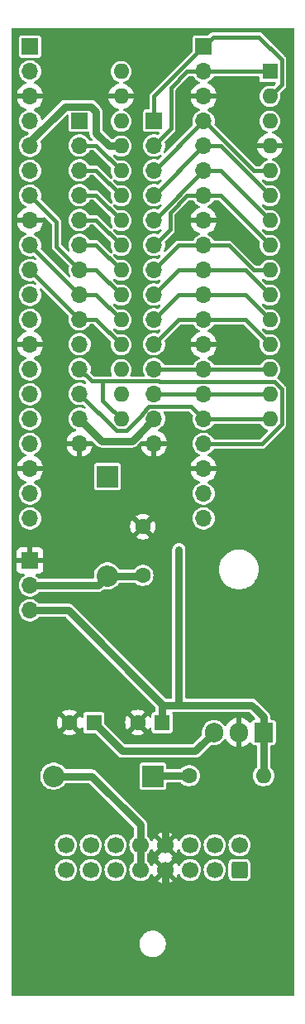
<source format=gbr>
%TF.GenerationSoftware,KiCad,Pcbnew,8.0.5*%
%TF.CreationDate,2024-11-21T14:34:23+00:00*%
%TF.ProjectId,EuroRackControl-MCU,4575726f-5261-4636-9b43-6f6e74726f6c,rev?*%
%TF.SameCoordinates,Original*%
%TF.FileFunction,Copper,L1,Top*%
%TF.FilePolarity,Positive*%
%FSLAX46Y46*%
G04 Gerber Fmt 4.6, Leading zero omitted, Abs format (unit mm)*
G04 Created by KiCad (PCBNEW 8.0.5) date 2024-11-21 14:34:23*
%MOMM*%
%LPD*%
G01*
G04 APERTURE LIST*
G04 Aperture macros list*
%AMRoundRect*
0 Rectangle with rounded corners*
0 $1 Rounding radius*
0 $2 $3 $4 $5 $6 $7 $8 $9 X,Y pos of 4 corners*
0 Add a 4 corners polygon primitive as box body*
4,1,4,$2,$3,$4,$5,$6,$7,$8,$9,$2,$3,0*
0 Add four circle primitives for the rounded corners*
1,1,$1+$1,$2,$3*
1,1,$1+$1,$4,$5*
1,1,$1+$1,$6,$7*
1,1,$1+$1,$8,$9*
0 Add four rect primitives between the rounded corners*
20,1,$1+$1,$2,$3,$4,$5,0*
20,1,$1+$1,$4,$5,$6,$7,0*
20,1,$1+$1,$6,$7,$8,$9,0*
20,1,$1+$1,$8,$9,$2,$3,0*%
G04 Aperture macros list end*
%TA.AperFunction,ComponentPad*%
%ADD10R,1.700000X1.700000*%
%TD*%
%TA.AperFunction,ComponentPad*%
%ADD11O,1.700000X1.700000*%
%TD*%
%TA.AperFunction,ComponentPad*%
%ADD12R,1.905000X2.000000*%
%TD*%
%TA.AperFunction,ComponentPad*%
%ADD13O,1.905000X2.000000*%
%TD*%
%TA.AperFunction,ComponentPad*%
%ADD14R,2.200000X2.200000*%
%TD*%
%TA.AperFunction,ComponentPad*%
%ADD15O,2.200000X2.200000*%
%TD*%
%TA.AperFunction,ComponentPad*%
%ADD16R,1.600000X1.600000*%
%TD*%
%TA.AperFunction,ComponentPad*%
%ADD17C,1.600000*%
%TD*%
%TA.AperFunction,ComponentPad*%
%ADD18O,1.600000X1.600000*%
%TD*%
%TA.AperFunction,ComponentPad*%
%ADD19RoundRect,0.250000X0.600000X-0.600000X0.600000X0.600000X-0.600000X0.600000X-0.600000X-0.600000X0*%
%TD*%
%TA.AperFunction,ComponentPad*%
%ADD20C,1.700000*%
%TD*%
%TA.AperFunction,ViaPad*%
%ADD21C,0.600000*%
%TD*%
%TA.AperFunction,Conductor*%
%ADD22C,0.800000*%
%TD*%
%TA.AperFunction,Conductor*%
%ADD23C,0.400000*%
%TD*%
G04 APERTURE END LIST*
D10*
%TO.P,J3,1,Pin_1*%
%TO.N,/IO22*%
X22510000Y-60000000D03*
D11*
%TO.P,J3,2,Pin_2*%
%TO.N,/ADC7*%
X22510000Y-62540000D03*
%TO.P,J3,3,Pin_3*%
%TO.N,/ADC6*%
X22510000Y-65080000D03*
%TO.P,J3,4,Pin_4*%
%TO.N,/ADC5*%
X22510000Y-67620000D03*
%TO.P,J3,5,Pin_5*%
%TO.N,/ADC4*%
X22510000Y-70160000D03*
%TO.P,J3,6,Pin_6*%
%TO.N,/ADC3*%
X22510000Y-72700000D03*
%TO.P,J3,7,Pin_7*%
%TO.N,/ADC2*%
X22510000Y-75240000D03*
%TO.P,J3,8,Pin_8*%
%TO.N,/ADC1*%
X22510000Y-77780000D03*
%TO.P,J3,9,Pin_9*%
%TO.N,/ADC0*%
X22510000Y-80320000D03*
%TO.P,J3,10,Pin_10*%
%TO.N,/IO16*%
X22510000Y-82860000D03*
%TO.P,J3,11,Pin_11*%
%TO.N,/IO13*%
X22510000Y-85400000D03*
%TO.P,J3,12,Pin_12*%
%TO.N,/IO12*%
X22510000Y-87940000D03*
%TO.P,J3,13,Pin_13*%
%TO.N,VCC*%
X22510000Y-90480000D03*
%TO.P,J3,14,Pin_14*%
%TO.N,GND*%
X22510000Y-93020000D03*
%TD*%
D10*
%TO.P,J2,1,Pin_1*%
%TO.N,/IO0*%
X30130000Y-60000000D03*
D11*
%TO.P,J2,2,Pin_2*%
%TO.N,/IO1*%
X30130000Y-62540000D03*
%TO.P,J2,3,Pin_3*%
%TO.N,/IO2*%
X30130000Y-65080000D03*
%TO.P,J2,4,Pin_4*%
%TO.N,/IO3*%
X30130000Y-67620000D03*
%TO.P,J2,5,Pin_5*%
%TO.N,/IO4*%
X30130000Y-70160000D03*
%TO.P,J2,6,Pin_6*%
%TO.N,/IO5*%
X30130000Y-72700000D03*
%TO.P,J2,7,Pin_7*%
%TO.N,/IO6*%
X30130000Y-75240000D03*
%TO.P,J2,8,Pin_8*%
%TO.N,/IO7*%
X30130000Y-77780000D03*
%TO.P,J2,9,Pin_9*%
%TO.N,/IO8*%
X30130000Y-80320000D03*
%TO.P,J2,10,Pin_10*%
%TO.N,/IO9*%
X30130000Y-82860000D03*
%TO.P,J2,11,Pin_11*%
%TO.N,/IO10*%
X30130000Y-85400000D03*
%TO.P,J2,12,Pin_12*%
%TO.N,/IO11*%
X30130000Y-87940000D03*
%TO.P,J2,13,Pin_13*%
%TO.N,VCC*%
X30130000Y-90480000D03*
%TO.P,J2,14,Pin_14*%
%TO.N,GND*%
X30130000Y-93020000D03*
%TD*%
D12*
%TO.P,U4,1,IN*%
%TO.N,+12V*%
X41360000Y-122570000D03*
D13*
%TO.P,U4,2,GND*%
%TO.N,GND*%
X38820000Y-122570000D03*
%TO.P,U4,3,OUT*%
%TO.N,+5V*%
X36280000Y-122570000D03*
%TD*%
D10*
%TO.P,J17,1,Pin_1*%
%TO.N,/IO0*%
X35210000Y-52430000D03*
D11*
%TO.P,J17,2,Pin_2*%
%TO.N,/IO1*%
X35210000Y-54970000D03*
%TO.P,J17,3,Pin_3*%
%TO.N,GND*%
X35210000Y-57510000D03*
%TO.P,J17,4,Pin_4*%
%TO.N,/IO2*%
X35210000Y-60050000D03*
%TO.P,J17,5,Pin_5*%
%TO.N,/IO3*%
X35210000Y-62590000D03*
%TO.P,J17,6,Pin_6*%
%TO.N,/IO4*%
X35210000Y-65130000D03*
%TO.P,J17,7,Pin_7*%
%TO.N,/IO5*%
X35210000Y-67670000D03*
%TO.P,J17,8,Pin_8*%
%TO.N,GND*%
X35210000Y-70210000D03*
%TO.P,J17,9,Pin_9*%
%TO.N,/IO6*%
X35210000Y-72750000D03*
%TO.P,J17,10,Pin_10*%
%TO.N,/IO7*%
X35210000Y-75290000D03*
%TO.P,J17,11,Pin_11*%
%TO.N,/IO8*%
X35210000Y-77830000D03*
%TO.P,J17,12,Pin_12*%
%TO.N,/IO9*%
X35210000Y-80370000D03*
%TO.P,J17,13,Pin_13*%
%TO.N,GND*%
X35210000Y-82910000D03*
%TO.P,J17,14,Pin_14*%
%TO.N,/IO10*%
X35210000Y-85450000D03*
%TO.P,J17,15,Pin_15*%
%TO.N,/IO11*%
X35210000Y-87990000D03*
%TO.P,J17,16,Pin_16*%
%TO.N,/IO12*%
X35210000Y-90530000D03*
%TO.P,J17,17,Pin_17*%
%TO.N,/IO13*%
X35210000Y-93070000D03*
%TO.P,J17,18,Pin_18*%
%TO.N,GND*%
X35210000Y-95610000D03*
%TO.P,J17,19,Pin_19*%
%TO.N,/IO!4*%
X35210000Y-98150000D03*
%TO.P,J17,20,Pin_20*%
%TO.N,/IO!5*%
X35210000Y-100690000D03*
%TD*%
D14*
%TO.P,D1,1,K*%
%TO.N,Net-(D1-K)*%
X30010000Y-127040000D03*
D15*
%TO.P,D1,2,A*%
%TO.N,Net-(D1-A)*%
X19850000Y-127040000D03*
%TD*%
D16*
%TO.P,C2,1*%
%TO.N,+5V*%
X23970000Y-121560000D03*
D17*
%TO.P,C2,2*%
%TO.N,GND*%
X21470000Y-121560000D03*
%TD*%
%TO.P,R1,1*%
%TO.N,Net-(D1-K)*%
X33740000Y-127000000D03*
D18*
%TO.P,R1,2*%
%TO.N,+12V*%
X41360000Y-127000000D03*
%TD*%
D10*
%TO.P,J6,1,Pin_1*%
%TO.N,GND*%
X17430000Y-105000000D03*
D11*
%TO.P,J6,2,Pin_2*%
%TO.N,+5V*%
X17430000Y-107540000D03*
%TO.P,J6,3,Pin_3*%
%TO.N,+12V*%
X17430000Y-110080000D03*
%TD*%
D16*
%TO.P,U2,1,D1/TX*%
%TO.N,/IO1*%
X42000000Y-54970000D03*
D18*
%TO.P,U2,2,D0/RX*%
%TO.N,/IO0*%
X42000000Y-57510000D03*
%TO.P,U2,3,~{RESET}*%
%TO.N,unconnected-(U2-~{RESET}-Pad3)*%
X42000000Y-60050000D03*
%TO.P,U2,4,GND*%
%TO.N,GND*%
X42000000Y-62590000D03*
%TO.P,U2,5,D2*%
%TO.N,/IO2*%
X42000000Y-65130000D03*
%TO.P,U2,6,~D3*%
%TO.N,/IO3*%
X42000000Y-67670000D03*
%TO.P,U2,7,D4*%
%TO.N,/IO4*%
X42000000Y-70210000D03*
%TO.P,U2,8,~D5*%
%TO.N,/IO5*%
X42000000Y-72750000D03*
%TO.P,U2,9,~D6*%
%TO.N,/IO6*%
X42000000Y-75290000D03*
%TO.P,U2,10,D7*%
%TO.N,/IO7*%
X42000000Y-77830000D03*
%TO.P,U2,11,D8*%
%TO.N,/IO8*%
X42000000Y-80370000D03*
%TO.P,U2,12,~D9*%
%TO.N,/IO9*%
X42000000Y-82910000D03*
%TO.P,U2,13,~D10*%
%TO.N,/IO10*%
X42000000Y-85450000D03*
%TO.P,U2,14,~D11*%
%TO.N,/IO11*%
X42000000Y-87990000D03*
%TO.P,U2,15,D12*%
%TO.N,/IO12*%
X42000000Y-90530000D03*
%TO.P,U2,16,D13*%
%TO.N,/IO13*%
X26760000Y-90530000D03*
%TO.P,U2,17,3V3*%
%TO.N,unconnected-(U2-3V3-Pad17)*%
X26760000Y-87990000D03*
%TO.P,U2,18,AREF*%
%TO.N,unconnected-(U2-AREF-Pad18)*%
X26760000Y-85450000D03*
%TO.P,U2,19,A0/D14*%
%TO.N,/ADC0*%
X26760000Y-82910000D03*
%TO.P,U2,20,A1/D15*%
%TO.N,/ADC1*%
X26760000Y-80370000D03*
%TO.P,U2,21,A2/D16*%
%TO.N,/ADC2*%
X26760000Y-77830000D03*
%TO.P,U2,22,A3/D17*%
%TO.N,/ADC3*%
X26760000Y-75290000D03*
%TO.P,U2,23,A4/D18*%
%TO.N,/ADC4*%
X26760000Y-72750000D03*
%TO.P,U2,24,A5/D19*%
%TO.N,/ADC5*%
X26760000Y-70210000D03*
%TO.P,U2,25,A6/D20*%
%TO.N,/ADC6*%
X26760000Y-67670000D03*
%TO.P,U2,26,A7/D21*%
%TO.N,/ADC7*%
X26760000Y-65130000D03*
%TO.P,U2,27,+5V*%
%TO.N,VCC*%
X26760000Y-62590000D03*
%TO.P,U2,28,~{RESET}*%
%TO.N,unconnected-(U2-~{RESET}-Pad28)*%
X26760000Y-60050000D03*
%TO.P,U2,29,GND*%
%TO.N,GND*%
X26760000Y-57510000D03*
%TO.P,U2,30,VIN*%
%TO.N,+12V*%
X26760000Y-54970000D03*
%TD*%
D17*
%TO.P,C3,1*%
%TO.N,+5V*%
X28990000Y-106520000D03*
%TO.P,C3,2*%
%TO.N,GND*%
X28990000Y-101520000D03*
%TD*%
D10*
%TO.P,J18,1,Pin_1*%
%TO.N,Net-(J18-Pin_1)*%
X17430000Y-52430000D03*
D11*
%TO.P,J18,2,Pin_2*%
%TO.N,Net-(D19-K)*%
X17430000Y-54970000D03*
%TO.P,J18,3,Pin_3*%
%TO.N,GND*%
X17430000Y-57510000D03*
%TO.P,J18,4,Pin_4*%
%TO.N,Net-(J18-Pin_4)*%
X17430000Y-60050000D03*
%TO.P,J18,5,Pin_5*%
%TO.N,VCC*%
X17430000Y-62590000D03*
%TO.P,J18,6,Pin_6*%
%TO.N,Net-(J18-Pin_6)*%
X17430000Y-65130000D03*
%TO.P,J18,7,Pin_7*%
%TO.N,/ADC2*%
X17430000Y-67670000D03*
%TO.P,J18,8,Pin_8*%
%TO.N,GND*%
X17430000Y-70210000D03*
%TO.P,J18,9,Pin_9*%
%TO.N,/ADC1*%
X17430000Y-72750000D03*
%TO.P,J18,10,Pin_10*%
%TO.N,/ADC0*%
X17430000Y-75290000D03*
%TO.P,J18,11,Pin_11*%
%TO.N,Net-(J18-Pin_11)*%
X17430000Y-77830000D03*
%TO.P,J18,12,Pin_12*%
%TO.N,/IO22*%
X17430000Y-80370000D03*
%TO.P,J18,13,Pin_13*%
%TO.N,GND*%
X17430000Y-82910000D03*
%TO.P,J18,14,Pin_14*%
%TO.N,/ADC7*%
X17430000Y-85450000D03*
%TO.P,J18,15,Pin_15*%
%TO.N,/ADC6*%
X17430000Y-87990000D03*
%TO.P,J18,16,Pin_16*%
%TO.N,/ADC5*%
X17430000Y-90530000D03*
%TO.P,J18,17,Pin_17*%
%TO.N,/ADC4*%
X17430000Y-93070000D03*
%TO.P,J18,18,Pin_18*%
%TO.N,GND*%
X17430000Y-95610000D03*
%TO.P,J18,19,Pin_19*%
%TO.N,/ADC3*%
X17430000Y-98150000D03*
%TO.P,J18,20,Pin_20*%
%TO.N,/IO16*%
X17430000Y-100690000D03*
%TD*%
D19*
%TO.P,J5,1,Pin_1*%
%TO.N,unconnected-(J5-Pin_1-Pad1)*%
X38890000Y-136640000D03*
D20*
%TO.P,J5,2,Pin_2*%
%TO.N,unconnected-(J5-Pin_2-Pad2)*%
X38890000Y-134100000D03*
%TO.P,J5,3,Pin_3*%
%TO.N,unconnected-(J5-Pin_3-Pad3)*%
X36350000Y-136640000D03*
%TO.P,J5,4,Pin_4*%
%TO.N,unconnected-(J5-Pin_4-Pad4)*%
X36350000Y-134100000D03*
%TO.P,J5,5,Pin_5*%
%TO.N,unconnected-(J5-Pin_5-Pad5)*%
X33810000Y-136640000D03*
%TO.P,J5,6,Pin_6*%
%TO.N,unconnected-(J5-Pin_6-Pad6)*%
X33810000Y-134100000D03*
%TO.P,J5,7,Pin_7*%
%TO.N,GND*%
X31270000Y-136640000D03*
%TO.P,J5,8,Pin_8*%
X31270000Y-134100000D03*
%TO.P,J5,9,Pin_9*%
%TO.N,Net-(D1-A)*%
X28730000Y-136640000D03*
%TO.P,J5,10,Pin_10*%
X28730000Y-134100000D03*
%TO.P,J5,11,Pin_11*%
%TO.N,unconnected-(J5-Pin_11-Pad11)*%
X26190000Y-136640000D03*
%TO.P,J5,12,Pin_12*%
%TO.N,unconnected-(J5-Pin_12-Pad12)*%
X26190000Y-134100000D03*
%TO.P,J5,13,Pin_13*%
%TO.N,unconnected-(J5-Pin_13-Pad13)*%
X23650000Y-136640000D03*
%TO.P,J5,14,Pin_14*%
%TO.N,unconnected-(J5-Pin_14-Pad14)*%
X23650000Y-134100000D03*
%TO.P,J5,15,Pin_15*%
%TO.N,unconnected-(J5-Pin_15-Pad15)*%
X21110000Y-136640000D03*
%TO.P,J5,16,Pin_16*%
%TO.N,unconnected-(J5-Pin_16-Pad16)*%
X21110000Y-134100000D03*
%TD*%
D16*
%TO.P,C1,1*%
%TO.N,+12V*%
X30970000Y-121560000D03*
D17*
%TO.P,C1,2*%
%TO.N,GND*%
X28470000Y-121560000D03*
%TD*%
D14*
%TO.P,D19,1,K*%
%TO.N,Net-(D19-K)*%
X25350000Y-96400000D03*
D15*
%TO.P,D19,2,A*%
%TO.N,+5V*%
X25350000Y-106560000D03*
%TD*%
D21*
%TO.N,GND*%
X26070000Y-109570000D03*
X20360000Y-52290000D03*
X29210000Y-56388000D03*
X30530000Y-52320000D03*
X31621565Y-62319306D03*
X17860000Y-146370000D03*
X24638000Y-130810000D03*
X41390000Y-130750000D03*
X41470000Y-146640000D03*
X32980000Y-130840000D03*
X20350000Y-112730000D03*
X18050000Y-130950000D03*
%TO.N,+12V*%
X32680000Y-105410000D03*
X32680000Y-104648000D03*
X32680000Y-103886000D03*
%TD*%
D22*
%TO.N,GND*%
X31270000Y-134100000D02*
X31270000Y-132616000D01*
X31270000Y-136640000D02*
X31270000Y-138148000D01*
%TO.N,VCC*%
X25506000Y-62590000D02*
X26760000Y-62590000D01*
X24780000Y-92750000D02*
X22510000Y-90480000D01*
X17430000Y-62180000D02*
X21060000Y-58550000D01*
X23630000Y-58550000D02*
X24196000Y-59116000D01*
X24196000Y-61280000D02*
X25506000Y-62590000D01*
X21060000Y-58550000D02*
X23630000Y-58550000D01*
X30130000Y-90480000D02*
X27860000Y-92750000D01*
X27860000Y-92750000D02*
X24780000Y-92750000D01*
X24196000Y-59116000D02*
X24196000Y-61280000D01*
X17430000Y-62590000D02*
X17430000Y-62180000D01*
%TO.N,Net-(D1-K)*%
X33740000Y-127000000D02*
X30050000Y-127000000D01*
X30050000Y-127000000D02*
X30010000Y-127040000D01*
%TO.N,+12V*%
X31040000Y-119760000D02*
X30970000Y-119690000D01*
X30970000Y-119690000D02*
X30970000Y-121560000D01*
X32680000Y-119670000D02*
X32770000Y-119760000D01*
X32770000Y-119760000D02*
X31040000Y-119760000D01*
X31040000Y-119760000D02*
X40110000Y-119760000D01*
X41360000Y-122570000D02*
X41360000Y-121010000D01*
X40110000Y-119760000D02*
X40515000Y-120165000D01*
X41360000Y-121010000D02*
X40515000Y-120165000D01*
X32680000Y-103886000D02*
X32680000Y-119670000D01*
X17430000Y-110080000D02*
X21360000Y-110080000D01*
X41360000Y-122570000D02*
X41360000Y-127000000D01*
X21360000Y-110080000D02*
X30970000Y-119690000D01*
%TO.N,+5V*%
X23970000Y-121560000D02*
X26890000Y-124480000D01*
X25350000Y-106560000D02*
X28950000Y-106560000D01*
X26890000Y-124480000D02*
X34370000Y-124480000D01*
X28950000Y-106560000D02*
X28990000Y-106520000D01*
X25350000Y-106590000D02*
X24400000Y-107540000D01*
X17430000Y-107540000D02*
X24400000Y-107540000D01*
X34370000Y-124480000D02*
X36280000Y-122570000D01*
X25350000Y-106560000D02*
X25350000Y-106590000D01*
D23*
%TO.N,/IO11*%
X35210000Y-87990000D02*
X30180000Y-87990000D01*
X35210000Y-87990000D02*
X42000000Y-87990000D01*
X30180000Y-87990000D02*
X30130000Y-87940000D01*
%TO.N,/IO5*%
X30180000Y-72700000D02*
X30130000Y-72700000D01*
X31755000Y-69433528D02*
X31755000Y-71125000D01*
X35210000Y-67670000D02*
X36920000Y-67670000D01*
X33518528Y-67670000D02*
X31755000Y-69433528D01*
X35210000Y-67670000D02*
X33518528Y-67670000D01*
X31755000Y-71125000D02*
X30180000Y-72700000D01*
X36920000Y-67670000D02*
X42000000Y-72750000D01*
%TO.N,/IO6*%
X32620000Y-72750000D02*
X30130000Y-75240000D01*
X35210000Y-72750000D02*
X32620000Y-72750000D01*
X42000000Y-75290000D02*
X40308528Y-75290000D01*
X37768528Y-72750000D02*
X35210000Y-72750000D01*
X40308528Y-75290000D02*
X37768528Y-72750000D01*
%TO.N,/IO2*%
X35210000Y-60050000D02*
X30180000Y-65080000D01*
X35228528Y-60050000D02*
X35210000Y-60050000D01*
X30180000Y-65080000D02*
X30130000Y-65080000D01*
X40308528Y-65130000D02*
X35228528Y-60050000D01*
X42000000Y-65130000D02*
X40308528Y-65130000D01*
%TO.N,/IO4*%
X36920000Y-65130000D02*
X42000000Y-70210000D01*
X35210000Y-65130000D02*
X30180000Y-70160000D01*
X30180000Y-70160000D02*
X30130000Y-70160000D01*
X35210000Y-65130000D02*
X36920000Y-65130000D01*
%TO.N,/IO7*%
X32620000Y-75290000D02*
X30130000Y-77780000D01*
X39460000Y-75290000D02*
X42000000Y-77830000D01*
X35210000Y-75290000D02*
X32620000Y-75290000D01*
X35210000Y-75290000D02*
X39460000Y-75290000D01*
%TO.N,/IO9*%
X39460000Y-80370000D02*
X42000000Y-82910000D01*
X35210000Y-80370000D02*
X32620000Y-80370000D01*
X35210000Y-80370000D02*
X39460000Y-80370000D01*
X32620000Y-80370000D02*
X30130000Y-82860000D01*
%TO.N,/IO1*%
X35210000Y-54970000D02*
X42000000Y-54970000D01*
X31857000Y-56631528D02*
X31857000Y-60813000D01*
X33518528Y-54970000D02*
X31857000Y-56631528D01*
X35210000Y-54970000D02*
X33518528Y-54970000D01*
X31857000Y-60813000D02*
X30130000Y-62540000D01*
%TO.N,/IO8*%
X35210000Y-77830000D02*
X39460000Y-77830000D01*
X35210000Y-77830000D02*
X32620000Y-77830000D01*
X32620000Y-77830000D02*
X30130000Y-80320000D01*
X39460000Y-77830000D02*
X42000000Y-80370000D01*
%TO.N,/IO3*%
X35210000Y-62590000D02*
X36920000Y-62590000D01*
X36920000Y-62590000D02*
X42000000Y-67670000D01*
X30180000Y-67620000D02*
X30130000Y-67620000D01*
X35210000Y-62590000D02*
X30180000Y-67620000D01*
%TO.N,/IO0*%
X35210000Y-52430000D02*
X36190000Y-51450000D01*
X30130000Y-57510000D02*
X30130000Y-60000000D01*
X36190000Y-51450000D02*
X40880000Y-51450000D01*
X40880000Y-51450000D02*
X43200000Y-53770000D01*
X43200000Y-53770000D02*
X43200000Y-56310000D01*
X35210000Y-52430000D02*
X30130000Y-57510000D01*
X43200000Y-56310000D02*
X42000000Y-57510000D01*
%TO.N,/IO10*%
X35210000Y-85450000D02*
X30180000Y-85450000D01*
X30180000Y-85450000D02*
X30130000Y-85400000D01*
X35210000Y-85450000D02*
X42000000Y-85450000D01*
%TO.N,/ADC3*%
X24170000Y-72700000D02*
X26760000Y-75290000D01*
X22510000Y-72700000D02*
X24170000Y-72700000D01*
%TO.N,/ADC5*%
X22510000Y-67620000D02*
X24170000Y-67620000D01*
X24170000Y-67620000D02*
X26760000Y-70210000D01*
%TO.N,/ADC7*%
X24170000Y-62540000D02*
X26760000Y-65130000D01*
X22510000Y-62540000D02*
X24170000Y-62540000D01*
%TO.N,/ADC1*%
X17430000Y-72750000D02*
X22460000Y-77780000D01*
X24170000Y-77780000D02*
X26760000Y-80370000D01*
X22510000Y-77780000D02*
X24170000Y-77780000D01*
X22460000Y-77780000D02*
X22510000Y-77780000D01*
%TO.N,/ADC0*%
X22460000Y-80320000D02*
X22510000Y-80320000D01*
X24170000Y-80320000D02*
X26760000Y-82910000D01*
X17430000Y-75290000D02*
X22460000Y-80320000D01*
X22510000Y-80320000D02*
X24170000Y-80320000D01*
%TO.N,/ADC4*%
X22510000Y-70160000D02*
X24170000Y-70160000D01*
X24170000Y-70160000D02*
X26760000Y-72750000D01*
%TO.N,/ADC2*%
X17430000Y-67670000D02*
X20150000Y-70390000D01*
X22510000Y-75240000D02*
X24170000Y-75240000D01*
X20150000Y-72880000D02*
X22510000Y-75240000D01*
X20150000Y-70390000D02*
X20150000Y-72880000D01*
X24170000Y-75240000D02*
X26760000Y-77830000D01*
%TO.N,/IO12*%
X27270000Y-91730000D02*
X28880000Y-90120000D01*
X33910000Y-89230000D02*
X35210000Y-90530000D01*
X29612233Y-89230000D02*
X33910000Y-89230000D01*
X28880000Y-89962233D02*
X29612233Y-89230000D01*
X26262943Y-91730000D02*
X27270000Y-91730000D01*
X28880000Y-90120000D02*
X28880000Y-89962233D01*
X22510000Y-87940000D02*
X22510000Y-87977057D01*
X35210000Y-90530000D02*
X42000000Y-90530000D01*
X22510000Y-87977057D02*
X26262943Y-91730000D01*
%TO.N,/ADC6*%
X24170000Y-65080000D02*
X26760000Y-67670000D01*
X22510000Y-65080000D02*
X24170000Y-65080000D01*
%TO.N,/IO13*%
X24892000Y-86650000D02*
X24892000Y-88662000D01*
X30677767Y-86720000D02*
X42427057Y-86720000D01*
X43200000Y-91030000D02*
X41160000Y-93070000D01*
X41160000Y-93070000D02*
X35210000Y-93070000D01*
X23760000Y-86650000D02*
X24892000Y-86650000D01*
X24892000Y-88662000D02*
X25138000Y-88908000D01*
X24892000Y-86650000D02*
X30607767Y-86650000D01*
X42427057Y-86720000D02*
X43200000Y-87492943D01*
X25138000Y-88908000D02*
X26760000Y-90530000D01*
X22510000Y-85400000D02*
X23760000Y-86650000D01*
X43200000Y-87492943D02*
X43200000Y-91030000D01*
X30607767Y-86650000D02*
X30677767Y-86720000D01*
D22*
%TO.N,Net-(D1-A)*%
X28730000Y-132020000D02*
X28730000Y-134100000D01*
X23750000Y-127040000D02*
X28730000Y-132020000D01*
X19850000Y-127040000D02*
X23750000Y-127040000D01*
X28730000Y-134100000D02*
X28730000Y-136640000D01*
%TD*%
%TA.AperFunction,Conductor*%
%TO.N,GND*%
G36*
X30804075Y-134292993D02*
G01*
X30869901Y-134407007D01*
X30962993Y-134500099D01*
X31077007Y-134565925D01*
X31140590Y-134582962D01*
X30508625Y-135214925D01*
X30585031Y-135268425D01*
X30628655Y-135323002D01*
X30635848Y-135392501D01*
X30604326Y-135454855D01*
X30585029Y-135471576D01*
X30508625Y-135525072D01*
X31140590Y-136157037D01*
X31077007Y-136174075D01*
X30962993Y-136239901D01*
X30869901Y-136332993D01*
X30804075Y-136447007D01*
X30787037Y-136510590D01*
X30155072Y-135878625D01*
X30096401Y-135962419D01*
X29996562Y-136176524D01*
X29996332Y-136177156D01*
X29996156Y-136177394D01*
X29994281Y-136181416D01*
X29993471Y-136181038D01*
X29954893Y-136233410D01*
X29889619Y-136258331D01*
X29821234Y-136244006D01*
X29771449Y-136194983D01*
X29768820Y-136189991D01*
X29743927Y-136140000D01*
X29695288Y-136042319D01*
X29569029Y-135875124D01*
X29569026Y-135875121D01*
X29569023Y-135875118D01*
X29450962Y-135767492D01*
X29414681Y-135707781D01*
X29410500Y-135675855D01*
X29410500Y-135064145D01*
X29430185Y-134997106D01*
X29450962Y-134972508D01*
X29510892Y-134917873D01*
X29569029Y-134864876D01*
X29695288Y-134697681D01*
X29768820Y-134550008D01*
X29816323Y-134498771D01*
X29883985Y-134481350D01*
X29950326Y-134503275D01*
X29994281Y-134557587D01*
X29996335Y-134562850D01*
X29996565Y-134563483D01*
X30096400Y-134777579D01*
X30096402Y-134777583D01*
X30155072Y-134861373D01*
X30155073Y-134861373D01*
X30787037Y-134229409D01*
X30804075Y-134292993D01*
G37*
%TD.AperFunction*%
%TA.AperFunction,Conductor*%
G36*
X34176625Y-68170185D02*
G01*
X34220585Y-68219228D01*
X34244712Y-68267681D01*
X34370971Y-68434876D01*
X34370974Y-68434878D01*
X34370976Y-68434881D01*
X34525800Y-68576021D01*
X34525805Y-68576025D01*
X34703930Y-68686315D01*
X34703932Y-68686316D01*
X34703934Y-68686317D01*
X34703937Y-68686318D01*
X34703939Y-68686319D01*
X34749804Y-68704087D01*
X34805206Y-68746659D01*
X34828797Y-68812426D01*
X34813086Y-68880506D01*
X34763063Y-68929286D01*
X34747442Y-68936229D01*
X34746513Y-68936567D01*
X34532422Y-69036399D01*
X34532420Y-69036400D01*
X34338926Y-69171886D01*
X34338920Y-69171891D01*
X34171891Y-69338920D01*
X34171886Y-69338926D01*
X34036400Y-69532420D01*
X34036399Y-69532422D01*
X33936570Y-69746507D01*
X33936567Y-69746513D01*
X33879364Y-69959999D01*
X33879364Y-69960000D01*
X34776988Y-69960000D01*
X34744075Y-70017007D01*
X34710000Y-70144174D01*
X34710000Y-70275826D01*
X34744075Y-70402993D01*
X34776988Y-70460000D01*
X33879364Y-70460000D01*
X33936567Y-70673486D01*
X33936570Y-70673492D01*
X34036399Y-70887578D01*
X34171894Y-71081082D01*
X34338917Y-71248105D01*
X34532421Y-71383600D01*
X34746506Y-71483429D01*
X34747425Y-71483764D01*
X34747772Y-71484020D01*
X34751416Y-71485719D01*
X34751074Y-71486451D01*
X34803687Y-71525192D01*
X34828621Y-71590461D01*
X34814310Y-71658849D01*
X34765297Y-71708644D01*
X34749806Y-71715911D01*
X34703942Y-71733678D01*
X34703930Y-71733684D01*
X34525805Y-71843974D01*
X34525800Y-71843978D01*
X34370976Y-71985118D01*
X34370969Y-71985126D01*
X34244717Y-72152311D01*
X34244709Y-72152324D01*
X34234069Y-72173692D01*
X34220585Y-72200771D01*
X34173084Y-72252008D01*
X34109586Y-72269500D01*
X32556741Y-72269500D01*
X32434534Y-72302245D01*
X32434531Y-72302246D01*
X32324969Y-72365501D01*
X32324964Y-72365505D01*
X31337741Y-73352728D01*
X31276418Y-73386213D01*
X31206726Y-73381229D01*
X31150793Y-73339357D01*
X31126376Y-73273893D01*
X31139060Y-73209775D01*
X31188671Y-73110143D01*
X31188670Y-73110143D01*
X31188676Y-73110133D01*
X31246012Y-72908619D01*
X31265343Y-72700000D01*
X31246012Y-72491381D01*
X31226556Y-72423001D01*
X31227142Y-72353135D01*
X31258139Y-72301388D01*
X32039824Y-71519704D01*
X32039829Y-71519700D01*
X32050032Y-71509496D01*
X32050034Y-71509496D01*
X32139496Y-71420034D01*
X32179600Y-71350571D01*
X32202755Y-71310467D01*
X32235500Y-71188259D01*
X32235500Y-71061741D01*
X32235500Y-69683920D01*
X32255185Y-69616881D01*
X32271819Y-69596239D01*
X33681239Y-68186819D01*
X33742562Y-68153334D01*
X33768920Y-68150500D01*
X34109586Y-68150500D01*
X34176625Y-68170185D01*
G37*
%TD.AperFunction*%
%TA.AperFunction,Conductor*%
G36*
X34176625Y-55470185D02*
G01*
X34220585Y-55519228D01*
X34244712Y-55567681D01*
X34370971Y-55734876D01*
X34370974Y-55734878D01*
X34370976Y-55734881D01*
X34525800Y-55876021D01*
X34525805Y-55876025D01*
X34703930Y-55986315D01*
X34703932Y-55986316D01*
X34703934Y-55986317D01*
X34703937Y-55986318D01*
X34703939Y-55986319D01*
X34749804Y-56004087D01*
X34805206Y-56046659D01*
X34828797Y-56112426D01*
X34813086Y-56180506D01*
X34763063Y-56229286D01*
X34747442Y-56236229D01*
X34746513Y-56236567D01*
X34532422Y-56336399D01*
X34532420Y-56336400D01*
X34338926Y-56471886D01*
X34338920Y-56471891D01*
X34171891Y-56638920D01*
X34171886Y-56638926D01*
X34036400Y-56832420D01*
X34036399Y-56832422D01*
X33936570Y-57046507D01*
X33936567Y-57046513D01*
X33879364Y-57259999D01*
X33879364Y-57260000D01*
X34776988Y-57260000D01*
X34744075Y-57317007D01*
X34710000Y-57444174D01*
X34710000Y-57575826D01*
X34744075Y-57702993D01*
X34776988Y-57760000D01*
X33879364Y-57760000D01*
X33936567Y-57973486D01*
X33936570Y-57973492D01*
X34036399Y-58187578D01*
X34171894Y-58381082D01*
X34338917Y-58548105D01*
X34532421Y-58683600D01*
X34746506Y-58783429D01*
X34747425Y-58783764D01*
X34747772Y-58784020D01*
X34751416Y-58785719D01*
X34751074Y-58786451D01*
X34803687Y-58825192D01*
X34828621Y-58890461D01*
X34814310Y-58958849D01*
X34765297Y-59008644D01*
X34749806Y-59015911D01*
X34703942Y-59033678D01*
X34703930Y-59033684D01*
X34525805Y-59143974D01*
X34525800Y-59143978D01*
X34370976Y-59285118D01*
X34370973Y-59285121D01*
X34244712Y-59452318D01*
X34151328Y-59639856D01*
X34151323Y-59639869D01*
X34093987Y-59841381D01*
X34074657Y-60049999D01*
X34074657Y-60050000D01*
X34093987Y-60258618D01*
X34124518Y-60365919D01*
X34123932Y-60435787D01*
X34092933Y-60487535D01*
X31286065Y-63294403D01*
X31224742Y-63327888D01*
X31155050Y-63322904D01*
X31099117Y-63281032D01*
X31074700Y-63215568D01*
X31089552Y-63147295D01*
X31092960Y-63141439D01*
X31095277Y-63137695D01*
X31095288Y-63137681D01*
X31188676Y-62950133D01*
X31246012Y-62748619D01*
X31265343Y-62540000D01*
X31265096Y-62537339D01*
X31263551Y-62520668D01*
X31246012Y-62331381D01*
X31215481Y-62224077D01*
X31216067Y-62154211D01*
X31247064Y-62102464D01*
X32241496Y-61108034D01*
X32304755Y-60998466D01*
X32337500Y-60876259D01*
X32337500Y-60749741D01*
X32337500Y-56881919D01*
X32357185Y-56814880D01*
X32373819Y-56794238D01*
X33681238Y-55486819D01*
X33742561Y-55453334D01*
X33768919Y-55450500D01*
X34109586Y-55450500D01*
X34176625Y-55470185D01*
G37*
%TD.AperFunction*%
%TA.AperFunction,Conductor*%
G36*
X18982114Y-69901644D02*
G01*
X19633181Y-70552711D01*
X19666666Y-70614034D01*
X19669500Y-70640392D01*
X19669500Y-72816741D01*
X19669500Y-72943259D01*
X19673616Y-72958618D01*
X19702245Y-73065465D01*
X19702246Y-73065468D01*
X19719196Y-73094826D01*
X19756899Y-73160130D01*
X19765505Y-73175035D01*
X21392933Y-74802463D01*
X21426418Y-74863786D01*
X21424518Y-74924078D01*
X21393988Y-75031379D01*
X21374657Y-75239999D01*
X21374657Y-75240000D01*
X21393987Y-75448618D01*
X21451323Y-75650130D01*
X21451328Y-75650143D01*
X21544710Y-75837678D01*
X21547047Y-75841452D01*
X21565598Y-75908814D01*
X21544787Y-75975512D01*
X21491219Y-76020371D01*
X21421903Y-76029147D01*
X21358845Y-75999055D01*
X21353935Y-75994405D01*
X18547066Y-73187536D01*
X18513581Y-73126213D01*
X18515480Y-73065922D01*
X18546012Y-72958619D01*
X18565343Y-72750000D01*
X18546012Y-72541381D01*
X18488676Y-72339867D01*
X18469942Y-72302245D01*
X18408453Y-72178758D01*
X18395288Y-72152319D01*
X18269029Y-71985124D01*
X18269026Y-71985121D01*
X18269023Y-71985118D01*
X18114199Y-71843978D01*
X18114194Y-71843974D01*
X17936069Y-71733684D01*
X17936063Y-71733681D01*
X17890194Y-71715912D01*
X17834792Y-71673339D01*
X17811202Y-71607572D01*
X17826913Y-71539492D01*
X17876937Y-71490713D01*
X17892581Y-71483762D01*
X17893491Y-71483430D01*
X18107578Y-71383600D01*
X18301082Y-71248105D01*
X18468105Y-71081082D01*
X18603600Y-70887578D01*
X18703429Y-70673492D01*
X18703432Y-70673486D01*
X18760636Y-70460000D01*
X17863012Y-70460000D01*
X17895925Y-70402993D01*
X17930000Y-70275826D01*
X17930000Y-70144174D01*
X17895925Y-70017007D01*
X17863012Y-69960000D01*
X18760635Y-69960000D01*
X18796057Y-69913838D01*
X18852485Y-69872636D01*
X18922231Y-69868481D01*
X18982114Y-69901644D01*
G37*
%TD.AperFunction*%
%TA.AperFunction,Conductor*%
G36*
X44442539Y-50520185D02*
G01*
X44488294Y-50572989D01*
X44499500Y-50624500D01*
X44499500Y-149375500D01*
X44479815Y-149442539D01*
X44427011Y-149488294D01*
X44375500Y-149499500D01*
X15624500Y-149499500D01*
X15557461Y-149479815D01*
X15511706Y-149427011D01*
X15500500Y-149375500D01*
X15500500Y-144093713D01*
X28649500Y-144093713D01*
X28649500Y-144306286D01*
X28682753Y-144516239D01*
X28748444Y-144718414D01*
X28844951Y-144907820D01*
X28969890Y-145079786D01*
X29120213Y-145230109D01*
X29292179Y-145355048D01*
X29292181Y-145355049D01*
X29292184Y-145355051D01*
X29481588Y-145451557D01*
X29683757Y-145517246D01*
X29893713Y-145550500D01*
X29893714Y-145550500D01*
X30106286Y-145550500D01*
X30106287Y-145550500D01*
X30316243Y-145517246D01*
X30518412Y-145451557D01*
X30707816Y-145355051D01*
X30729789Y-145339086D01*
X30879786Y-145230109D01*
X30879788Y-145230106D01*
X30879792Y-145230104D01*
X31030104Y-145079792D01*
X31030106Y-145079788D01*
X31030109Y-145079786D01*
X31155048Y-144907820D01*
X31155047Y-144907820D01*
X31155051Y-144907816D01*
X31251557Y-144718412D01*
X31317246Y-144516243D01*
X31350500Y-144306287D01*
X31350500Y-144093713D01*
X31317246Y-143883757D01*
X31251557Y-143681588D01*
X31155051Y-143492184D01*
X31155049Y-143492181D01*
X31155048Y-143492179D01*
X31030109Y-143320213D01*
X30879786Y-143169890D01*
X30707820Y-143044951D01*
X30518414Y-142948444D01*
X30518413Y-142948443D01*
X30518412Y-142948443D01*
X30316243Y-142882754D01*
X30316241Y-142882753D01*
X30316240Y-142882753D01*
X30154957Y-142857208D01*
X30106287Y-142849500D01*
X29893713Y-142849500D01*
X29845042Y-142857208D01*
X29683760Y-142882753D01*
X29481585Y-142948444D01*
X29292179Y-143044951D01*
X29120213Y-143169890D01*
X28969890Y-143320213D01*
X28844951Y-143492179D01*
X28748444Y-143681585D01*
X28682753Y-143883760D01*
X28649500Y-144093713D01*
X15500500Y-144093713D01*
X15500500Y-136639999D01*
X19974657Y-136639999D01*
X19974657Y-136640000D01*
X19993987Y-136848618D01*
X20051323Y-137050130D01*
X20051328Y-137050143D01*
X20144711Y-137237679D01*
X20144712Y-137237681D01*
X20242206Y-137366785D01*
X20270973Y-137404878D01*
X20270974Y-137404879D01*
X20425800Y-137546021D01*
X20425805Y-137546025D01*
X20603930Y-137656315D01*
X20603931Y-137656315D01*
X20603934Y-137656317D01*
X20799299Y-137732002D01*
X21005244Y-137770500D01*
X21005246Y-137770500D01*
X21214754Y-137770500D01*
X21214756Y-137770500D01*
X21420701Y-137732002D01*
X21616066Y-137656317D01*
X21794197Y-137546023D01*
X21949029Y-137404876D01*
X22075288Y-137237681D01*
X22168676Y-137050133D01*
X22226012Y-136848619D01*
X22245343Y-136640000D01*
X22245343Y-136639999D01*
X22514657Y-136639999D01*
X22514657Y-136640000D01*
X22533987Y-136848618D01*
X22591323Y-137050130D01*
X22591328Y-137050143D01*
X22684711Y-137237679D01*
X22684712Y-137237681D01*
X22782206Y-137366785D01*
X22810973Y-137404878D01*
X22810974Y-137404879D01*
X22965800Y-137546021D01*
X22965805Y-137546025D01*
X23143930Y-137656315D01*
X23143931Y-137656315D01*
X23143934Y-137656317D01*
X23339299Y-137732002D01*
X23545244Y-137770500D01*
X23545246Y-137770500D01*
X23754754Y-137770500D01*
X23754756Y-137770500D01*
X23960701Y-137732002D01*
X24156066Y-137656317D01*
X24334197Y-137546023D01*
X24489029Y-137404876D01*
X24615288Y-137237681D01*
X24708676Y-137050133D01*
X24766012Y-136848619D01*
X24785343Y-136640000D01*
X24785343Y-136639999D01*
X25054657Y-136639999D01*
X25054657Y-136640000D01*
X25073987Y-136848618D01*
X25131323Y-137050130D01*
X25131328Y-137050143D01*
X25224711Y-137237679D01*
X25224712Y-137237681D01*
X25322206Y-137366785D01*
X25350973Y-137404878D01*
X25350974Y-137404879D01*
X25505800Y-137546021D01*
X25505805Y-137546025D01*
X25683930Y-137656315D01*
X25683931Y-137656315D01*
X25683934Y-137656317D01*
X25879299Y-137732002D01*
X26085244Y-137770500D01*
X26085246Y-137770500D01*
X26294754Y-137770500D01*
X26294756Y-137770500D01*
X26500701Y-137732002D01*
X26696066Y-137656317D01*
X26874197Y-137546023D01*
X27029029Y-137404876D01*
X27155288Y-137237681D01*
X27248676Y-137050133D01*
X27306012Y-136848619D01*
X27325343Y-136640000D01*
X27319243Y-136574174D01*
X27306012Y-136431381D01*
X27256865Y-136258649D01*
X27248676Y-136229867D01*
X27222547Y-136177394D01*
X27203156Y-136138451D01*
X27155288Y-136042319D01*
X27029029Y-135875124D01*
X27029026Y-135875121D01*
X27029023Y-135875118D01*
X26874199Y-135733978D01*
X26874194Y-135733974D01*
X26696069Y-135623684D01*
X26696063Y-135623682D01*
X26500701Y-135547998D01*
X26294756Y-135509500D01*
X26085244Y-135509500D01*
X25879299Y-135547998D01*
X25755752Y-135595860D01*
X25683936Y-135623682D01*
X25683930Y-135623684D01*
X25505805Y-135733974D01*
X25505800Y-135733978D01*
X25350976Y-135875118D01*
X25350973Y-135875121D01*
X25224712Y-136042318D01*
X25131328Y-136229856D01*
X25131323Y-136229869D01*
X25073987Y-136431381D01*
X25054657Y-136639999D01*
X24785343Y-136639999D01*
X24779243Y-136574174D01*
X24766012Y-136431381D01*
X24716865Y-136258649D01*
X24708676Y-136229867D01*
X24682547Y-136177394D01*
X24663156Y-136138451D01*
X24615288Y-136042319D01*
X24489029Y-135875124D01*
X24489026Y-135875121D01*
X24489023Y-135875118D01*
X24334199Y-135733978D01*
X24334194Y-135733974D01*
X24156069Y-135623684D01*
X24156063Y-135623682D01*
X23960701Y-135547998D01*
X23754756Y-135509500D01*
X23545244Y-135509500D01*
X23339299Y-135547998D01*
X23215752Y-135595860D01*
X23143936Y-135623682D01*
X23143930Y-135623684D01*
X22965805Y-135733974D01*
X22965800Y-135733978D01*
X22810976Y-135875118D01*
X22810973Y-135875121D01*
X22684712Y-136042318D01*
X22591328Y-136229856D01*
X22591323Y-136229869D01*
X22533987Y-136431381D01*
X22514657Y-136639999D01*
X22245343Y-136639999D01*
X22239243Y-136574174D01*
X22226012Y-136431381D01*
X22176865Y-136258649D01*
X22168676Y-136229867D01*
X22142547Y-136177394D01*
X22123156Y-136138451D01*
X22075288Y-136042319D01*
X21949029Y-135875124D01*
X21949026Y-135875121D01*
X21949023Y-135875118D01*
X21794199Y-135733978D01*
X21794194Y-135733974D01*
X21616069Y-135623684D01*
X21616063Y-135623682D01*
X21420701Y-135547998D01*
X21214756Y-135509500D01*
X21005244Y-135509500D01*
X20799299Y-135547998D01*
X20675752Y-135595860D01*
X20603936Y-135623682D01*
X20603930Y-135623684D01*
X20425805Y-135733974D01*
X20425800Y-135733978D01*
X20270976Y-135875118D01*
X20270973Y-135875121D01*
X20144712Y-136042318D01*
X20051328Y-136229856D01*
X20051323Y-136229869D01*
X19993987Y-136431381D01*
X19974657Y-136639999D01*
X15500500Y-136639999D01*
X15500500Y-134099999D01*
X19974657Y-134099999D01*
X19974657Y-134100000D01*
X19993987Y-134308618D01*
X20051323Y-134510130D01*
X20051328Y-134510143D01*
X20144712Y-134697681D01*
X20270973Y-134864878D01*
X20270976Y-134864881D01*
X20425800Y-135006021D01*
X20425805Y-135006025D01*
X20603930Y-135116315D01*
X20603931Y-135116315D01*
X20603934Y-135116317D01*
X20799299Y-135192002D01*
X21005244Y-135230500D01*
X21005246Y-135230500D01*
X21214754Y-135230500D01*
X21214756Y-135230500D01*
X21420701Y-135192002D01*
X21616066Y-135116317D01*
X21794197Y-135006023D01*
X21949029Y-134864876D01*
X22075288Y-134697681D01*
X22168676Y-134510133D01*
X22226012Y-134308619D01*
X22245343Y-134100000D01*
X22245343Y-134099999D01*
X22514657Y-134099999D01*
X22514657Y-134100000D01*
X22533987Y-134308618D01*
X22591323Y-134510130D01*
X22591328Y-134510143D01*
X22684712Y-134697681D01*
X22810973Y-134864878D01*
X22810976Y-134864881D01*
X22965800Y-135006021D01*
X22965805Y-135006025D01*
X23143930Y-135116315D01*
X23143931Y-135116315D01*
X23143934Y-135116317D01*
X23339299Y-135192002D01*
X23545244Y-135230500D01*
X23545246Y-135230500D01*
X23754754Y-135230500D01*
X23754756Y-135230500D01*
X23960701Y-135192002D01*
X24156066Y-135116317D01*
X24334197Y-135006023D01*
X24489029Y-134864876D01*
X24615288Y-134697681D01*
X24708676Y-134510133D01*
X24766012Y-134308619D01*
X24785343Y-134100000D01*
X24785343Y-134099999D01*
X25054657Y-134099999D01*
X25054657Y-134100000D01*
X25073987Y-134308618D01*
X25131323Y-134510130D01*
X25131328Y-134510143D01*
X25224712Y-134697681D01*
X25350973Y-134864878D01*
X25350976Y-134864881D01*
X25505800Y-135006021D01*
X25505805Y-135006025D01*
X25683930Y-135116315D01*
X25683931Y-135116315D01*
X25683934Y-135116317D01*
X25879299Y-135192002D01*
X26085244Y-135230500D01*
X26085246Y-135230500D01*
X26294754Y-135230500D01*
X26294756Y-135230500D01*
X26500701Y-135192002D01*
X26696066Y-135116317D01*
X26874197Y-135006023D01*
X27029029Y-134864876D01*
X27155288Y-134697681D01*
X27248676Y-134510133D01*
X27306012Y-134308619D01*
X27325343Y-134100000D01*
X27319243Y-134034174D01*
X27306012Y-133891381D01*
X27256865Y-133718649D01*
X27248676Y-133689867D01*
X27222547Y-133637394D01*
X27203156Y-133598451D01*
X27155288Y-133502319D01*
X27029029Y-133335124D01*
X27029026Y-133335121D01*
X27029023Y-133335118D01*
X26874199Y-133193978D01*
X26874194Y-133193974D01*
X26696069Y-133083684D01*
X26696063Y-133083682D01*
X26500701Y-133007998D01*
X26294756Y-132969500D01*
X26085244Y-132969500D01*
X25879299Y-133007998D01*
X25755752Y-133055860D01*
X25683936Y-133083682D01*
X25683930Y-133083684D01*
X25505805Y-133193974D01*
X25505800Y-133193978D01*
X25350976Y-133335118D01*
X25350973Y-133335121D01*
X25224712Y-133502318D01*
X25131328Y-133689856D01*
X25131323Y-133689869D01*
X25073987Y-133891381D01*
X25054657Y-134099999D01*
X24785343Y-134099999D01*
X24779243Y-134034174D01*
X24766012Y-133891381D01*
X24716865Y-133718649D01*
X24708676Y-133689867D01*
X24682547Y-133637394D01*
X24663156Y-133598451D01*
X24615288Y-133502319D01*
X24489029Y-133335124D01*
X24489026Y-133335121D01*
X24489023Y-133335118D01*
X24334199Y-133193978D01*
X24334194Y-133193974D01*
X24156069Y-133083684D01*
X24156063Y-133083682D01*
X23960701Y-133007998D01*
X23754756Y-132969500D01*
X23545244Y-132969500D01*
X23339299Y-133007998D01*
X23215752Y-133055860D01*
X23143936Y-133083682D01*
X23143930Y-133083684D01*
X22965805Y-133193974D01*
X22965800Y-133193978D01*
X22810976Y-133335118D01*
X22810973Y-133335121D01*
X22684712Y-133502318D01*
X22591328Y-133689856D01*
X22591323Y-133689869D01*
X22533987Y-133891381D01*
X22514657Y-134099999D01*
X22245343Y-134099999D01*
X22239243Y-134034174D01*
X22226012Y-133891381D01*
X22176865Y-133718649D01*
X22168676Y-133689867D01*
X22142547Y-133637394D01*
X22123156Y-133598451D01*
X22075288Y-133502319D01*
X21949029Y-133335124D01*
X21949026Y-133335121D01*
X21949023Y-133335118D01*
X21794199Y-133193978D01*
X21794194Y-133193974D01*
X21616069Y-133083684D01*
X21616063Y-133083682D01*
X21420701Y-133007998D01*
X21214756Y-132969500D01*
X21005244Y-132969500D01*
X20799299Y-133007998D01*
X20675752Y-133055860D01*
X20603936Y-133083682D01*
X20603930Y-133083684D01*
X20425805Y-133193974D01*
X20425800Y-133193978D01*
X20270976Y-133335118D01*
X20270973Y-133335121D01*
X20144712Y-133502318D01*
X20051328Y-133689856D01*
X20051323Y-133689869D01*
X19993987Y-133891381D01*
X19974657Y-134099999D01*
X15500500Y-134099999D01*
X15500500Y-127039994D01*
X18464769Y-127039994D01*
X18464769Y-127040005D01*
X18483660Y-127267993D01*
X18483662Y-127268005D01*
X18539824Y-127489784D01*
X18631725Y-127699296D01*
X18756855Y-127890823D01*
X18756858Y-127890826D01*
X18911809Y-128059148D01*
X19092350Y-128199669D01*
X19293559Y-128308558D01*
X19509946Y-128382843D01*
X19735609Y-128420500D01*
X19735610Y-128420500D01*
X19964390Y-128420500D01*
X19964391Y-128420500D01*
X20190054Y-128382843D01*
X20406441Y-128308558D01*
X20607650Y-128199669D01*
X20788191Y-128059148D01*
X20943142Y-127890826D01*
X20959394Y-127865950D01*
X21017718Y-127776679D01*
X21070864Y-127731322D01*
X21121527Y-127720500D01*
X23416765Y-127720500D01*
X23483804Y-127740185D01*
X23504446Y-127756819D01*
X28013181Y-132265553D01*
X28046666Y-132326876D01*
X28049500Y-132353234D01*
X28049500Y-133135855D01*
X28029815Y-133202894D01*
X28009038Y-133227492D01*
X27890976Y-133335118D01*
X27890973Y-133335121D01*
X27764712Y-133502318D01*
X27671328Y-133689856D01*
X27671323Y-133689869D01*
X27613987Y-133891381D01*
X27594657Y-134099999D01*
X27594657Y-134100000D01*
X27613987Y-134308618D01*
X27671323Y-134510130D01*
X27671328Y-134510143D01*
X27764712Y-134697681D01*
X27890973Y-134864878D01*
X27890976Y-134864881D01*
X28009038Y-134972508D01*
X28045319Y-135032219D01*
X28049500Y-135064145D01*
X28049500Y-135675855D01*
X28029815Y-135742894D01*
X28009038Y-135767492D01*
X27890976Y-135875118D01*
X27890973Y-135875121D01*
X27764712Y-136042318D01*
X27671328Y-136229856D01*
X27671323Y-136229869D01*
X27613987Y-136431381D01*
X27594657Y-136639999D01*
X27594657Y-136640000D01*
X27613987Y-136848618D01*
X27671323Y-137050130D01*
X27671328Y-137050143D01*
X27764711Y-137237679D01*
X27764712Y-137237681D01*
X27862206Y-137366785D01*
X27890973Y-137404878D01*
X27890974Y-137404879D01*
X28045800Y-137546021D01*
X28045805Y-137546025D01*
X28223930Y-137656315D01*
X28223931Y-137656315D01*
X28223934Y-137656317D01*
X28419299Y-137732002D01*
X28625244Y-137770500D01*
X28625246Y-137770500D01*
X28834754Y-137770500D01*
X28834756Y-137770500D01*
X29040701Y-137732002D01*
X29236066Y-137656317D01*
X29414197Y-137546023D01*
X29569029Y-137404876D01*
X29695288Y-137237681D01*
X29768820Y-137090008D01*
X29816323Y-137038771D01*
X29883985Y-137021350D01*
X29950326Y-137043275D01*
X29994281Y-137097587D01*
X29996335Y-137102850D01*
X29996565Y-137103483D01*
X30096400Y-137317579D01*
X30096402Y-137317583D01*
X30155072Y-137401373D01*
X30155073Y-137401373D01*
X30787037Y-136769409D01*
X30804075Y-136832993D01*
X30869901Y-136947007D01*
X30962993Y-137040099D01*
X31077007Y-137105925D01*
X31140590Y-137122962D01*
X30508625Y-137754925D01*
X30592421Y-137813599D01*
X30806507Y-137913429D01*
X30806516Y-137913433D01*
X31034673Y-137974567D01*
X31034684Y-137974569D01*
X31269998Y-137995157D01*
X31270002Y-137995157D01*
X31505315Y-137974569D01*
X31505326Y-137974567D01*
X31733483Y-137913433D01*
X31733492Y-137913429D01*
X31947578Y-137813600D01*
X31947582Y-137813598D01*
X32031373Y-137754926D01*
X32031373Y-137754925D01*
X31399409Y-137122962D01*
X31462993Y-137105925D01*
X31577007Y-137040099D01*
X31670099Y-136947007D01*
X31735925Y-136832993D01*
X31752962Y-136769410D01*
X32384925Y-137401373D01*
X32384926Y-137401373D01*
X32443598Y-137317582D01*
X32443600Y-137317578D01*
X32543432Y-137103487D01*
X32543658Y-137102868D01*
X32543830Y-137102633D01*
X32545719Y-137098584D01*
X32546532Y-137098963D01*
X32585085Y-137046604D01*
X32650354Y-137021670D01*
X32718742Y-137035981D01*
X32768537Y-137084993D01*
X32771179Y-137090008D01*
X32844711Y-137237679D01*
X32844712Y-137237681D01*
X32942206Y-137366785D01*
X32970973Y-137404878D01*
X32970974Y-137404879D01*
X33125800Y-137546021D01*
X33125805Y-137546025D01*
X33303930Y-137656315D01*
X33303931Y-137656315D01*
X33303934Y-137656317D01*
X33499299Y-137732002D01*
X33705244Y-137770500D01*
X33705246Y-137770500D01*
X33914754Y-137770500D01*
X33914756Y-137770500D01*
X34120701Y-137732002D01*
X34316066Y-137656317D01*
X34494197Y-137546023D01*
X34649029Y-137404876D01*
X34775288Y-137237681D01*
X34868676Y-137050133D01*
X34926012Y-136848619D01*
X34945343Y-136640000D01*
X34945343Y-136639999D01*
X35214657Y-136639999D01*
X35214657Y-136640000D01*
X35233987Y-136848618D01*
X35291323Y-137050130D01*
X35291328Y-137050143D01*
X35384711Y-137237679D01*
X35384712Y-137237681D01*
X35482206Y-137366785D01*
X35510973Y-137404878D01*
X35510974Y-137404879D01*
X35665800Y-137546021D01*
X35665805Y-137546025D01*
X35843930Y-137656315D01*
X35843931Y-137656315D01*
X35843934Y-137656317D01*
X36039299Y-137732002D01*
X36245244Y-137770500D01*
X36245246Y-137770500D01*
X36454754Y-137770500D01*
X36454756Y-137770500D01*
X36660701Y-137732002D01*
X36856066Y-137656317D01*
X37034197Y-137546023D01*
X37189029Y-137404876D01*
X37315288Y-137237681D01*
X37408676Y-137050133D01*
X37466012Y-136848619D01*
X37485343Y-136640000D01*
X37479243Y-136574174D01*
X37466012Y-136431381D01*
X37416865Y-136258649D01*
X37408676Y-136229867D01*
X37382547Y-136177394D01*
X37363156Y-136138451D01*
X37315288Y-136042319D01*
X37282170Y-135998463D01*
X37759500Y-135998463D01*
X37759500Y-135998464D01*
X37759500Y-135998468D01*
X37759500Y-137281530D01*
X37769736Y-137366783D01*
X37823236Y-137502449D01*
X37911352Y-137618647D01*
X38027550Y-137706763D01*
X38027551Y-137706763D01*
X38027552Y-137706764D01*
X38163215Y-137760263D01*
X38248463Y-137770500D01*
X39531536Y-137770499D01*
X39616785Y-137760263D01*
X39752448Y-137706764D01*
X39868647Y-137618647D01*
X39956764Y-137502448D01*
X40010263Y-137366785D01*
X40020500Y-137281537D01*
X40020499Y-135998464D01*
X40010263Y-135913215D01*
X39956764Y-135777552D01*
X39956763Y-135777551D01*
X39956763Y-135777550D01*
X39868647Y-135661352D01*
X39752449Y-135573236D01*
X39630316Y-135525073D01*
X39616785Y-135519737D01*
X39616784Y-135519736D01*
X39616782Y-135519736D01*
X39576687Y-135514921D01*
X39531537Y-135509500D01*
X39531531Y-135509500D01*
X38248469Y-135509500D01*
X38163216Y-135519736D01*
X38027550Y-135573236D01*
X37911352Y-135661352D01*
X37823236Y-135777550D01*
X37769736Y-135913217D01*
X37764018Y-135960837D01*
X37759500Y-135998463D01*
X37282170Y-135998463D01*
X37189029Y-135875124D01*
X37189026Y-135875121D01*
X37189023Y-135875118D01*
X37034199Y-135733978D01*
X37034194Y-135733974D01*
X36856069Y-135623684D01*
X36856063Y-135623682D01*
X36660701Y-135547998D01*
X36454756Y-135509500D01*
X36245244Y-135509500D01*
X36039299Y-135547998D01*
X35915752Y-135595860D01*
X35843936Y-135623682D01*
X35843930Y-135623684D01*
X35665805Y-135733974D01*
X35665800Y-135733978D01*
X35510976Y-135875118D01*
X35510973Y-135875121D01*
X35384712Y-136042318D01*
X35291328Y-136229856D01*
X35291323Y-136229869D01*
X35233987Y-136431381D01*
X35214657Y-136639999D01*
X34945343Y-136639999D01*
X34939243Y-136574174D01*
X34926012Y-136431381D01*
X34876865Y-136258649D01*
X34868676Y-136229867D01*
X34842547Y-136177394D01*
X34823156Y-136138451D01*
X34775288Y-136042319D01*
X34649029Y-135875124D01*
X34649026Y-135875121D01*
X34649023Y-135875118D01*
X34494199Y-135733978D01*
X34494194Y-135733974D01*
X34316069Y-135623684D01*
X34316063Y-135623682D01*
X34120701Y-135547998D01*
X33914756Y-135509500D01*
X33705244Y-135509500D01*
X33499299Y-135547998D01*
X33375752Y-135595860D01*
X33303936Y-135623682D01*
X33303930Y-135623684D01*
X33125805Y-135733974D01*
X33125800Y-135733978D01*
X32970976Y-135875118D01*
X32970973Y-135875121D01*
X32844712Y-136042318D01*
X32771179Y-136189991D01*
X32723676Y-136241228D01*
X32656013Y-136258649D01*
X32589672Y-136236723D01*
X32545718Y-136182412D01*
X32543660Y-136177138D01*
X32543431Y-136176510D01*
X32443600Y-135962423D01*
X32443599Y-135962421D01*
X32384925Y-135878626D01*
X32384925Y-135878625D01*
X31752962Y-136510589D01*
X31735925Y-136447007D01*
X31670099Y-136332993D01*
X31577007Y-136239901D01*
X31462993Y-136174075D01*
X31399410Y-136157037D01*
X32031373Y-135525073D01*
X31954969Y-135471576D01*
X31911344Y-135416999D01*
X31904150Y-135347501D01*
X31935672Y-135285146D01*
X31954968Y-135268425D01*
X32031373Y-135214925D01*
X31399409Y-134582962D01*
X31462993Y-134565925D01*
X31577007Y-134500099D01*
X31670099Y-134407007D01*
X31735925Y-134292993D01*
X31752962Y-134229410D01*
X32384925Y-134861373D01*
X32384926Y-134861373D01*
X32443598Y-134777582D01*
X32443600Y-134777578D01*
X32543432Y-134563487D01*
X32543658Y-134562868D01*
X32543830Y-134562633D01*
X32545719Y-134558584D01*
X32546532Y-134558963D01*
X32585085Y-134506604D01*
X32650354Y-134481670D01*
X32718742Y-134495981D01*
X32768537Y-134544993D01*
X32771179Y-134550008D01*
X32844712Y-134697681D01*
X32970973Y-134864878D01*
X32970976Y-134864881D01*
X33125800Y-135006021D01*
X33125805Y-135006025D01*
X33303930Y-135116315D01*
X33303931Y-135116315D01*
X33303934Y-135116317D01*
X33499299Y-135192002D01*
X33705244Y-135230500D01*
X33705246Y-135230500D01*
X33914754Y-135230500D01*
X33914756Y-135230500D01*
X34120701Y-135192002D01*
X34316066Y-135116317D01*
X34494197Y-135006023D01*
X34649029Y-134864876D01*
X34775288Y-134697681D01*
X34868676Y-134510133D01*
X34926012Y-134308619D01*
X34945343Y-134100000D01*
X34945343Y-134099999D01*
X35214657Y-134099999D01*
X35214657Y-134100000D01*
X35233987Y-134308618D01*
X35291323Y-134510130D01*
X35291328Y-134510143D01*
X35384712Y-134697681D01*
X35510973Y-134864878D01*
X35510976Y-134864881D01*
X35665800Y-135006021D01*
X35665805Y-135006025D01*
X35843930Y-135116315D01*
X35843931Y-135116315D01*
X35843934Y-135116317D01*
X36039299Y-135192002D01*
X36245244Y-135230500D01*
X36245246Y-135230500D01*
X36454754Y-135230500D01*
X36454756Y-135230500D01*
X36660701Y-135192002D01*
X36856066Y-135116317D01*
X37034197Y-135006023D01*
X37189029Y-134864876D01*
X37315288Y-134697681D01*
X37408676Y-134510133D01*
X37466012Y-134308619D01*
X37485343Y-134100000D01*
X37485343Y-134099999D01*
X37754657Y-134099999D01*
X37754657Y-134100000D01*
X37773987Y-134308618D01*
X37831323Y-134510130D01*
X37831328Y-134510143D01*
X37924712Y-134697681D01*
X38050973Y-134864878D01*
X38050976Y-134864881D01*
X38205800Y-135006021D01*
X38205805Y-135006025D01*
X38383930Y-135116315D01*
X38383931Y-135116315D01*
X38383934Y-135116317D01*
X38579299Y-135192002D01*
X38785244Y-135230500D01*
X38785246Y-135230500D01*
X38994754Y-135230500D01*
X38994756Y-135230500D01*
X39200701Y-135192002D01*
X39396066Y-135116317D01*
X39574197Y-135006023D01*
X39729029Y-134864876D01*
X39855288Y-134697681D01*
X39948676Y-134510133D01*
X40006012Y-134308619D01*
X40025343Y-134100000D01*
X40019243Y-134034174D01*
X40006012Y-133891381D01*
X39956865Y-133718649D01*
X39948676Y-133689867D01*
X39922547Y-133637394D01*
X39903156Y-133598451D01*
X39855288Y-133502319D01*
X39729029Y-133335124D01*
X39729026Y-133335121D01*
X39729023Y-133335118D01*
X39574199Y-133193978D01*
X39574194Y-133193974D01*
X39396069Y-133083684D01*
X39396063Y-133083682D01*
X39200701Y-133007998D01*
X38994756Y-132969500D01*
X38785244Y-132969500D01*
X38579299Y-133007998D01*
X38455752Y-133055860D01*
X38383936Y-133083682D01*
X38383930Y-133083684D01*
X38205805Y-133193974D01*
X38205800Y-133193978D01*
X38050976Y-133335118D01*
X38050973Y-133335121D01*
X37924712Y-133502318D01*
X37831328Y-133689856D01*
X37831323Y-133689869D01*
X37773987Y-133891381D01*
X37754657Y-134099999D01*
X37485343Y-134099999D01*
X37479243Y-134034174D01*
X37466012Y-133891381D01*
X37416865Y-133718649D01*
X37408676Y-133689867D01*
X37382547Y-133637394D01*
X37363156Y-133598451D01*
X37315288Y-133502319D01*
X37189029Y-133335124D01*
X37189026Y-133335121D01*
X37189023Y-133335118D01*
X37034199Y-133193978D01*
X37034194Y-133193974D01*
X36856069Y-133083684D01*
X36856063Y-133083682D01*
X36660701Y-133007998D01*
X36454756Y-132969500D01*
X36245244Y-132969500D01*
X36039299Y-133007998D01*
X35915752Y-133055860D01*
X35843936Y-133083682D01*
X35843930Y-133083684D01*
X35665805Y-133193974D01*
X35665800Y-133193978D01*
X35510976Y-133335118D01*
X35510973Y-133335121D01*
X35384712Y-133502318D01*
X35291328Y-133689856D01*
X35291323Y-133689869D01*
X35233987Y-133891381D01*
X35214657Y-134099999D01*
X34945343Y-134099999D01*
X34939243Y-134034174D01*
X34926012Y-133891381D01*
X34876865Y-133718649D01*
X34868676Y-133689867D01*
X34842547Y-133637394D01*
X34823156Y-133598451D01*
X34775288Y-133502319D01*
X34649029Y-133335124D01*
X34649026Y-133335121D01*
X34649023Y-133335118D01*
X34494199Y-133193978D01*
X34494194Y-133193974D01*
X34316069Y-133083684D01*
X34316063Y-133083682D01*
X34120701Y-133007998D01*
X33914756Y-132969500D01*
X33705244Y-132969500D01*
X33499299Y-133007998D01*
X33375752Y-133055860D01*
X33303936Y-133083682D01*
X33303930Y-133083684D01*
X33125805Y-133193974D01*
X33125800Y-133193978D01*
X32970976Y-133335118D01*
X32970973Y-133335121D01*
X32844712Y-133502318D01*
X32771179Y-133649991D01*
X32723676Y-133701228D01*
X32656013Y-133718649D01*
X32589672Y-133696723D01*
X32545718Y-133642412D01*
X32543660Y-133637138D01*
X32543431Y-133636510D01*
X32443600Y-133422423D01*
X32443599Y-133422421D01*
X32384925Y-133338626D01*
X32384925Y-133338625D01*
X31752962Y-133970589D01*
X31735925Y-133907007D01*
X31670099Y-133792993D01*
X31577007Y-133699901D01*
X31462993Y-133634075D01*
X31399410Y-133617037D01*
X32031373Y-132985073D01*
X32031373Y-132985072D01*
X31947583Y-132926402D01*
X31947579Y-132926400D01*
X31733492Y-132826570D01*
X31733483Y-132826566D01*
X31505326Y-132765432D01*
X31505315Y-132765430D01*
X31270002Y-132744843D01*
X31269998Y-132744843D01*
X31034684Y-132765430D01*
X31034673Y-132765432D01*
X30806516Y-132826566D01*
X30806507Y-132826570D01*
X30592419Y-132926401D01*
X30508625Y-132985072D01*
X31140590Y-133617037D01*
X31077007Y-133634075D01*
X30962993Y-133699901D01*
X30869901Y-133792993D01*
X30804075Y-133907007D01*
X30787037Y-133970590D01*
X30155072Y-133338625D01*
X30096401Y-133422419D01*
X29996562Y-133636524D01*
X29996332Y-133637156D01*
X29996156Y-133637394D01*
X29994281Y-133641416D01*
X29993471Y-133641038D01*
X29954893Y-133693410D01*
X29889619Y-133718331D01*
X29821234Y-133704006D01*
X29771449Y-133654983D01*
X29768820Y-133649991D01*
X29743927Y-133600000D01*
X29695288Y-133502319D01*
X29569029Y-133335124D01*
X29569026Y-133335121D01*
X29569023Y-133335118D01*
X29450962Y-133227492D01*
X29414681Y-133167781D01*
X29410500Y-133135855D01*
X29410500Y-132093157D01*
X29410501Y-132093136D01*
X29410501Y-131952976D01*
X29410500Y-131952972D01*
X29384351Y-131821513D01*
X29384350Y-131821506D01*
X29335376Y-131703274D01*
X29333733Y-131698682D01*
X29333052Y-131697662D01*
X29258579Y-131586206D01*
X29258576Y-131586202D01*
X29159475Y-131487101D01*
X29159452Y-131487080D01*
X24183797Y-126511423D01*
X24183794Y-126511420D01*
X24123930Y-126471421D01*
X24072335Y-126436946D01*
X24072333Y-126436945D01*
X24036065Y-126421923D01*
X23948497Y-126385651D01*
X23948495Y-126385650D01*
X23923623Y-126380703D01*
X23817023Y-126359500D01*
X23817022Y-126359500D01*
X21121527Y-126359500D01*
X21054488Y-126339815D01*
X21017718Y-126303321D01*
X20943144Y-126189176D01*
X20914687Y-126158264D01*
X20788191Y-126020852D01*
X20788186Y-126020848D01*
X20788184Y-126020846D01*
X20630503Y-125898118D01*
X28629500Y-125898118D01*
X28629500Y-128181881D01*
X28632221Y-128205333D01*
X28632221Y-128205335D01*
X28674580Y-128301267D01*
X28748733Y-128375420D01*
X28844667Y-128417779D01*
X28868120Y-128420500D01*
X28868121Y-128420500D01*
X31151879Y-128420500D01*
X31151880Y-128420500D01*
X31175333Y-128417779D01*
X31271267Y-128375420D01*
X31345420Y-128301267D01*
X31387779Y-128205333D01*
X31390500Y-128181880D01*
X31390500Y-127804500D01*
X31410185Y-127737461D01*
X31462989Y-127691706D01*
X31514500Y-127680500D01*
X32838164Y-127680500D01*
X32905203Y-127700185D01*
X32934067Y-127726946D01*
X32934217Y-127726810D01*
X32935833Y-127728583D01*
X32937120Y-127729776D01*
X32938080Y-127731048D01*
X33018654Y-127804500D01*
X33086064Y-127865952D01*
X33256316Y-127971368D01*
X33443040Y-128043705D01*
X33639877Y-128080500D01*
X33639879Y-128080500D01*
X33840121Y-128080500D01*
X33840123Y-128080500D01*
X34036960Y-128043705D01*
X34223684Y-127971368D01*
X34393936Y-127865952D01*
X34534884Y-127737461D01*
X34541918Y-127731049D01*
X34542880Y-127729776D01*
X34662595Y-127571247D01*
X34751853Y-127391994D01*
X34806653Y-127199392D01*
X34825129Y-127000000D01*
X34806653Y-126800608D01*
X34751853Y-126608006D01*
X34742995Y-126590216D01*
X34662598Y-126428758D01*
X34662593Y-126428750D01*
X34541918Y-126268950D01*
X34393937Y-126134049D01*
X34393936Y-126134048D01*
X34329101Y-126093903D01*
X34223685Y-126028632D01*
X34223683Y-126028631D01*
X34087152Y-125975739D01*
X34036960Y-125956295D01*
X33840123Y-125919500D01*
X33639877Y-125919500D01*
X33443040Y-125956295D01*
X33443037Y-125956295D01*
X33443037Y-125956296D01*
X33256316Y-126028631D01*
X33256314Y-126028632D01*
X33086062Y-126134049D01*
X32938080Y-126268951D01*
X32937120Y-126270224D01*
X32936504Y-126270680D01*
X32934217Y-126273190D01*
X32933726Y-126272742D01*
X32881012Y-126311862D01*
X32838164Y-126319500D01*
X31514500Y-126319500D01*
X31447461Y-126299815D01*
X31401706Y-126247011D01*
X31390500Y-126195500D01*
X31390500Y-125898121D01*
X31390500Y-125898120D01*
X31387779Y-125874667D01*
X31345420Y-125778733D01*
X31271267Y-125704580D01*
X31254456Y-125697157D01*
X31175334Y-125662221D01*
X31151881Y-125659500D01*
X31151880Y-125659500D01*
X28868120Y-125659500D01*
X28868118Y-125659500D01*
X28844666Y-125662221D01*
X28844664Y-125662221D01*
X28748732Y-125704580D01*
X28674580Y-125778732D01*
X28632221Y-125874664D01*
X28632221Y-125874666D01*
X28629500Y-125898118D01*
X20630503Y-125898118D01*
X20607654Y-125880334D01*
X20607649Y-125880330D01*
X20406442Y-125771442D01*
X20406437Y-125771440D01*
X20190056Y-125697157D01*
X20039612Y-125672052D01*
X19964391Y-125659500D01*
X19735609Y-125659500D01*
X19679193Y-125668914D01*
X19509943Y-125697157D01*
X19293562Y-125771440D01*
X19293557Y-125771442D01*
X19092350Y-125880330D01*
X19092345Y-125880334D01*
X18911815Y-126020846D01*
X18911812Y-126020849D01*
X18756855Y-126189176D01*
X18631725Y-126380703D01*
X18539824Y-126590215D01*
X18483662Y-126811994D01*
X18483660Y-126812006D01*
X18464769Y-127039994D01*
X15500500Y-127039994D01*
X15500500Y-110079999D01*
X16294657Y-110079999D01*
X16294657Y-110080000D01*
X16313987Y-110288618D01*
X16371323Y-110490130D01*
X16371328Y-110490143D01*
X16464712Y-110677681D01*
X16564463Y-110809774D01*
X16590973Y-110844878D01*
X16590976Y-110844881D01*
X16745800Y-110986021D01*
X16745805Y-110986025D01*
X16923930Y-111096315D01*
X16923931Y-111096315D01*
X16923934Y-111096317D01*
X17119299Y-111172002D01*
X17325244Y-111210500D01*
X17325246Y-111210500D01*
X17534754Y-111210500D01*
X17534756Y-111210500D01*
X17740701Y-111172002D01*
X17936066Y-111096317D01*
X18114197Y-110986023D01*
X18269029Y-110844876D01*
X18295537Y-110809773D01*
X18351645Y-110768138D01*
X18394491Y-110760500D01*
X21026765Y-110760500D01*
X21093804Y-110780185D01*
X21114446Y-110796819D01*
X30253181Y-119935553D01*
X30286666Y-119996876D01*
X30289500Y-120023234D01*
X30289500Y-120355500D01*
X30269815Y-120422539D01*
X30217011Y-120468294D01*
X30165500Y-120479500D01*
X30128118Y-120479500D01*
X30104666Y-120482221D01*
X30104664Y-120482221D01*
X30008732Y-120524580D01*
X29934580Y-120598732D01*
X29892221Y-120694664D01*
X29892221Y-120694666D01*
X29889500Y-120718118D01*
X29889500Y-120968736D01*
X29869815Y-121035775D01*
X29817011Y-121081530D01*
X29747853Y-121091474D01*
X29684297Y-121062449D01*
X29653118Y-121021141D01*
X29600134Y-120907517D01*
X29600132Y-120907513D01*
X29549025Y-120834526D01*
X28870000Y-121513551D01*
X28870000Y-121507339D01*
X28842741Y-121405606D01*
X28790080Y-121314394D01*
X28715606Y-121239920D01*
X28624394Y-121187259D01*
X28522661Y-121160000D01*
X28516448Y-121160000D01*
X29195472Y-120480974D01*
X29122478Y-120429863D01*
X28916331Y-120333735D01*
X28916317Y-120333730D01*
X28696610Y-120274860D01*
X28696599Y-120274858D01*
X28470002Y-120255034D01*
X28469998Y-120255034D01*
X28243400Y-120274858D01*
X28243389Y-120274860D01*
X28023682Y-120333730D01*
X28023673Y-120333734D01*
X27817516Y-120429866D01*
X27817512Y-120429868D01*
X27744526Y-120480973D01*
X27744526Y-120480974D01*
X28423553Y-121160000D01*
X28417339Y-121160000D01*
X28315606Y-121187259D01*
X28224394Y-121239920D01*
X28149920Y-121314394D01*
X28097259Y-121405606D01*
X28070000Y-121507339D01*
X28070000Y-121513552D01*
X27390974Y-120834526D01*
X27390973Y-120834526D01*
X27339868Y-120907512D01*
X27339866Y-120907516D01*
X27243734Y-121113673D01*
X27243730Y-121113682D01*
X27184860Y-121333389D01*
X27184858Y-121333400D01*
X27165034Y-121559997D01*
X27165034Y-121560002D01*
X27184858Y-121786599D01*
X27184860Y-121786610D01*
X27243730Y-122006317D01*
X27243735Y-122006331D01*
X27339863Y-122212478D01*
X27390974Y-122285472D01*
X28070000Y-121606446D01*
X28070000Y-121612661D01*
X28097259Y-121714394D01*
X28149920Y-121805606D01*
X28224394Y-121880080D01*
X28315606Y-121932741D01*
X28417339Y-121960000D01*
X28423553Y-121960000D01*
X27744526Y-122639025D01*
X27817513Y-122690132D01*
X27817521Y-122690136D01*
X28023668Y-122786264D01*
X28023682Y-122786269D01*
X28243389Y-122845139D01*
X28243400Y-122845141D01*
X28469998Y-122864966D01*
X28470002Y-122864966D01*
X28696599Y-122845141D01*
X28696610Y-122845139D01*
X28916317Y-122786269D01*
X28916331Y-122786264D01*
X29122478Y-122690136D01*
X29195471Y-122639024D01*
X28516447Y-121960000D01*
X28522661Y-121960000D01*
X28624394Y-121932741D01*
X28715606Y-121880080D01*
X28790080Y-121805606D01*
X28842741Y-121714394D01*
X28870000Y-121612661D01*
X28870000Y-121606447D01*
X29549024Y-122285471D01*
X29600136Y-122212478D01*
X29653118Y-122098859D01*
X29699290Y-122046419D01*
X29766483Y-122027267D01*
X29833365Y-122047483D01*
X29878699Y-122100648D01*
X29889500Y-122151263D01*
X29889500Y-122401881D01*
X29892221Y-122425333D01*
X29892221Y-122425335D01*
X29924126Y-122497591D01*
X29934580Y-122521267D01*
X30008733Y-122595420D01*
X30104667Y-122637779D01*
X30128120Y-122640500D01*
X30128121Y-122640500D01*
X31811879Y-122640500D01*
X31811880Y-122640500D01*
X31835333Y-122637779D01*
X31931267Y-122595420D01*
X32005420Y-122521267D01*
X32047779Y-122425333D01*
X32050500Y-122401880D01*
X32050500Y-120718120D01*
X32047779Y-120694667D01*
X32012419Y-120614586D01*
X32003348Y-120545309D01*
X32033171Y-120482123D01*
X32092420Y-120445092D01*
X32125854Y-120440500D01*
X32702977Y-120440500D01*
X32837023Y-120440500D01*
X39776764Y-120440500D01*
X39843803Y-120460185D01*
X39864445Y-120476818D01*
X39982085Y-120594457D01*
X39982106Y-120594480D01*
X40465446Y-121077819D01*
X40498931Y-121139142D01*
X40493947Y-121208833D01*
X40452076Y-121264767D01*
X40386611Y-121289184D01*
X40377765Y-121289500D01*
X40365618Y-121289500D01*
X40342166Y-121292221D01*
X40342164Y-121292221D01*
X40246232Y-121334580D01*
X40172080Y-121408732D01*
X40129720Y-121504667D01*
X40127378Y-121513277D01*
X40090783Y-121572796D01*
X40027819Y-121603083D01*
X39958476Y-121594520D01*
X39920047Y-121568402D01*
X39766242Y-121414597D01*
X39581276Y-121280211D01*
X39377568Y-121176417D01*
X39160124Y-121105765D01*
X39070000Y-121091490D01*
X39070000Y-122079252D01*
X39032292Y-122057482D01*
X38892409Y-122020000D01*
X38747591Y-122020000D01*
X38607708Y-122057482D01*
X38570000Y-122079252D01*
X38570000Y-121091490D01*
X38569999Y-121091490D01*
X38479875Y-121105765D01*
X38262431Y-121176417D01*
X38058723Y-121280211D01*
X37873757Y-121414597D01*
X37712097Y-121576257D01*
X37577707Y-121761228D01*
X37534888Y-121845266D01*
X37486914Y-121896062D01*
X37419093Y-121912857D01*
X37352958Y-121890319D01*
X37324088Y-121861858D01*
X37220480Y-121719254D01*
X37083246Y-121582020D01*
X37083244Y-121582018D01*
X37083239Y-121582014D01*
X36926236Y-121467946D01*
X36926235Y-121467945D01*
X36926233Y-121467944D01*
X36872232Y-121440429D01*
X36753312Y-121379835D01*
X36568728Y-121319859D01*
X36377044Y-121289500D01*
X36377039Y-121289500D01*
X36182961Y-121289500D01*
X36182956Y-121289500D01*
X35991271Y-121319859D01*
X35806687Y-121379835D01*
X35633763Y-121467946D01*
X35476760Y-121582014D01*
X35476755Y-121582018D01*
X35339518Y-121719255D01*
X35339514Y-121719260D01*
X35225446Y-121876263D01*
X35137335Y-122049187D01*
X35077359Y-122233771D01*
X35047000Y-122425455D01*
X35047000Y-122714544D01*
X35054355Y-122760984D01*
X35045400Y-122830277D01*
X35019563Y-122868062D01*
X34124446Y-123763181D01*
X34063123Y-123796666D01*
X34036765Y-123799500D01*
X27223234Y-123799500D01*
X27156195Y-123779815D01*
X27135553Y-123763181D01*
X25086819Y-121714446D01*
X25053334Y-121653123D01*
X25050500Y-121626765D01*
X25050500Y-120718121D01*
X25050500Y-120718120D01*
X25047779Y-120694667D01*
X25005420Y-120598733D01*
X24931267Y-120524580D01*
X24835334Y-120482221D01*
X24811881Y-120479500D01*
X24811880Y-120479500D01*
X23128120Y-120479500D01*
X23128118Y-120479500D01*
X23104666Y-120482221D01*
X23104664Y-120482221D01*
X23008732Y-120524580D01*
X22934580Y-120598732D01*
X22892221Y-120694664D01*
X22892221Y-120694666D01*
X22889500Y-120718118D01*
X22889500Y-120968736D01*
X22869815Y-121035775D01*
X22817011Y-121081530D01*
X22747853Y-121091474D01*
X22684297Y-121062449D01*
X22653118Y-121021141D01*
X22600134Y-120907517D01*
X22600132Y-120907513D01*
X22549025Y-120834526D01*
X21870000Y-121513551D01*
X21870000Y-121507339D01*
X21842741Y-121405606D01*
X21790080Y-121314394D01*
X21715606Y-121239920D01*
X21624394Y-121187259D01*
X21522661Y-121160000D01*
X21516448Y-121160000D01*
X22195472Y-120480974D01*
X22122478Y-120429863D01*
X21916331Y-120333735D01*
X21916317Y-120333730D01*
X21696610Y-120274860D01*
X21696599Y-120274858D01*
X21470002Y-120255034D01*
X21469998Y-120255034D01*
X21243400Y-120274858D01*
X21243389Y-120274860D01*
X21023682Y-120333730D01*
X21023673Y-120333734D01*
X20817516Y-120429866D01*
X20817512Y-120429868D01*
X20744526Y-120480973D01*
X20744526Y-120480974D01*
X21423553Y-121160000D01*
X21417339Y-121160000D01*
X21315606Y-121187259D01*
X21224394Y-121239920D01*
X21149920Y-121314394D01*
X21097259Y-121405606D01*
X21070000Y-121507339D01*
X21070000Y-121513552D01*
X20390974Y-120834526D01*
X20390973Y-120834526D01*
X20339868Y-120907512D01*
X20339866Y-120907516D01*
X20243734Y-121113673D01*
X20243730Y-121113682D01*
X20184860Y-121333389D01*
X20184858Y-121333400D01*
X20165034Y-121559997D01*
X20165034Y-121560002D01*
X20184858Y-121786599D01*
X20184860Y-121786610D01*
X20243730Y-122006317D01*
X20243735Y-122006331D01*
X20339863Y-122212478D01*
X20390974Y-122285472D01*
X21070000Y-121606446D01*
X21070000Y-121612661D01*
X21097259Y-121714394D01*
X21149920Y-121805606D01*
X21224394Y-121880080D01*
X21315606Y-121932741D01*
X21417339Y-121960000D01*
X21423553Y-121960000D01*
X20744526Y-122639025D01*
X20817513Y-122690132D01*
X20817521Y-122690136D01*
X21023668Y-122786264D01*
X21023682Y-122786269D01*
X21243389Y-122845139D01*
X21243400Y-122845141D01*
X21469998Y-122864966D01*
X21470002Y-122864966D01*
X21696599Y-122845141D01*
X21696610Y-122845139D01*
X21916317Y-122786269D01*
X21916331Y-122786264D01*
X22122478Y-122690136D01*
X22195471Y-122639024D01*
X21516447Y-121960000D01*
X21522661Y-121960000D01*
X21624394Y-121932741D01*
X21715606Y-121880080D01*
X21790080Y-121805606D01*
X21842741Y-121714394D01*
X21870000Y-121612661D01*
X21870000Y-121606447D01*
X22549024Y-122285471D01*
X22600136Y-122212478D01*
X22653118Y-122098859D01*
X22699290Y-122046419D01*
X22766483Y-122027267D01*
X22833365Y-122047483D01*
X22878699Y-122100648D01*
X22889500Y-122151263D01*
X22889500Y-122401881D01*
X22892221Y-122425333D01*
X22892221Y-122425335D01*
X22924126Y-122497591D01*
X22934580Y-122521267D01*
X23008733Y-122595420D01*
X23104667Y-122637779D01*
X23128120Y-122640500D01*
X24036765Y-122640500D01*
X24103804Y-122660185D01*
X24124446Y-122676819D01*
X26357080Y-124909452D01*
X26357101Y-124909475D01*
X26456202Y-125008576D01*
X26456206Y-125008579D01*
X26567657Y-125083049D01*
X26567658Y-125083049D01*
X26567662Y-125083052D01*
X26618960Y-125104300D01*
X26691506Y-125134350D01*
X26822972Y-125160500D01*
X26822976Y-125160501D01*
X26822977Y-125160501D01*
X26963137Y-125160501D01*
X26963157Y-125160500D01*
X34437022Y-125160500D01*
X34437023Y-125160500D01*
X34568495Y-125134350D01*
X34656064Y-125098076D01*
X34692338Y-125083052D01*
X34803794Y-125008579D01*
X34898579Y-124913794D01*
X35947427Y-123864944D01*
X36008748Y-123831461D01*
X36054501Y-123830154D01*
X36123686Y-123841111D01*
X36182957Y-123850500D01*
X36182961Y-123850500D01*
X36377044Y-123850500D01*
X36568728Y-123820140D01*
X36614034Y-123805419D01*
X36753308Y-123760166D01*
X36926233Y-123672056D01*
X37083246Y-123557980D01*
X37220480Y-123420746D01*
X37324086Y-123278142D01*
X37379415Y-123235477D01*
X37449028Y-123229498D01*
X37510823Y-123262103D01*
X37534889Y-123294733D01*
X37577711Y-123378776D01*
X37712097Y-123563742D01*
X37873757Y-123725402D01*
X38058723Y-123859788D01*
X38262429Y-123963582D01*
X38479871Y-124034234D01*
X38570000Y-124048509D01*
X38570000Y-123060747D01*
X38607708Y-123082518D01*
X38747591Y-123120000D01*
X38892409Y-123120000D01*
X39032292Y-123082518D01*
X39070000Y-123060747D01*
X39070000Y-124048508D01*
X39160128Y-124034234D01*
X39377570Y-123963582D01*
X39581276Y-123859788D01*
X39766238Y-123725405D01*
X39920046Y-123571597D01*
X39981370Y-123538112D01*
X40051061Y-123543096D01*
X40106995Y-123584967D01*
X40127378Y-123626724D01*
X40129719Y-123635330D01*
X40169490Y-123725402D01*
X40172080Y-123731267D01*
X40246233Y-123805420D01*
X40342167Y-123847779D01*
X40365620Y-123850500D01*
X40555500Y-123850500D01*
X40622539Y-123870185D01*
X40668294Y-123922989D01*
X40679500Y-123974500D01*
X40679500Y-126103512D01*
X40659815Y-126170551D01*
X40639039Y-126195149D01*
X40558079Y-126268953D01*
X40437406Y-126428750D01*
X40437401Y-126428758D01*
X40348151Y-126607995D01*
X40348145Y-126608010D01*
X40293347Y-126800606D01*
X40293346Y-126800608D01*
X40274871Y-126999999D01*
X40274871Y-127000000D01*
X40293346Y-127199391D01*
X40293347Y-127199393D01*
X40348145Y-127391989D01*
X40348151Y-127392004D01*
X40437401Y-127571241D01*
X40437406Y-127571249D01*
X40558081Y-127731049D01*
X40638654Y-127804500D01*
X40706064Y-127865952D01*
X40876316Y-127971368D01*
X41063040Y-128043705D01*
X41259877Y-128080500D01*
X41259879Y-128080500D01*
X41460121Y-128080500D01*
X41460123Y-128080500D01*
X41656960Y-128043705D01*
X41843684Y-127971368D01*
X42013936Y-127865952D01*
X42154884Y-127737461D01*
X42161918Y-127731049D01*
X42162880Y-127729776D01*
X42282595Y-127571247D01*
X42371853Y-127391994D01*
X42426653Y-127199392D01*
X42445129Y-127000000D01*
X42426653Y-126800608D01*
X42371853Y-126608006D01*
X42362995Y-126590216D01*
X42282598Y-126428758D01*
X42282593Y-126428750D01*
X42161920Y-126268953D01*
X42080961Y-126195149D01*
X42044680Y-126135437D01*
X42040500Y-126103512D01*
X42040500Y-123974500D01*
X42060185Y-123907461D01*
X42112989Y-123861706D01*
X42164500Y-123850500D01*
X42354379Y-123850500D01*
X42354380Y-123850500D01*
X42377833Y-123847779D01*
X42473767Y-123805420D01*
X42547920Y-123731267D01*
X42590279Y-123635333D01*
X42593000Y-123611880D01*
X42593000Y-121528120D01*
X42590279Y-121504667D01*
X42547920Y-121408733D01*
X42473767Y-121334580D01*
X42471070Y-121333389D01*
X42377834Y-121292221D01*
X42354381Y-121289500D01*
X42354380Y-121289500D01*
X42164500Y-121289500D01*
X42097461Y-121269815D01*
X42051706Y-121217011D01*
X42040500Y-121165500D01*
X42040500Y-120942976D01*
X42040499Y-120942972D01*
X42014351Y-120811512D01*
X42014348Y-120811503D01*
X41963055Y-120687667D01*
X41963048Y-120687655D01*
X41888579Y-120576206D01*
X41888576Y-120576202D01*
X41789475Y-120477101D01*
X41789452Y-120477080D01*
X40944474Y-119632100D01*
X40944453Y-119632080D01*
X40543797Y-119231423D01*
X40543793Y-119231420D01*
X40432340Y-119156949D01*
X40432341Y-119156949D01*
X40394852Y-119141421D01*
X40394850Y-119141420D01*
X40308497Y-119105651D01*
X40308495Y-119105650D01*
X40177023Y-119079500D01*
X40177022Y-119079500D01*
X33484500Y-119079500D01*
X33417461Y-119059815D01*
X33371706Y-119007011D01*
X33360500Y-118955500D01*
X33360500Y-105910000D01*
X36784755Y-105910000D01*
X36803710Y-106187126D01*
X36803710Y-106187130D01*
X36803711Y-106187132D01*
X36807879Y-106207190D01*
X36860227Y-106459105D01*
X36860228Y-106459108D01*
X36953248Y-106720840D01*
X36953247Y-106720840D01*
X37081047Y-106967482D01*
X37081051Y-106967488D01*
X37241235Y-107194417D01*
X37241241Y-107194424D01*
X37430829Y-107397422D01*
X37430832Y-107397425D01*
X37430837Y-107397430D01*
X37646314Y-107572734D01*
X37646316Y-107572735D01*
X37646317Y-107572736D01*
X37883656Y-107717065D01*
X38090443Y-107806885D01*
X38138438Y-107827732D01*
X38405917Y-107902676D01*
X38647855Y-107935929D01*
X38681109Y-107940500D01*
X38681110Y-107940500D01*
X38958891Y-107940500D01*
X38988559Y-107936422D01*
X39234083Y-107902676D01*
X39501562Y-107827732D01*
X39756345Y-107717064D01*
X39993686Y-107572734D01*
X40209163Y-107397430D01*
X40398763Y-107194419D01*
X40558953Y-106967481D01*
X40686750Y-106720844D01*
X40779773Y-106459103D01*
X40836289Y-106187132D01*
X40855245Y-105910000D01*
X40836289Y-105632868D01*
X40779773Y-105360897D01*
X40760620Y-105307007D01*
X40686751Y-105099159D01*
X40686752Y-105099159D01*
X40558952Y-104852517D01*
X40558948Y-104852511D01*
X40398764Y-104625582D01*
X40398758Y-104625575D01*
X40209170Y-104422577D01*
X40209166Y-104422573D01*
X40209163Y-104422570D01*
X39993686Y-104247266D01*
X39993684Y-104247265D01*
X39993682Y-104247263D01*
X39756343Y-104102934D01*
X39501563Y-103992268D01*
X39234088Y-103917325D01*
X39234084Y-103917324D01*
X39234083Y-103917324D01*
X39096486Y-103898412D01*
X38958891Y-103879500D01*
X38958890Y-103879500D01*
X38681110Y-103879500D01*
X38681109Y-103879500D01*
X38405917Y-103917324D01*
X38405911Y-103917325D01*
X38138436Y-103992268D01*
X37883656Y-104102934D01*
X37646317Y-104247263D01*
X37430843Y-104422564D01*
X37430829Y-104422577D01*
X37241241Y-104625575D01*
X37241235Y-104625582D01*
X37081051Y-104852511D01*
X37081047Y-104852517D01*
X36953248Y-105099159D01*
X36860228Y-105360891D01*
X36860227Y-105360894D01*
X36803710Y-105632873D01*
X36784755Y-105910000D01*
X33360500Y-105910000D01*
X33360500Y-103818976D01*
X33360499Y-103818972D01*
X33334351Y-103687512D01*
X33334348Y-103687503D01*
X33283055Y-103563667D01*
X33283048Y-103563655D01*
X33208579Y-103452206D01*
X33208576Y-103452202D01*
X33113797Y-103357423D01*
X33113793Y-103357420D01*
X33002344Y-103282951D01*
X33002332Y-103282944D01*
X32878496Y-103231651D01*
X32878487Y-103231648D01*
X32747027Y-103205500D01*
X32747023Y-103205500D01*
X32612977Y-103205500D01*
X32612972Y-103205500D01*
X32481512Y-103231648D01*
X32481503Y-103231651D01*
X32357667Y-103282944D01*
X32357655Y-103282951D01*
X32246206Y-103357420D01*
X32246202Y-103357423D01*
X32151423Y-103452202D01*
X32151420Y-103452206D01*
X32076951Y-103563655D01*
X32076944Y-103563667D01*
X32025651Y-103687503D01*
X32025648Y-103687512D01*
X31999500Y-103818972D01*
X31999500Y-118955500D01*
X31979815Y-119022539D01*
X31927011Y-119068294D01*
X31875500Y-119079500D01*
X31373234Y-119079500D01*
X31306195Y-119059815D01*
X31285553Y-119043181D01*
X21793797Y-109551423D01*
X21793793Y-109551420D01*
X21682340Y-109476949D01*
X21682341Y-109476949D01*
X21646064Y-109461923D01*
X21646062Y-109461922D01*
X21558497Y-109425651D01*
X21558495Y-109425650D01*
X21427023Y-109399500D01*
X21427022Y-109399500D01*
X18394491Y-109399500D01*
X18327452Y-109379815D01*
X18295536Y-109350226D01*
X18269027Y-109315121D01*
X18114199Y-109173978D01*
X18114194Y-109173974D01*
X17936069Y-109063684D01*
X17936063Y-109063682D01*
X17740701Y-108987998D01*
X17534756Y-108949500D01*
X17325244Y-108949500D01*
X17119299Y-108987998D01*
X16995752Y-109035860D01*
X16923936Y-109063682D01*
X16923930Y-109063684D01*
X16745805Y-109173974D01*
X16745800Y-109173978D01*
X16590976Y-109315118D01*
X16590973Y-109315121D01*
X16464712Y-109482318D01*
X16371328Y-109669856D01*
X16371323Y-109669869D01*
X16313987Y-109871381D01*
X16294657Y-110079999D01*
X15500500Y-110079999D01*
X15500500Y-104102155D01*
X16080000Y-104102155D01*
X16080000Y-104750000D01*
X16996988Y-104750000D01*
X16964075Y-104807007D01*
X16930000Y-104934174D01*
X16930000Y-105065826D01*
X16964075Y-105192993D01*
X16996988Y-105250000D01*
X16080000Y-105250000D01*
X16080000Y-105897844D01*
X16086401Y-105957372D01*
X16086403Y-105957379D01*
X16136645Y-106092086D01*
X16136649Y-106092093D01*
X16222809Y-106207187D01*
X16222812Y-106207190D01*
X16337906Y-106293350D01*
X16337913Y-106293354D01*
X16472620Y-106343596D01*
X16472627Y-106343598D01*
X16532155Y-106349999D01*
X16532172Y-106350000D01*
X16768627Y-106350000D01*
X16835666Y-106369685D01*
X16881421Y-106422489D01*
X16891365Y-106491647D01*
X16862340Y-106555203D01*
X16833904Y-106579427D01*
X16745805Y-106633975D01*
X16745800Y-106633978D01*
X16590976Y-106775118D01*
X16590973Y-106775121D01*
X16464712Y-106942318D01*
X16371328Y-107129856D01*
X16371323Y-107129869D01*
X16313987Y-107331381D01*
X16294657Y-107539999D01*
X16294657Y-107540000D01*
X16313987Y-107748618D01*
X16371323Y-107950130D01*
X16371328Y-107950143D01*
X16430303Y-108068579D01*
X16464712Y-108137681D01*
X16564463Y-108269774D01*
X16590973Y-108304878D01*
X16590976Y-108304881D01*
X16745800Y-108446021D01*
X16745805Y-108446025D01*
X16923930Y-108556315D01*
X16923931Y-108556315D01*
X16923934Y-108556317D01*
X17119299Y-108632002D01*
X17325244Y-108670500D01*
X17325246Y-108670500D01*
X17534754Y-108670500D01*
X17534756Y-108670500D01*
X17740701Y-108632002D01*
X17936066Y-108556317D01*
X18114197Y-108446023D01*
X18269029Y-108304876D01*
X18295537Y-108269773D01*
X18351645Y-108228138D01*
X18394491Y-108220500D01*
X24467022Y-108220500D01*
X24467023Y-108220500D01*
X24598495Y-108194350D01*
X24686064Y-108158076D01*
X24722338Y-108143052D01*
X24833794Y-108068579D01*
X24928579Y-107973794D01*
X24955885Y-107946487D01*
X25017207Y-107913002D01*
X25063975Y-107911859D01*
X25235609Y-107940500D01*
X25235610Y-107940500D01*
X25464390Y-107940500D01*
X25464391Y-107940500D01*
X25690054Y-107902843D01*
X25906441Y-107828558D01*
X26107650Y-107719669D01*
X26288191Y-107579148D01*
X26443142Y-107410826D01*
X26517718Y-107296679D01*
X26570864Y-107251322D01*
X26621527Y-107240500D01*
X28128473Y-107240500D01*
X28195512Y-107260185D01*
X28212011Y-107272863D01*
X28336064Y-107385952D01*
X28506316Y-107491368D01*
X28693040Y-107563705D01*
X28889877Y-107600500D01*
X28889879Y-107600500D01*
X29090121Y-107600500D01*
X29090123Y-107600500D01*
X29286960Y-107563705D01*
X29473684Y-107491368D01*
X29643936Y-107385952D01*
X29781896Y-107260185D01*
X29791918Y-107251049D01*
X29799885Y-107240500D01*
X29912595Y-107091247D01*
X30001853Y-106911994D01*
X30056653Y-106719392D01*
X30075129Y-106520000D01*
X30066093Y-106422489D01*
X30056653Y-106320608D01*
X30056652Y-106320606D01*
X30048898Y-106293354D01*
X30001853Y-106128006D01*
X29992995Y-106110216D01*
X29912598Y-105948758D01*
X29912593Y-105948750D01*
X29791918Y-105788950D01*
X29643937Y-105654049D01*
X29643936Y-105654048D01*
X29579101Y-105613903D01*
X29473685Y-105548632D01*
X29473683Y-105548631D01*
X29337152Y-105495739D01*
X29286960Y-105476295D01*
X29090123Y-105439500D01*
X28889877Y-105439500D01*
X28693040Y-105476295D01*
X28693037Y-105476295D01*
X28693037Y-105476296D01*
X28506316Y-105548631D01*
X28506314Y-105548632D01*
X28336062Y-105654049D01*
X28188081Y-105788951D01*
X28156911Y-105830227D01*
X28100802Y-105871863D01*
X28057957Y-105879500D01*
X26621527Y-105879500D01*
X26554488Y-105859815D01*
X26517718Y-105823321D01*
X26443144Y-105709176D01*
X26372902Y-105632873D01*
X26288191Y-105540852D01*
X26288186Y-105540848D01*
X26288184Y-105540846D01*
X26107654Y-105400334D01*
X26107649Y-105400330D01*
X25906442Y-105291442D01*
X25906437Y-105291440D01*
X25690056Y-105217157D01*
X25539612Y-105192052D01*
X25464391Y-105179500D01*
X25235609Y-105179500D01*
X25179193Y-105188914D01*
X25009943Y-105217157D01*
X24793562Y-105291440D01*
X24793557Y-105291442D01*
X24592350Y-105400330D01*
X24592345Y-105400334D01*
X24411815Y-105540846D01*
X24411812Y-105540849D01*
X24256855Y-105709176D01*
X24131725Y-105900703D01*
X24039824Y-106110215D01*
X23983662Y-106331994D01*
X23983660Y-106332006D01*
X23964769Y-106559994D01*
X23964769Y-106560006D01*
X23978462Y-106725260D01*
X23964381Y-106793696D01*
X23915536Y-106843655D01*
X23854886Y-106859500D01*
X18394491Y-106859500D01*
X18327452Y-106839815D01*
X18295536Y-106810226D01*
X18269027Y-106775121D01*
X18114199Y-106633978D01*
X18114194Y-106633975D01*
X18026096Y-106579427D01*
X17979460Y-106527399D01*
X17968356Y-106458418D01*
X17996309Y-106394383D01*
X18054444Y-106355627D01*
X18091373Y-106350000D01*
X18327828Y-106350000D01*
X18327844Y-106349999D01*
X18387372Y-106343598D01*
X18387379Y-106343596D01*
X18522086Y-106293354D01*
X18522093Y-106293350D01*
X18637187Y-106207190D01*
X18637190Y-106207187D01*
X18723350Y-106092093D01*
X18723354Y-106092086D01*
X18773596Y-105957379D01*
X18773598Y-105957372D01*
X18779999Y-105897844D01*
X18780000Y-105897827D01*
X18780000Y-105250000D01*
X17863012Y-105250000D01*
X17895925Y-105192993D01*
X17930000Y-105065826D01*
X17930000Y-104934174D01*
X17895925Y-104807007D01*
X17863012Y-104750000D01*
X18780000Y-104750000D01*
X18780000Y-104102172D01*
X18779999Y-104102155D01*
X18773598Y-104042627D01*
X18773596Y-104042620D01*
X18723354Y-103907913D01*
X18723350Y-103907906D01*
X18637190Y-103792812D01*
X18637187Y-103792809D01*
X18522093Y-103706649D01*
X18522086Y-103706645D01*
X18387379Y-103656403D01*
X18387372Y-103656401D01*
X18327844Y-103650000D01*
X17680000Y-103650000D01*
X17680000Y-104566988D01*
X17622993Y-104534075D01*
X17495826Y-104500000D01*
X17364174Y-104500000D01*
X17237007Y-104534075D01*
X17180000Y-104566988D01*
X17180000Y-103650000D01*
X16532155Y-103650000D01*
X16472627Y-103656401D01*
X16472620Y-103656403D01*
X16337913Y-103706645D01*
X16337906Y-103706649D01*
X16222812Y-103792809D01*
X16222809Y-103792812D01*
X16136649Y-103907906D01*
X16136645Y-103907913D01*
X16086403Y-104042620D01*
X16086401Y-104042627D01*
X16080000Y-104102155D01*
X15500500Y-104102155D01*
X15500500Y-100689999D01*
X16294657Y-100689999D01*
X16294657Y-100690000D01*
X16313987Y-100898618D01*
X16371323Y-101100130D01*
X16371328Y-101100143D01*
X16464712Y-101287681D01*
X16590973Y-101454878D01*
X16590976Y-101454881D01*
X16745800Y-101596021D01*
X16745805Y-101596025D01*
X16923930Y-101706315D01*
X16923931Y-101706315D01*
X16923934Y-101706317D01*
X17119299Y-101782002D01*
X17325244Y-101820500D01*
X17325246Y-101820500D01*
X17534754Y-101820500D01*
X17534756Y-101820500D01*
X17740701Y-101782002D01*
X17936066Y-101706317D01*
X18114197Y-101596023D01*
X18197594Y-101519997D01*
X27685034Y-101519997D01*
X27685034Y-101520002D01*
X27704858Y-101746599D01*
X27704860Y-101746610D01*
X27763730Y-101966317D01*
X27763735Y-101966331D01*
X27859863Y-102172478D01*
X27910974Y-102245472D01*
X28590000Y-101566446D01*
X28590000Y-101572661D01*
X28617259Y-101674394D01*
X28669920Y-101765606D01*
X28744394Y-101840080D01*
X28835606Y-101892741D01*
X28937339Y-101920000D01*
X28943553Y-101920000D01*
X28264526Y-102599025D01*
X28337513Y-102650132D01*
X28337521Y-102650136D01*
X28543668Y-102746264D01*
X28543682Y-102746269D01*
X28763389Y-102805139D01*
X28763400Y-102805141D01*
X28989998Y-102824966D01*
X28990002Y-102824966D01*
X29216599Y-102805141D01*
X29216610Y-102805139D01*
X29436317Y-102746269D01*
X29436331Y-102746264D01*
X29642478Y-102650136D01*
X29715471Y-102599024D01*
X29036447Y-101920000D01*
X29042661Y-101920000D01*
X29144394Y-101892741D01*
X29235606Y-101840080D01*
X29310080Y-101765606D01*
X29362741Y-101674394D01*
X29390000Y-101572661D01*
X29390000Y-101566447D01*
X30069024Y-102245471D01*
X30120136Y-102172478D01*
X30216264Y-101966331D01*
X30216269Y-101966317D01*
X30275139Y-101746610D01*
X30275141Y-101746599D01*
X30294966Y-101520002D01*
X30294966Y-101519997D01*
X30275141Y-101293400D01*
X30275139Y-101293389D01*
X30216269Y-101073682D01*
X30216264Y-101073668D01*
X30120136Y-100867521D01*
X30120132Y-100867513D01*
X30069025Y-100794526D01*
X29390000Y-101473551D01*
X29390000Y-101467339D01*
X29362741Y-101365606D01*
X29310080Y-101274394D01*
X29235606Y-101199920D01*
X29144394Y-101147259D01*
X29042661Y-101120000D01*
X29036448Y-101120000D01*
X29466448Y-100689999D01*
X34074657Y-100689999D01*
X34074657Y-100690000D01*
X34093987Y-100898618D01*
X34151323Y-101100130D01*
X34151328Y-101100143D01*
X34244712Y-101287681D01*
X34370973Y-101454878D01*
X34370976Y-101454881D01*
X34525800Y-101596021D01*
X34525805Y-101596025D01*
X34703930Y-101706315D01*
X34703931Y-101706315D01*
X34703934Y-101706317D01*
X34899299Y-101782002D01*
X35105244Y-101820500D01*
X35105246Y-101820500D01*
X35314754Y-101820500D01*
X35314756Y-101820500D01*
X35520701Y-101782002D01*
X35716066Y-101706317D01*
X35894197Y-101596023D01*
X36049029Y-101454876D01*
X36175288Y-101287681D01*
X36268676Y-101100133D01*
X36326012Y-100898619D01*
X36345343Y-100690000D01*
X36326012Y-100481381D01*
X36268676Y-100279867D01*
X36175288Y-100092319D01*
X36049029Y-99925124D01*
X36049026Y-99925121D01*
X36049023Y-99925118D01*
X35894199Y-99783978D01*
X35894194Y-99783974D01*
X35716069Y-99673684D01*
X35716063Y-99673682D01*
X35520701Y-99597998D01*
X35314756Y-99559500D01*
X35105244Y-99559500D01*
X34899299Y-99597998D01*
X34775752Y-99645860D01*
X34703936Y-99673682D01*
X34703930Y-99673684D01*
X34525805Y-99783974D01*
X34525800Y-99783978D01*
X34370976Y-99925118D01*
X34370973Y-99925121D01*
X34244712Y-100092318D01*
X34151328Y-100279856D01*
X34151323Y-100279869D01*
X34093987Y-100481381D01*
X34074657Y-100689999D01*
X29466448Y-100689999D01*
X29715472Y-100440974D01*
X29642478Y-100389863D01*
X29436331Y-100293735D01*
X29436317Y-100293730D01*
X29216610Y-100234860D01*
X29216599Y-100234858D01*
X28990002Y-100215034D01*
X28989998Y-100215034D01*
X28763400Y-100234858D01*
X28763389Y-100234860D01*
X28543682Y-100293730D01*
X28543673Y-100293734D01*
X28337516Y-100389866D01*
X28337512Y-100389868D01*
X28264526Y-100440973D01*
X28264526Y-100440974D01*
X28943553Y-101120000D01*
X28937339Y-101120000D01*
X28835606Y-101147259D01*
X28744394Y-101199920D01*
X28669920Y-101274394D01*
X28617259Y-101365606D01*
X28590000Y-101467339D01*
X28590000Y-101473552D01*
X27910974Y-100794526D01*
X27910973Y-100794526D01*
X27859868Y-100867512D01*
X27859866Y-100867516D01*
X27763734Y-101073673D01*
X27763730Y-101073682D01*
X27704860Y-101293389D01*
X27704858Y-101293400D01*
X27685034Y-101519997D01*
X18197594Y-101519997D01*
X18269029Y-101454876D01*
X18395288Y-101287681D01*
X18488676Y-101100133D01*
X18546012Y-100898619D01*
X18565343Y-100690000D01*
X18546012Y-100481381D01*
X18488676Y-100279867D01*
X18395288Y-100092319D01*
X18269029Y-99925124D01*
X18269026Y-99925121D01*
X18269023Y-99925118D01*
X18114199Y-99783978D01*
X18114194Y-99783974D01*
X17936069Y-99673684D01*
X17936063Y-99673682D01*
X17740701Y-99597998D01*
X17534756Y-99559500D01*
X17325244Y-99559500D01*
X17119299Y-99597998D01*
X16995752Y-99645860D01*
X16923936Y-99673682D01*
X16923930Y-99673684D01*
X16745805Y-99783974D01*
X16745800Y-99783978D01*
X16590976Y-99925118D01*
X16590973Y-99925121D01*
X16464712Y-100092318D01*
X16371328Y-100279856D01*
X16371323Y-100279869D01*
X16313987Y-100481381D01*
X16294657Y-100689999D01*
X15500500Y-100689999D01*
X15500500Y-95359999D01*
X16099364Y-95359999D01*
X16099364Y-95360000D01*
X16996988Y-95360000D01*
X16964075Y-95417007D01*
X16930000Y-95544174D01*
X16930000Y-95675826D01*
X16964075Y-95802993D01*
X16996988Y-95860000D01*
X16099364Y-95860000D01*
X16156567Y-96073486D01*
X16156570Y-96073492D01*
X16256399Y-96287578D01*
X16391894Y-96481082D01*
X16558917Y-96648105D01*
X16752421Y-96783600D01*
X16966506Y-96883429D01*
X16967425Y-96883764D01*
X16967772Y-96884020D01*
X16971416Y-96885719D01*
X16971074Y-96886451D01*
X17023687Y-96925192D01*
X17048621Y-96990461D01*
X17034310Y-97058849D01*
X16985297Y-97108644D01*
X16969806Y-97115911D01*
X16923942Y-97133678D01*
X16923930Y-97133684D01*
X16745805Y-97243974D01*
X16745800Y-97243978D01*
X16590976Y-97385118D01*
X16590973Y-97385121D01*
X16464712Y-97552318D01*
X16371328Y-97739856D01*
X16371323Y-97739869D01*
X16313987Y-97941381D01*
X16294657Y-98149999D01*
X16294657Y-98150000D01*
X16313987Y-98358618D01*
X16371323Y-98560130D01*
X16371328Y-98560143D01*
X16464712Y-98747681D01*
X16590973Y-98914878D01*
X16590976Y-98914881D01*
X16745800Y-99056021D01*
X16745805Y-99056025D01*
X16923930Y-99166315D01*
X16923931Y-99166315D01*
X16923934Y-99166317D01*
X17119299Y-99242002D01*
X17325244Y-99280500D01*
X17325246Y-99280500D01*
X17534754Y-99280500D01*
X17534756Y-99280500D01*
X17740701Y-99242002D01*
X17936066Y-99166317D01*
X18114197Y-99056023D01*
X18269029Y-98914876D01*
X18395288Y-98747681D01*
X18488676Y-98560133D01*
X18546012Y-98358619D01*
X18565343Y-98150000D01*
X18546012Y-97941381D01*
X18488676Y-97739867D01*
X18486461Y-97735419D01*
X18401768Y-97565333D01*
X18395288Y-97552319D01*
X18269029Y-97385124D01*
X18269026Y-97385121D01*
X18269023Y-97385118D01*
X18114199Y-97243978D01*
X18114194Y-97243974D01*
X17936069Y-97133684D01*
X17936063Y-97133681D01*
X17890194Y-97115912D01*
X17834792Y-97073339D01*
X17811202Y-97007572D01*
X17826913Y-96939492D01*
X17876937Y-96890713D01*
X17892581Y-96883762D01*
X17893491Y-96883430D01*
X18107578Y-96783600D01*
X18301082Y-96648105D01*
X18468105Y-96481082D01*
X18603600Y-96287578D01*
X18703429Y-96073492D01*
X18703432Y-96073486D01*
X18760636Y-95860000D01*
X17863012Y-95860000D01*
X17895925Y-95802993D01*
X17930000Y-95675826D01*
X17930000Y-95544174D01*
X17895925Y-95417007D01*
X17863012Y-95360000D01*
X18760636Y-95360000D01*
X18760635Y-95359999D01*
X18733336Y-95258118D01*
X23969500Y-95258118D01*
X23969500Y-97541881D01*
X23972221Y-97565333D01*
X23972221Y-97565335D01*
X24014580Y-97661267D01*
X24088733Y-97735420D01*
X24184667Y-97777779D01*
X24208120Y-97780500D01*
X24208121Y-97780500D01*
X26491879Y-97780500D01*
X26491880Y-97780500D01*
X26515333Y-97777779D01*
X26611267Y-97735420D01*
X26685420Y-97661267D01*
X26727779Y-97565333D01*
X26730500Y-97541880D01*
X26730500Y-95258120D01*
X26727779Y-95234667D01*
X26685420Y-95138733D01*
X26611267Y-95064580D01*
X26515334Y-95022221D01*
X26491881Y-95019500D01*
X26491880Y-95019500D01*
X24208120Y-95019500D01*
X24208118Y-95019500D01*
X24184666Y-95022221D01*
X24184664Y-95022221D01*
X24088732Y-95064580D01*
X24014580Y-95138732D01*
X23972221Y-95234664D01*
X23972221Y-95234666D01*
X23969500Y-95258118D01*
X18733336Y-95258118D01*
X18703432Y-95146513D01*
X18703429Y-95146507D01*
X18603600Y-94932422D01*
X18603599Y-94932420D01*
X18468113Y-94738926D01*
X18468108Y-94738920D01*
X18301082Y-94571894D01*
X18107578Y-94436399D01*
X17893484Y-94336566D01*
X17892564Y-94336231D01*
X17892215Y-94335974D01*
X17888584Y-94334281D01*
X17888924Y-94333550D01*
X17836305Y-94294798D01*
X17811377Y-94229526D01*
X17825695Y-94161139D01*
X17874713Y-94111349D01*
X17890196Y-94104087D01*
X17936057Y-94086321D01*
X17936061Y-94086318D01*
X17936066Y-94086317D01*
X18114197Y-93976023D01*
X18269029Y-93834876D01*
X18395288Y-93667681D01*
X18488676Y-93480133D01*
X18546012Y-93278619D01*
X18565343Y-93070000D01*
X18546012Y-92861381D01*
X18520011Y-92769999D01*
X21179364Y-92769999D01*
X21179364Y-92770000D01*
X22076988Y-92770000D01*
X22044075Y-92827007D01*
X22010000Y-92954174D01*
X22010000Y-93085826D01*
X22044075Y-93212993D01*
X22076988Y-93270000D01*
X21179364Y-93270000D01*
X21236567Y-93483486D01*
X21236570Y-93483492D01*
X21336399Y-93697578D01*
X21471894Y-93891082D01*
X21638917Y-94058105D01*
X21832421Y-94193600D01*
X22046507Y-94293429D01*
X22046516Y-94293433D01*
X22260000Y-94350634D01*
X22260000Y-93453012D01*
X22317007Y-93485925D01*
X22444174Y-93520000D01*
X22575826Y-93520000D01*
X22702993Y-93485925D01*
X22760000Y-93453012D01*
X22760000Y-94350633D01*
X22973483Y-94293433D01*
X22973492Y-94293429D01*
X23187578Y-94193600D01*
X23381082Y-94058105D01*
X23548105Y-93891082D01*
X23683600Y-93697578D01*
X23783429Y-93483492D01*
X23783432Y-93483486D01*
X23840636Y-93270000D01*
X22943012Y-93270000D01*
X22975925Y-93212993D01*
X23010000Y-93085826D01*
X23010000Y-92954174D01*
X22975925Y-92827007D01*
X22943012Y-92770000D01*
X23786265Y-92770000D01*
X23853304Y-92789685D01*
X23873946Y-92806319D01*
X24251421Y-93183794D01*
X24337627Y-93270000D01*
X24346207Y-93278580D01*
X24401934Y-93315815D01*
X24457662Y-93353052D01*
X24457664Y-93353052D01*
X24457666Y-93353054D01*
X24475798Y-93360564D01*
X24493935Y-93368076D01*
X24581505Y-93404350D01*
X24660682Y-93420099D01*
X24712972Y-93430500D01*
X24712976Y-93430501D01*
X24712977Y-93430501D01*
X24853137Y-93430501D01*
X24853157Y-93430500D01*
X27927022Y-93430500D01*
X27927023Y-93430500D01*
X28058495Y-93404350D01*
X28146064Y-93368076D01*
X28182338Y-93353052D01*
X28293794Y-93278579D01*
X28388579Y-93183794D01*
X28766054Y-92806319D01*
X28827377Y-92772834D01*
X28853735Y-92770000D01*
X29696988Y-92770000D01*
X29664075Y-92827007D01*
X29630000Y-92954174D01*
X29630000Y-93085826D01*
X29664075Y-93212993D01*
X29696988Y-93270000D01*
X28799364Y-93270000D01*
X28856567Y-93483486D01*
X28856570Y-93483492D01*
X28956399Y-93697578D01*
X29091894Y-93891082D01*
X29258917Y-94058105D01*
X29452421Y-94193600D01*
X29666507Y-94293429D01*
X29666516Y-94293433D01*
X29880000Y-94350634D01*
X29880000Y-93453012D01*
X29937007Y-93485925D01*
X30064174Y-93520000D01*
X30195826Y-93520000D01*
X30322993Y-93485925D01*
X30380000Y-93453012D01*
X30380000Y-94350633D01*
X30593483Y-94293433D01*
X30593492Y-94293429D01*
X30807578Y-94193600D01*
X31001082Y-94058105D01*
X31168105Y-93891082D01*
X31303600Y-93697578D01*
X31403429Y-93483492D01*
X31403432Y-93483486D01*
X31460636Y-93270000D01*
X30563012Y-93270000D01*
X30595925Y-93212993D01*
X30630000Y-93085826D01*
X30630000Y-92954174D01*
X30595925Y-92827007D01*
X30563012Y-92770000D01*
X31460636Y-92770000D01*
X31460635Y-92769999D01*
X31403432Y-92556513D01*
X31403429Y-92556507D01*
X31303600Y-92342422D01*
X31303599Y-92342420D01*
X31168113Y-92148926D01*
X31168108Y-92148920D01*
X31001082Y-91981894D01*
X30807578Y-91846399D01*
X30593484Y-91746566D01*
X30592564Y-91746231D01*
X30592215Y-91745974D01*
X30588584Y-91744281D01*
X30588924Y-91743550D01*
X30536305Y-91704798D01*
X30511377Y-91639526D01*
X30525695Y-91571139D01*
X30574713Y-91521349D01*
X30590196Y-91514087D01*
X30636057Y-91496321D01*
X30636061Y-91496318D01*
X30636066Y-91496317D01*
X30798161Y-91395952D01*
X30814194Y-91386025D01*
X30814194Y-91386024D01*
X30814197Y-91386023D01*
X30969029Y-91244876D01*
X31095288Y-91077681D01*
X31188676Y-90890133D01*
X31246012Y-90688619D01*
X31265343Y-90480000D01*
X31246012Y-90271381D01*
X31188676Y-90069867D01*
X31178534Y-90049500D01*
X31098999Y-89889772D01*
X31086738Y-89820987D01*
X31113611Y-89756492D01*
X31171087Y-89716764D01*
X31209999Y-89710500D01*
X33659608Y-89710500D01*
X33726647Y-89730185D01*
X33747289Y-89746819D01*
X34092933Y-90092463D01*
X34126418Y-90153786D01*
X34124518Y-90214078D01*
X34093988Y-90321379D01*
X34074657Y-90529999D01*
X34074657Y-90530000D01*
X34093987Y-90738618D01*
X34151323Y-90940130D01*
X34151328Y-90940143D01*
X34220586Y-91079230D01*
X34244712Y-91127681D01*
X34345426Y-91261049D01*
X34370973Y-91294878D01*
X34370976Y-91294881D01*
X34525800Y-91436021D01*
X34525805Y-91436025D01*
X34703930Y-91546315D01*
X34703931Y-91546315D01*
X34703934Y-91546317D01*
X34899299Y-91622002D01*
X35105244Y-91660500D01*
X35105246Y-91660500D01*
X35314754Y-91660500D01*
X35314756Y-91660500D01*
X35520701Y-91622002D01*
X35716066Y-91546317D01*
X35894197Y-91436023D01*
X36049029Y-91294876D01*
X36175288Y-91127681D01*
X36199414Y-91079228D01*
X36246916Y-91027992D01*
X36310414Y-91010500D01*
X40955440Y-91010500D01*
X41022479Y-91030185D01*
X41066440Y-91079227D01*
X41077403Y-91101244D01*
X41077406Y-91101249D01*
X41198081Y-91261049D01*
X41325386Y-91377102D01*
X41346064Y-91395952D01*
X41410781Y-91436023D01*
X41508161Y-91496319D01*
X41516316Y-91501368D01*
X41703040Y-91573705D01*
X41703044Y-91573705D01*
X41703045Y-91573706D01*
X41708547Y-91575272D01*
X41708189Y-91576527D01*
X41764684Y-91605243D01*
X41799966Y-91665551D01*
X41797042Y-91735359D01*
X41767312Y-91783157D01*
X40997289Y-92553181D01*
X40935966Y-92586666D01*
X40909608Y-92589500D01*
X36310414Y-92589500D01*
X36243375Y-92569815D01*
X36199414Y-92520771D01*
X36175288Y-92472319D01*
X36049029Y-92305124D01*
X36049025Y-92305120D01*
X36049023Y-92305118D01*
X35894199Y-92163978D01*
X35894194Y-92163974D01*
X35716069Y-92053684D01*
X35716063Y-92053682D01*
X35520701Y-91977998D01*
X35314756Y-91939500D01*
X35105244Y-91939500D01*
X34899299Y-91977998D01*
X34775752Y-92025860D01*
X34703936Y-92053682D01*
X34703930Y-92053684D01*
X34525805Y-92163974D01*
X34525800Y-92163978D01*
X34370976Y-92305118D01*
X34370973Y-92305121D01*
X34244712Y-92472318D01*
X34151328Y-92659856D01*
X34151323Y-92659869D01*
X34093987Y-92861381D01*
X34074657Y-93069999D01*
X34074657Y-93070000D01*
X34093987Y-93278618D01*
X34151323Y-93480130D01*
X34151328Y-93480143D01*
X34244712Y-93667681D01*
X34370973Y-93834878D01*
X34370976Y-93834881D01*
X34525800Y-93976021D01*
X34525805Y-93976025D01*
X34703930Y-94086315D01*
X34703932Y-94086316D01*
X34703934Y-94086317D01*
X34703937Y-94086318D01*
X34703939Y-94086319D01*
X34749804Y-94104087D01*
X34805206Y-94146659D01*
X34828797Y-94212426D01*
X34813086Y-94280506D01*
X34763063Y-94329286D01*
X34747442Y-94336229D01*
X34746513Y-94336567D01*
X34532422Y-94436399D01*
X34532420Y-94436400D01*
X34338926Y-94571886D01*
X34338920Y-94571891D01*
X34171891Y-94738920D01*
X34171886Y-94738926D01*
X34036400Y-94932420D01*
X34036399Y-94932422D01*
X33936570Y-95146507D01*
X33936567Y-95146513D01*
X33879364Y-95359999D01*
X33879364Y-95360000D01*
X34776988Y-95360000D01*
X34744075Y-95417007D01*
X34710000Y-95544174D01*
X34710000Y-95675826D01*
X34744075Y-95802993D01*
X34776988Y-95860000D01*
X33879364Y-95860000D01*
X33936567Y-96073486D01*
X33936570Y-96073492D01*
X34036399Y-96287578D01*
X34171894Y-96481082D01*
X34338917Y-96648105D01*
X34532421Y-96783600D01*
X34746506Y-96883429D01*
X34747425Y-96883764D01*
X34747772Y-96884020D01*
X34751416Y-96885719D01*
X34751074Y-96886451D01*
X34803687Y-96925192D01*
X34828621Y-96990461D01*
X34814310Y-97058849D01*
X34765297Y-97108644D01*
X34749806Y-97115911D01*
X34703942Y-97133678D01*
X34703930Y-97133684D01*
X34525805Y-97243974D01*
X34525800Y-97243978D01*
X34370976Y-97385118D01*
X34370973Y-97385121D01*
X34244712Y-97552318D01*
X34151328Y-97739856D01*
X34151323Y-97739869D01*
X34093987Y-97941381D01*
X34074657Y-98149999D01*
X34074657Y-98150000D01*
X34093987Y-98358618D01*
X34151323Y-98560130D01*
X34151328Y-98560143D01*
X34244712Y-98747681D01*
X34370973Y-98914878D01*
X34370976Y-98914881D01*
X34525800Y-99056021D01*
X34525805Y-99056025D01*
X34703930Y-99166315D01*
X34703931Y-99166315D01*
X34703934Y-99166317D01*
X34899299Y-99242002D01*
X35105244Y-99280500D01*
X35105246Y-99280500D01*
X35314754Y-99280500D01*
X35314756Y-99280500D01*
X35520701Y-99242002D01*
X35716066Y-99166317D01*
X35894197Y-99056023D01*
X36049029Y-98914876D01*
X36175288Y-98747681D01*
X36268676Y-98560133D01*
X36326012Y-98358619D01*
X36345343Y-98150000D01*
X36326012Y-97941381D01*
X36268676Y-97739867D01*
X36266461Y-97735419D01*
X36181768Y-97565333D01*
X36175288Y-97552319D01*
X36049029Y-97385124D01*
X36049026Y-97385121D01*
X36049023Y-97385118D01*
X35894199Y-97243978D01*
X35894194Y-97243974D01*
X35716069Y-97133684D01*
X35716063Y-97133681D01*
X35670194Y-97115912D01*
X35614792Y-97073339D01*
X35591202Y-97007572D01*
X35606913Y-96939492D01*
X35656937Y-96890713D01*
X35672581Y-96883762D01*
X35673491Y-96883430D01*
X35887578Y-96783600D01*
X36081082Y-96648105D01*
X36248105Y-96481082D01*
X36383600Y-96287578D01*
X36483429Y-96073492D01*
X36483432Y-96073486D01*
X36540636Y-95860000D01*
X35643012Y-95860000D01*
X35675925Y-95802993D01*
X35710000Y-95675826D01*
X35710000Y-95544174D01*
X35675925Y-95417007D01*
X35643012Y-95360000D01*
X36540636Y-95360000D01*
X36540635Y-95359999D01*
X36483432Y-95146513D01*
X36483429Y-95146507D01*
X36383600Y-94932422D01*
X36383599Y-94932420D01*
X36248113Y-94738926D01*
X36248108Y-94738920D01*
X36081082Y-94571894D01*
X35887578Y-94436399D01*
X35673484Y-94336566D01*
X35672564Y-94336231D01*
X35672215Y-94335974D01*
X35668584Y-94334281D01*
X35668924Y-94333550D01*
X35616305Y-94294798D01*
X35591377Y-94229526D01*
X35605695Y-94161139D01*
X35654713Y-94111349D01*
X35670196Y-94104087D01*
X35716057Y-94086321D01*
X35716061Y-94086318D01*
X35716066Y-94086317D01*
X35894197Y-93976023D01*
X36049029Y-93834876D01*
X36175288Y-93667681D01*
X36199414Y-93619228D01*
X36246916Y-93567992D01*
X36310414Y-93550500D01*
X41223257Y-93550500D01*
X41223259Y-93550500D01*
X41345466Y-93517755D01*
X41455034Y-93454496D01*
X43584496Y-91325034D01*
X43647755Y-91215466D01*
X43680501Y-91093259D01*
X43680501Y-90966741D01*
X43680501Y-90959146D01*
X43680500Y-90959128D01*
X43680500Y-87429686D01*
X43680500Y-87429684D01*
X43647755Y-87307477D01*
X43647755Y-87307476D01*
X43627844Y-87272989D01*
X43608505Y-87239493D01*
X43608503Y-87239491D01*
X43600208Y-87225124D01*
X43596500Y-87218701D01*
X43584498Y-87197912D01*
X43584497Y-87197911D01*
X43584496Y-87197909D01*
X43495034Y-87108447D01*
X43495033Y-87108446D01*
X43490703Y-87104116D01*
X43490692Y-87104106D01*
X42771189Y-86384602D01*
X42737704Y-86323279D01*
X42742688Y-86253587D01*
X42775332Y-86205284D01*
X42801920Y-86181047D01*
X42922595Y-86021247D01*
X43011853Y-85841994D01*
X43066653Y-85649392D01*
X43085129Y-85450000D01*
X43066653Y-85250608D01*
X43011853Y-85058006D01*
X43002821Y-85039867D01*
X42922598Y-84878758D01*
X42922593Y-84878750D01*
X42801918Y-84718950D01*
X42653937Y-84584049D01*
X42653936Y-84584048D01*
X42508469Y-84493978D01*
X42483685Y-84478632D01*
X42483683Y-84478631D01*
X42303023Y-84408644D01*
X42296960Y-84406295D01*
X42100123Y-84369500D01*
X41899877Y-84369500D01*
X41703040Y-84406295D01*
X41703037Y-84406295D01*
X41703037Y-84406296D01*
X41516316Y-84478631D01*
X41516314Y-84478632D01*
X41346062Y-84584049D01*
X41198081Y-84718950D01*
X41077406Y-84878750D01*
X41077403Y-84878755D01*
X41066440Y-84900773D01*
X41018936Y-84952009D01*
X40955440Y-84969500D01*
X36310414Y-84969500D01*
X36243375Y-84949815D01*
X36199414Y-84900771D01*
X36175288Y-84852319D01*
X36049029Y-84685124D01*
X36049025Y-84685120D01*
X36049023Y-84685118D01*
X35894199Y-84543978D01*
X35894194Y-84543974D01*
X35716069Y-84433684D01*
X35716063Y-84433681D01*
X35670194Y-84415912D01*
X35614792Y-84373339D01*
X35591202Y-84307572D01*
X35606913Y-84239492D01*
X35656937Y-84190713D01*
X35672581Y-84183762D01*
X35673491Y-84183430D01*
X35887578Y-84083600D01*
X36081082Y-83948105D01*
X36248105Y-83781082D01*
X36383600Y-83587578D01*
X36483429Y-83373492D01*
X36483432Y-83373486D01*
X36540636Y-83160000D01*
X35643012Y-83160000D01*
X35675925Y-83102993D01*
X35710000Y-82975826D01*
X35710000Y-82844174D01*
X35675925Y-82717007D01*
X35643012Y-82660000D01*
X36540636Y-82660000D01*
X36540635Y-82659999D01*
X36483432Y-82446513D01*
X36483429Y-82446507D01*
X36383600Y-82232422D01*
X36383599Y-82232420D01*
X36248113Y-82038926D01*
X36248108Y-82038920D01*
X36081082Y-81871894D01*
X35887578Y-81736399D01*
X35673484Y-81636566D01*
X35672564Y-81636231D01*
X35672215Y-81635974D01*
X35668584Y-81634281D01*
X35668924Y-81633550D01*
X35616305Y-81594798D01*
X35591377Y-81529526D01*
X35605695Y-81461139D01*
X35654713Y-81411349D01*
X35670196Y-81404087D01*
X35716057Y-81386321D01*
X35716061Y-81386318D01*
X35716066Y-81386317D01*
X35894197Y-81276023D01*
X36049029Y-81134876D01*
X36175288Y-80967681D01*
X36199414Y-80919228D01*
X36246916Y-80867992D01*
X36310414Y-80850500D01*
X39209608Y-80850500D01*
X39276647Y-80870185D01*
X39297289Y-80886819D01*
X40923402Y-82512932D01*
X40956887Y-82574255D01*
X40954988Y-82634546D01*
X40933346Y-82710610D01*
X40914871Y-82909999D01*
X40914871Y-82910000D01*
X40933346Y-83109391D01*
X40933347Y-83109393D01*
X40988145Y-83301989D01*
X40988151Y-83302004D01*
X41077401Y-83481241D01*
X41077406Y-83481249D01*
X41198081Y-83641049D01*
X41325386Y-83757102D01*
X41346064Y-83775952D01*
X41516316Y-83881368D01*
X41703040Y-83953705D01*
X41899877Y-83990500D01*
X41899879Y-83990500D01*
X42100121Y-83990500D01*
X42100123Y-83990500D01*
X42296960Y-83953705D01*
X42483684Y-83881368D01*
X42653936Y-83775952D01*
X42801920Y-83641047D01*
X42922595Y-83481247D01*
X43011853Y-83301994D01*
X43066653Y-83109392D01*
X43085129Y-82910000D01*
X43079029Y-82844174D01*
X43066653Y-82710608D01*
X43066652Y-82710606D01*
X43052253Y-82660000D01*
X43011853Y-82518006D01*
X43011848Y-82517995D01*
X42922598Y-82338758D01*
X42922593Y-82338750D01*
X42801918Y-82178950D01*
X42653937Y-82044049D01*
X42653936Y-82044048D01*
X42508469Y-81953978D01*
X42483685Y-81938632D01*
X42483683Y-81938631D01*
X42345406Y-81885063D01*
X42296960Y-81866295D01*
X42100123Y-81829500D01*
X41899877Y-81829500D01*
X41710658Y-81864871D01*
X41641143Y-81857840D01*
X41600192Y-81830663D01*
X41207505Y-81437976D01*
X41174020Y-81376653D01*
X41179004Y-81306961D01*
X41220876Y-81251028D01*
X41286340Y-81226611D01*
X41354613Y-81241463D01*
X41360460Y-81244865D01*
X41370414Y-81251029D01*
X41460748Y-81306962D01*
X41516316Y-81341368D01*
X41703040Y-81413705D01*
X41899877Y-81450500D01*
X41899879Y-81450500D01*
X42100121Y-81450500D01*
X42100123Y-81450500D01*
X42296960Y-81413705D01*
X42483684Y-81341368D01*
X42653936Y-81235952D01*
X42801920Y-81101047D01*
X42922595Y-80941247D01*
X43011853Y-80761994D01*
X43066653Y-80569392D01*
X43085129Y-80370000D01*
X43066653Y-80170608D01*
X43011853Y-79978006D01*
X43011848Y-79977995D01*
X42922598Y-79798758D01*
X42922593Y-79798750D01*
X42801918Y-79638950D01*
X42653937Y-79504049D01*
X42653936Y-79504048D01*
X42508469Y-79413978D01*
X42483685Y-79398632D01*
X42483683Y-79398631D01*
X42345406Y-79345063D01*
X42296960Y-79326295D01*
X42100123Y-79289500D01*
X41899877Y-79289500D01*
X41710658Y-79324871D01*
X41641143Y-79317840D01*
X41600192Y-79290663D01*
X41207505Y-78897976D01*
X41174020Y-78836653D01*
X41179004Y-78766961D01*
X41220876Y-78711028D01*
X41286340Y-78686611D01*
X41354613Y-78701463D01*
X41360460Y-78704865D01*
X41370414Y-78711029D01*
X41460748Y-78766962D01*
X41516316Y-78801368D01*
X41703040Y-78873705D01*
X41899877Y-78910500D01*
X41899879Y-78910500D01*
X42100121Y-78910500D01*
X42100123Y-78910500D01*
X42296960Y-78873705D01*
X42483684Y-78801368D01*
X42653936Y-78695952D01*
X42801920Y-78561047D01*
X42922595Y-78401247D01*
X43011853Y-78221994D01*
X43066653Y-78029392D01*
X43085129Y-77830000D01*
X43066653Y-77630608D01*
X43011853Y-77438006D01*
X43011848Y-77437995D01*
X42922598Y-77258758D01*
X42922593Y-77258750D01*
X42801918Y-77098950D01*
X42653937Y-76964049D01*
X42653936Y-76964048D01*
X42508469Y-76873978D01*
X42483685Y-76858632D01*
X42483683Y-76858631D01*
X42329185Y-76798779D01*
X42296960Y-76786295D01*
X42100123Y-76749500D01*
X41899877Y-76749500D01*
X41710658Y-76784871D01*
X41641143Y-76777840D01*
X41600192Y-76750663D01*
X41207506Y-76357976D01*
X41174021Y-76296653D01*
X41179005Y-76226961D01*
X41220877Y-76171028D01*
X41286341Y-76146611D01*
X41354614Y-76161463D01*
X41360444Y-76164856D01*
X41516316Y-76261368D01*
X41703040Y-76333705D01*
X41899877Y-76370500D01*
X41899879Y-76370500D01*
X42100121Y-76370500D01*
X42100123Y-76370500D01*
X42296960Y-76333705D01*
X42483684Y-76261368D01*
X42653936Y-76155952D01*
X42801920Y-76021047D01*
X42922595Y-75861247D01*
X43011853Y-75681994D01*
X43066653Y-75489392D01*
X43085129Y-75290000D01*
X43066653Y-75090608D01*
X43011853Y-74898006D01*
X43011848Y-74897995D01*
X42922598Y-74718758D01*
X42922593Y-74718750D01*
X42801918Y-74558950D01*
X42653937Y-74424049D01*
X42653936Y-74424048D01*
X42508469Y-74333978D01*
X42483685Y-74318632D01*
X42483683Y-74318631D01*
X42329185Y-74258779D01*
X42296960Y-74246295D01*
X42100123Y-74209500D01*
X41899877Y-74209500D01*
X41703040Y-74246295D01*
X41703037Y-74246295D01*
X41703037Y-74246296D01*
X41516316Y-74318631D01*
X41516314Y-74318632D01*
X41346062Y-74424049D01*
X41198081Y-74558950D01*
X41077406Y-74718750D01*
X41077403Y-74718755D01*
X41066440Y-74740773D01*
X41018936Y-74792009D01*
X40955440Y-74809500D01*
X40558919Y-74809500D01*
X40491880Y-74789815D01*
X40471238Y-74773181D01*
X39274436Y-73576379D01*
X38063562Y-72365504D01*
X37953994Y-72302245D01*
X37831787Y-72269500D01*
X37831786Y-72269500D01*
X36310414Y-72269500D01*
X36243375Y-72249815D01*
X36199414Y-72200771D01*
X36175288Y-72152319D01*
X36049029Y-71985124D01*
X36049025Y-71985120D01*
X36049023Y-71985118D01*
X35894199Y-71843978D01*
X35894194Y-71843974D01*
X35716069Y-71733684D01*
X35716063Y-71733681D01*
X35670194Y-71715912D01*
X35614792Y-71673339D01*
X35591202Y-71607572D01*
X35606913Y-71539492D01*
X35656937Y-71490713D01*
X35672581Y-71483762D01*
X35673491Y-71483430D01*
X35887578Y-71383600D01*
X36081082Y-71248105D01*
X36248105Y-71081082D01*
X36383600Y-70887578D01*
X36483429Y-70673492D01*
X36483432Y-70673486D01*
X36540636Y-70460000D01*
X35643012Y-70460000D01*
X35675925Y-70402993D01*
X35710000Y-70275826D01*
X35710000Y-70144174D01*
X35675925Y-70017007D01*
X35643012Y-69960000D01*
X36540636Y-69960000D01*
X36540635Y-69959999D01*
X36483432Y-69746513D01*
X36483429Y-69746507D01*
X36383600Y-69532422D01*
X36383599Y-69532420D01*
X36248113Y-69338926D01*
X36248108Y-69338920D01*
X36081082Y-69171894D01*
X35887578Y-69036399D01*
X35673484Y-68936566D01*
X35672564Y-68936231D01*
X35672215Y-68935974D01*
X35668584Y-68934281D01*
X35668924Y-68933550D01*
X35616305Y-68894798D01*
X35591377Y-68829526D01*
X35605695Y-68761139D01*
X35654713Y-68711349D01*
X35670196Y-68704087D01*
X35716057Y-68686321D01*
X35716061Y-68686318D01*
X35716066Y-68686317D01*
X35894197Y-68576023D01*
X36049029Y-68434876D01*
X36175288Y-68267681D01*
X36199414Y-68219228D01*
X36246916Y-68167992D01*
X36310414Y-68150500D01*
X36669608Y-68150500D01*
X36736647Y-68170185D01*
X36757289Y-68186819D01*
X40923402Y-72352932D01*
X40956887Y-72414255D01*
X40954988Y-72474546D01*
X40933346Y-72550610D01*
X40914871Y-72749999D01*
X40914871Y-72750000D01*
X40933346Y-72949391D01*
X40933347Y-72949393D01*
X40988145Y-73141989D01*
X40988151Y-73142004D01*
X41077401Y-73321241D01*
X41077406Y-73321249D01*
X41198081Y-73481049D01*
X41248231Y-73526766D01*
X41346064Y-73615952D01*
X41516316Y-73721368D01*
X41703040Y-73793705D01*
X41899877Y-73830500D01*
X41899879Y-73830500D01*
X42100121Y-73830500D01*
X42100123Y-73830500D01*
X42296960Y-73793705D01*
X42483684Y-73721368D01*
X42653936Y-73615952D01*
X42801920Y-73481047D01*
X42922595Y-73321247D01*
X43011853Y-73141994D01*
X43066653Y-72949392D01*
X43085129Y-72750000D01*
X43066653Y-72550608D01*
X43011853Y-72358006D01*
X43009428Y-72353135D01*
X42922598Y-72178758D01*
X42922593Y-72178750D01*
X42801918Y-72018950D01*
X42653937Y-71884049D01*
X42653936Y-71884048D01*
X42508469Y-71793978D01*
X42483685Y-71778632D01*
X42483683Y-71778631D01*
X42303023Y-71708644D01*
X42296960Y-71706295D01*
X42100123Y-71669500D01*
X41899877Y-71669500D01*
X41710658Y-71704870D01*
X41641144Y-71697840D01*
X41600193Y-71670663D01*
X41207507Y-71277977D01*
X41174022Y-71216654D01*
X41179006Y-71146962D01*
X41220878Y-71091029D01*
X41286342Y-71066612D01*
X41354615Y-71081464D01*
X41360455Y-71084863D01*
X41516316Y-71181368D01*
X41703040Y-71253705D01*
X41899877Y-71290500D01*
X41899879Y-71290500D01*
X42100121Y-71290500D01*
X42100123Y-71290500D01*
X42296960Y-71253705D01*
X42483684Y-71181368D01*
X42653936Y-71075952D01*
X42801920Y-70941047D01*
X42922595Y-70781247D01*
X43011853Y-70601994D01*
X43066653Y-70409392D01*
X43085129Y-70210000D01*
X43079029Y-70144174D01*
X43066653Y-70010608D01*
X43066652Y-70010606D01*
X43065200Y-70005504D01*
X43011853Y-69818006D01*
X43011848Y-69817995D01*
X42922598Y-69638758D01*
X42922593Y-69638750D01*
X42801918Y-69478950D01*
X42653937Y-69344049D01*
X42653936Y-69344048D01*
X42508469Y-69253978D01*
X42483685Y-69238632D01*
X42483683Y-69238631D01*
X42345406Y-69185063D01*
X42296960Y-69166295D01*
X42100123Y-69129500D01*
X41899877Y-69129500D01*
X41710658Y-69164870D01*
X41641144Y-69157840D01*
X41600193Y-69130663D01*
X41207507Y-68737977D01*
X41174022Y-68676654D01*
X41179006Y-68606962D01*
X41220878Y-68551029D01*
X41286342Y-68526612D01*
X41354615Y-68541464D01*
X41360455Y-68544863D01*
X41516316Y-68641368D01*
X41703040Y-68713705D01*
X41899877Y-68750500D01*
X41899879Y-68750500D01*
X42100121Y-68750500D01*
X42100123Y-68750500D01*
X42296960Y-68713705D01*
X42483684Y-68641368D01*
X42653936Y-68535952D01*
X42801920Y-68401047D01*
X42922595Y-68241247D01*
X43011853Y-68061994D01*
X43066653Y-67869392D01*
X43085129Y-67670000D01*
X43066653Y-67470608D01*
X43011853Y-67278006D01*
X43009428Y-67273136D01*
X42922598Y-67098758D01*
X42922593Y-67098750D01*
X42801918Y-66938950D01*
X42653937Y-66804049D01*
X42653936Y-66804048D01*
X42508469Y-66713978D01*
X42483685Y-66698632D01*
X42483683Y-66698631D01*
X42302112Y-66628291D01*
X42296960Y-66626295D01*
X42100123Y-66589500D01*
X41899877Y-66589500D01*
X41710658Y-66624870D01*
X41641144Y-66617840D01*
X41600193Y-66590663D01*
X41207507Y-66197977D01*
X41174022Y-66136654D01*
X41179006Y-66066962D01*
X41220878Y-66011029D01*
X41286342Y-65986612D01*
X41354615Y-66001464D01*
X41360455Y-66004863D01*
X41516316Y-66101368D01*
X41703040Y-66173705D01*
X41899877Y-66210500D01*
X41899879Y-66210500D01*
X42100121Y-66210500D01*
X42100123Y-66210500D01*
X42296960Y-66173705D01*
X42483684Y-66101368D01*
X42653936Y-65995952D01*
X42801920Y-65861047D01*
X42922595Y-65701247D01*
X43011853Y-65521994D01*
X43066653Y-65329392D01*
X43085129Y-65130000D01*
X43066653Y-64930608D01*
X43011853Y-64738006D01*
X43009428Y-64733136D01*
X42922598Y-64558758D01*
X42922593Y-64558750D01*
X42801918Y-64398950D01*
X42653937Y-64264049D01*
X42653936Y-64264048D01*
X42508469Y-64173978D01*
X42483685Y-64158632D01*
X42483683Y-64158631D01*
X42300001Y-64087473D01*
X42244600Y-64044900D01*
X42221009Y-63979133D01*
X42236720Y-63911053D01*
X42286744Y-63862274D01*
X42312702Y-63852071D01*
X42446317Y-63816269D01*
X42446326Y-63816265D01*
X42652482Y-63720134D01*
X42838820Y-63589657D01*
X42999657Y-63428820D01*
X43130134Y-63242482D01*
X43226265Y-63036326D01*
X43226269Y-63036317D01*
X43278872Y-62840000D01*
X42315686Y-62840000D01*
X42320080Y-62835606D01*
X42372741Y-62744394D01*
X42400000Y-62642661D01*
X42400000Y-62537339D01*
X42372741Y-62435606D01*
X42320080Y-62344394D01*
X42315686Y-62340000D01*
X43278872Y-62340000D01*
X43278872Y-62339999D01*
X43226269Y-62143682D01*
X43226265Y-62143673D01*
X43130134Y-61937517D01*
X42999657Y-61751179D01*
X42838820Y-61590342D01*
X42652482Y-61459865D01*
X42446326Y-61363734D01*
X42446319Y-61363731D01*
X42312701Y-61327928D01*
X42253041Y-61291563D01*
X42222512Y-61228716D01*
X42230807Y-61159340D01*
X42275292Y-61105462D01*
X42299998Y-61092528D01*
X42483684Y-61021368D01*
X42653936Y-60915952D01*
X42801920Y-60781047D01*
X42922595Y-60621247D01*
X43011853Y-60441994D01*
X43066653Y-60249392D01*
X43085129Y-60050000D01*
X43066653Y-59850608D01*
X43011853Y-59658006D01*
X43002821Y-59639867D01*
X42922598Y-59478758D01*
X42922593Y-59478750D01*
X42801918Y-59318950D01*
X42653937Y-59184049D01*
X42653936Y-59184048D01*
X42531309Y-59108120D01*
X42483685Y-59078632D01*
X42483683Y-59078631D01*
X42303023Y-59008644D01*
X42296960Y-59006295D01*
X42100123Y-58969500D01*
X41899877Y-58969500D01*
X41703040Y-59006295D01*
X41703037Y-59006295D01*
X41703037Y-59006296D01*
X41516316Y-59078631D01*
X41516314Y-59078632D01*
X41346062Y-59184049D01*
X41198081Y-59318950D01*
X41077406Y-59478750D01*
X41077401Y-59478758D01*
X40988151Y-59657995D01*
X40988145Y-59658010D01*
X40933347Y-59850606D01*
X40933346Y-59850608D01*
X40914871Y-60049999D01*
X40914871Y-60050000D01*
X40933346Y-60249391D01*
X40933347Y-60249393D01*
X40988145Y-60441989D01*
X40988151Y-60442004D01*
X41077401Y-60621241D01*
X41077406Y-60621249D01*
X41198081Y-60781049D01*
X41302523Y-60876259D01*
X41346064Y-60915952D01*
X41410781Y-60956023D01*
X41479326Y-60998465D01*
X41516316Y-61021368D01*
X41699999Y-61092527D01*
X41755399Y-61135099D01*
X41778990Y-61200866D01*
X41763279Y-61268946D01*
X41713255Y-61317725D01*
X41687298Y-61327928D01*
X41553680Y-61363731D01*
X41553673Y-61363734D01*
X41347517Y-61459865D01*
X41161179Y-61590342D01*
X41000342Y-61751179D01*
X40869865Y-61937517D01*
X40773734Y-62143673D01*
X40773730Y-62143682D01*
X40721127Y-62339999D01*
X40721128Y-62340000D01*
X41684314Y-62340000D01*
X41679920Y-62344394D01*
X41627259Y-62435606D01*
X41600000Y-62537339D01*
X41600000Y-62642661D01*
X41627259Y-62744394D01*
X41679920Y-62835606D01*
X41684314Y-62840000D01*
X40721128Y-62840000D01*
X40773730Y-63036317D01*
X40773734Y-63036326D01*
X40869865Y-63242482D01*
X41000342Y-63428820D01*
X41161179Y-63589657D01*
X41347517Y-63720134D01*
X41553673Y-63816265D01*
X41553682Y-63816269D01*
X41687297Y-63852071D01*
X41746958Y-63888436D01*
X41777487Y-63951283D01*
X41769192Y-64020658D01*
X41724707Y-64074536D01*
X41699998Y-64087473D01*
X41516316Y-64158631D01*
X41516314Y-64158632D01*
X41346062Y-64264049D01*
X41198081Y-64398950D01*
X41077406Y-64558750D01*
X41077403Y-64558755D01*
X41066440Y-64580773D01*
X41018936Y-64632009D01*
X40955440Y-64649500D01*
X40558920Y-64649500D01*
X40491881Y-64629815D01*
X40471239Y-64613181D01*
X36331170Y-60473112D01*
X36297685Y-60411789D01*
X36299584Y-60351498D01*
X36326012Y-60258619D01*
X36345343Y-60050000D01*
X36326012Y-59841381D01*
X36268676Y-59639867D01*
X36175288Y-59452319D01*
X36049029Y-59285124D01*
X36049026Y-59285121D01*
X36049023Y-59285118D01*
X35894199Y-59143978D01*
X35894194Y-59143974D01*
X35716069Y-59033684D01*
X35716063Y-59033681D01*
X35670194Y-59015912D01*
X35614792Y-58973339D01*
X35591202Y-58907572D01*
X35606913Y-58839492D01*
X35656937Y-58790713D01*
X35672581Y-58783762D01*
X35673491Y-58783430D01*
X35887578Y-58683600D01*
X36081082Y-58548105D01*
X36248105Y-58381082D01*
X36383600Y-58187578D01*
X36483429Y-57973492D01*
X36483432Y-57973486D01*
X36540636Y-57760000D01*
X35643012Y-57760000D01*
X35675925Y-57702993D01*
X35710000Y-57575826D01*
X35710000Y-57444174D01*
X35675925Y-57317007D01*
X35643012Y-57260000D01*
X36540636Y-57260000D01*
X36540635Y-57259999D01*
X36483432Y-57046513D01*
X36483429Y-57046507D01*
X36383600Y-56832422D01*
X36383599Y-56832420D01*
X36248113Y-56638926D01*
X36248108Y-56638920D01*
X36081082Y-56471894D01*
X35887578Y-56336399D01*
X35673484Y-56236566D01*
X35672564Y-56236231D01*
X35672215Y-56235974D01*
X35668584Y-56234281D01*
X35668924Y-56233550D01*
X35616305Y-56194798D01*
X35591377Y-56129526D01*
X35605695Y-56061139D01*
X35654713Y-56011349D01*
X35670196Y-56004087D01*
X35716057Y-55986321D01*
X35716061Y-55986318D01*
X35716066Y-55986317D01*
X35894197Y-55876023D01*
X36049029Y-55734876D01*
X36175288Y-55567681D01*
X36199414Y-55519228D01*
X36246916Y-55467992D01*
X36310414Y-55450500D01*
X40795500Y-55450500D01*
X40862539Y-55470185D01*
X40908294Y-55522989D01*
X40919500Y-55574500D01*
X40919500Y-55811881D01*
X40922221Y-55835333D01*
X40922221Y-55835335D01*
X40940187Y-55876023D01*
X40964580Y-55931267D01*
X41038733Y-56005420D01*
X41134667Y-56047779D01*
X41158120Y-56050500D01*
X42480608Y-56050500D01*
X42547647Y-56070185D01*
X42593402Y-56122989D01*
X42603346Y-56192147D01*
X42574321Y-56255703D01*
X42568302Y-56262167D01*
X42457213Y-56373257D01*
X42399806Y-56430664D01*
X42338483Y-56464148D01*
X42289342Y-56464870D01*
X42100123Y-56429500D01*
X41899877Y-56429500D01*
X41703040Y-56466295D01*
X41703037Y-56466295D01*
X41703037Y-56466296D01*
X41516316Y-56538631D01*
X41516314Y-56538632D01*
X41346062Y-56644049D01*
X41198081Y-56778950D01*
X41077406Y-56938750D01*
X41077401Y-56938758D01*
X40988151Y-57117995D01*
X40988145Y-57118010D01*
X40933347Y-57310606D01*
X40933346Y-57310608D01*
X40914871Y-57509999D01*
X40914871Y-57510000D01*
X40933346Y-57709391D01*
X40933347Y-57709393D01*
X40988145Y-57901989D01*
X40988151Y-57902004D01*
X41077401Y-58081241D01*
X41077406Y-58081249D01*
X41198081Y-58241049D01*
X41325386Y-58357102D01*
X41346064Y-58375952D01*
X41516316Y-58481368D01*
X41703040Y-58553705D01*
X41899877Y-58590500D01*
X41899879Y-58590500D01*
X42100121Y-58590500D01*
X42100123Y-58590500D01*
X42296960Y-58553705D01*
X42483684Y-58481368D01*
X42653936Y-58375952D01*
X42801920Y-58241047D01*
X42922595Y-58081247D01*
X43011853Y-57901994D01*
X43066653Y-57709392D01*
X43085129Y-57510000D01*
X43066653Y-57310608D01*
X43045011Y-57234544D01*
X43045597Y-57164681D01*
X43076594Y-57112934D01*
X43484824Y-56704703D01*
X43484829Y-56704700D01*
X43495032Y-56694496D01*
X43495034Y-56694496D01*
X43584496Y-56605034D01*
X43624600Y-56535571D01*
X43647755Y-56495467D01*
X43680500Y-56373259D01*
X43680500Y-56246741D01*
X43680500Y-53706741D01*
X43647755Y-53584534D01*
X43647755Y-53584533D01*
X43635516Y-53563334D01*
X43624601Y-53544429D01*
X43624599Y-53544427D01*
X43584496Y-53474966D01*
X43495034Y-53385504D01*
X43495033Y-53385503D01*
X43490703Y-53381173D01*
X43490692Y-53381163D01*
X41175035Y-51065505D01*
X41175034Y-51065504D01*
X41065466Y-51002245D01*
X40943259Y-50969500D01*
X36253259Y-50969500D01*
X36126741Y-50969500D01*
X36126739Y-50969500D01*
X36004538Y-51002242D01*
X36004533Y-51002245D01*
X35964426Y-51025400D01*
X35894967Y-51065502D01*
X35850236Y-51110234D01*
X35805504Y-51154966D01*
X35697289Y-51263181D01*
X35635966Y-51296666D01*
X35609608Y-51299500D01*
X34318118Y-51299500D01*
X34294666Y-51302221D01*
X34294664Y-51302221D01*
X34198732Y-51344580D01*
X34124580Y-51418732D01*
X34082221Y-51514664D01*
X34082221Y-51514666D01*
X34079500Y-51538118D01*
X34079500Y-52829608D01*
X34059815Y-52896647D01*
X34043181Y-52917289D01*
X29745505Y-57214964D01*
X29682246Y-57324531D01*
X29682245Y-57324534D01*
X29649500Y-57446741D01*
X29649500Y-58745500D01*
X29629815Y-58812539D01*
X29577011Y-58858294D01*
X29525500Y-58869500D01*
X29238118Y-58869500D01*
X29214666Y-58872221D01*
X29214664Y-58872221D01*
X29118732Y-58914580D01*
X29044580Y-58988732D01*
X29002221Y-59084664D01*
X29002221Y-59084666D01*
X28999500Y-59108118D01*
X28999500Y-60891881D01*
X29002221Y-60915333D01*
X29002221Y-60915335D01*
X29038778Y-60998127D01*
X29044580Y-61011267D01*
X29118733Y-61085420D01*
X29214667Y-61127779D01*
X29238120Y-61130500D01*
X30560607Y-61130500D01*
X30627646Y-61150185D01*
X30673401Y-61202989D01*
X30683345Y-61272147D01*
X30654320Y-61335703D01*
X30648296Y-61342173D01*
X30592744Y-61397725D01*
X30571187Y-61419282D01*
X30509863Y-61452766D01*
X30446599Y-61448240D01*
X30446222Y-61449568D01*
X30440712Y-61448000D01*
X30413769Y-61442963D01*
X30234756Y-61409500D01*
X30025244Y-61409500D01*
X29819299Y-61447998D01*
X29717604Y-61487395D01*
X29623936Y-61523682D01*
X29623930Y-61523684D01*
X29445805Y-61633974D01*
X29445800Y-61633978D01*
X29290976Y-61775118D01*
X29290973Y-61775121D01*
X29164712Y-61942318D01*
X29071328Y-62129856D01*
X29071323Y-62129869D01*
X29013987Y-62331381D01*
X28994657Y-62539999D01*
X28994657Y-62540000D01*
X29013987Y-62748618D01*
X29071323Y-62950130D01*
X29071328Y-62950143D01*
X29164708Y-63137673D01*
X29164712Y-63137681D01*
X29283062Y-63294403D01*
X29290973Y-63304878D01*
X29290976Y-63304881D01*
X29445800Y-63446021D01*
X29445805Y-63446025D01*
X29623930Y-63556315D01*
X29623931Y-63556315D01*
X29623934Y-63556317D01*
X29819299Y-63632002D01*
X30025244Y-63670500D01*
X30025246Y-63670500D01*
X30234754Y-63670500D01*
X30234756Y-63670500D01*
X30440701Y-63632002D01*
X30636066Y-63556317D01*
X30746406Y-63487996D01*
X30813764Y-63469442D01*
X30880463Y-63490250D01*
X30925325Y-63543815D01*
X30934105Y-63613131D01*
X30904017Y-63676190D01*
X30899362Y-63681106D01*
X30607226Y-63973242D01*
X30545903Y-64006727D01*
X30476211Y-64001743D01*
X30474754Y-64001189D01*
X30440705Y-63987999D01*
X30440702Y-63987998D01*
X30440701Y-63987998D01*
X30234756Y-63949500D01*
X30025244Y-63949500D01*
X29819299Y-63987998D01*
X29734994Y-64020658D01*
X29623936Y-64063682D01*
X29623930Y-64063684D01*
X29445805Y-64173974D01*
X29445800Y-64173978D01*
X29290976Y-64315118D01*
X29290973Y-64315121D01*
X29164712Y-64482318D01*
X29071328Y-64669856D01*
X29071323Y-64669869D01*
X29013987Y-64871381D01*
X28994657Y-65079999D01*
X28994657Y-65080000D01*
X29013987Y-65288618D01*
X29071323Y-65490130D01*
X29071328Y-65490143D01*
X29164708Y-65677673D01*
X29164712Y-65677681D01*
X29283062Y-65834403D01*
X29290973Y-65844878D01*
X29290976Y-65844881D01*
X29445800Y-65986021D01*
X29445805Y-65986025D01*
X29623930Y-66096315D01*
X29623931Y-66096315D01*
X29623934Y-66096317D01*
X29819299Y-66172002D01*
X30025244Y-66210500D01*
X30025246Y-66210500D01*
X30234754Y-66210500D01*
X30234756Y-66210500D01*
X30440701Y-66172002D01*
X30636066Y-66096317D01*
X30746406Y-66027996D01*
X30813764Y-66009442D01*
X30880463Y-66030250D01*
X30925325Y-66083815D01*
X30934105Y-66153131D01*
X30904017Y-66216190D01*
X30899362Y-66221106D01*
X30607226Y-66513242D01*
X30545903Y-66546727D01*
X30476211Y-66541743D01*
X30474754Y-66541189D01*
X30440705Y-66527999D01*
X30440702Y-66527998D01*
X30440701Y-66527998D01*
X30234756Y-66489500D01*
X30025244Y-66489500D01*
X29819299Y-66527998D01*
X29717604Y-66567395D01*
X29623936Y-66603682D01*
X29623930Y-66603684D01*
X29445805Y-66713974D01*
X29445800Y-66713978D01*
X29290976Y-66855118D01*
X29290973Y-66855121D01*
X29164712Y-67022318D01*
X29071328Y-67209856D01*
X29071323Y-67209869D01*
X29013987Y-67411381D01*
X28994657Y-67619999D01*
X28994657Y-67620000D01*
X29013987Y-67828618D01*
X29071323Y-68030130D01*
X29071328Y-68030143D01*
X29164708Y-68217673D01*
X29164712Y-68217681D01*
X29283062Y-68374403D01*
X29290973Y-68384878D01*
X29290976Y-68384881D01*
X29445800Y-68526021D01*
X29445805Y-68526025D01*
X29623930Y-68636315D01*
X29623931Y-68636315D01*
X29623934Y-68636317D01*
X29819299Y-68712002D01*
X30025244Y-68750500D01*
X30025246Y-68750500D01*
X30234754Y-68750500D01*
X30234756Y-68750500D01*
X30440701Y-68712002D01*
X30636066Y-68636317D01*
X30746406Y-68567996D01*
X30813764Y-68549442D01*
X30880463Y-68570250D01*
X30925325Y-68623815D01*
X30934105Y-68693131D01*
X30904017Y-68756190D01*
X30899362Y-68761106D01*
X30607226Y-69053242D01*
X30545903Y-69086727D01*
X30476211Y-69081743D01*
X30474754Y-69081189D01*
X30440705Y-69067999D01*
X30440702Y-69067998D01*
X30440701Y-69067998D01*
X30234756Y-69029500D01*
X30025244Y-69029500D01*
X29819299Y-69067998D01*
X29709909Y-69110376D01*
X29623936Y-69143682D01*
X29623930Y-69143684D01*
X29445805Y-69253974D01*
X29445800Y-69253978D01*
X29290976Y-69395118D01*
X29290973Y-69395121D01*
X29164712Y-69562318D01*
X29071328Y-69749856D01*
X29071323Y-69749869D01*
X29013987Y-69951381D01*
X28994657Y-70159999D01*
X28994657Y-70160000D01*
X29013987Y-70368618D01*
X29071323Y-70570130D01*
X29071328Y-70570143D01*
X29164712Y-70757681D01*
X29290973Y-70924878D01*
X29290976Y-70924881D01*
X29445800Y-71066021D01*
X29445805Y-71066025D01*
X29623930Y-71176315D01*
X29623931Y-71176315D01*
X29623934Y-71176317D01*
X29819299Y-71252002D01*
X30025244Y-71290500D01*
X30025246Y-71290500D01*
X30234754Y-71290500D01*
X30234756Y-71290500D01*
X30440701Y-71252002D01*
X30636066Y-71176317D01*
X30746405Y-71107997D01*
X30813765Y-71089442D01*
X30880464Y-71110250D01*
X30925326Y-71163816D01*
X30934106Y-71233131D01*
X30904018Y-71296190D01*
X30899363Y-71301106D01*
X30607226Y-71593243D01*
X30545903Y-71626728D01*
X30476211Y-71621744D01*
X30474751Y-71621189D01*
X30440701Y-71607998D01*
X30234756Y-71569500D01*
X30025244Y-71569500D01*
X29819299Y-71607998D01*
X29709909Y-71650376D01*
X29623936Y-71683682D01*
X29623930Y-71683684D01*
X29445805Y-71793974D01*
X29445800Y-71793978D01*
X29290976Y-71935118D01*
X29290973Y-71935121D01*
X29164712Y-72102318D01*
X29071328Y-72289856D01*
X29071323Y-72289869D01*
X29013987Y-72491381D01*
X28994657Y-72699999D01*
X28994657Y-72700000D01*
X29013987Y-72908618D01*
X29071323Y-73110130D01*
X29071328Y-73110143D01*
X29152867Y-73273893D01*
X29164712Y-73297681D01*
X29228978Y-73382784D01*
X29290973Y-73464878D01*
X29290976Y-73464881D01*
X29445800Y-73606021D01*
X29445805Y-73606025D01*
X29623930Y-73716315D01*
X29623931Y-73716315D01*
X29623934Y-73716317D01*
X29819299Y-73792002D01*
X30025244Y-73830500D01*
X30025246Y-73830500D01*
X30234754Y-73830500D01*
X30234756Y-73830500D01*
X30440701Y-73792002D01*
X30636066Y-73716317D01*
X30636069Y-73716314D01*
X30639825Y-73714860D01*
X30709448Y-73708998D01*
X30771189Y-73741708D01*
X30805444Y-73802604D01*
X30801338Y-73872353D01*
X30772300Y-73918168D01*
X30571187Y-74119281D01*
X30509864Y-74152766D01*
X30446599Y-74148241D01*
X30446222Y-74149568D01*
X30440712Y-74148000D01*
X30413769Y-74142963D01*
X30234756Y-74109500D01*
X30025244Y-74109500D01*
X29819299Y-74147998D01*
X29695752Y-74195860D01*
X29623936Y-74223682D01*
X29623930Y-74223684D01*
X29445805Y-74333974D01*
X29445800Y-74333978D01*
X29290976Y-74475118D01*
X29290973Y-74475121D01*
X29164712Y-74642318D01*
X29071328Y-74829856D01*
X29071323Y-74829869D01*
X29013987Y-75031381D01*
X28994657Y-75239999D01*
X28994657Y-75240000D01*
X29013987Y-75448618D01*
X29071323Y-75650130D01*
X29071328Y-75650143D01*
X29152867Y-75813893D01*
X29164712Y-75837681D01*
X29286575Y-75999055D01*
X29290973Y-76004878D01*
X29290976Y-76004881D01*
X29445800Y-76146021D01*
X29445805Y-76146025D01*
X29623930Y-76256315D01*
X29623931Y-76256315D01*
X29623934Y-76256317D01*
X29819299Y-76332002D01*
X30025244Y-76370500D01*
X30025246Y-76370500D01*
X30234754Y-76370500D01*
X30234756Y-76370500D01*
X30440701Y-76332002D01*
X30636066Y-76256317D01*
X30636069Y-76256314D01*
X30639825Y-76254860D01*
X30709448Y-76248998D01*
X30771189Y-76281708D01*
X30805444Y-76342604D01*
X30801338Y-76412353D01*
X30772300Y-76458168D01*
X30571187Y-76659281D01*
X30509864Y-76692766D01*
X30446599Y-76688241D01*
X30446222Y-76689568D01*
X30440712Y-76688000D01*
X30361769Y-76673243D01*
X30234756Y-76649500D01*
X30025244Y-76649500D01*
X29819299Y-76687998D01*
X29709909Y-76730376D01*
X29623936Y-76763682D01*
X29623930Y-76763684D01*
X29445805Y-76873974D01*
X29445800Y-76873978D01*
X29290976Y-77015118D01*
X29290973Y-77015121D01*
X29164712Y-77182318D01*
X29071328Y-77369856D01*
X29071323Y-77369869D01*
X29013987Y-77571381D01*
X28994657Y-77779999D01*
X28994657Y-77780000D01*
X29013987Y-77988618D01*
X29071323Y-78190130D01*
X29071328Y-78190143D01*
X29152867Y-78353893D01*
X29164712Y-78377681D01*
X29286575Y-78539055D01*
X29290973Y-78544878D01*
X29290976Y-78544881D01*
X29445800Y-78686021D01*
X29445805Y-78686025D01*
X29623930Y-78796315D01*
X29623931Y-78796315D01*
X29623934Y-78796317D01*
X29819299Y-78872002D01*
X30025244Y-78910500D01*
X30025246Y-78910500D01*
X30234754Y-78910500D01*
X30234756Y-78910500D01*
X30440701Y-78872002D01*
X30636066Y-78796317D01*
X30636069Y-78796314D01*
X30639825Y-78794860D01*
X30709448Y-78788998D01*
X30771189Y-78821708D01*
X30805444Y-78882604D01*
X30801338Y-78952353D01*
X30772300Y-78998168D01*
X30571187Y-79199281D01*
X30509864Y-79232766D01*
X30446599Y-79228241D01*
X30446222Y-79229568D01*
X30440712Y-79228000D01*
X30361769Y-79213243D01*
X30234756Y-79189500D01*
X30025244Y-79189500D01*
X29819299Y-79227998D01*
X29709909Y-79270376D01*
X29623936Y-79303682D01*
X29623930Y-79303684D01*
X29445805Y-79413974D01*
X29445800Y-79413978D01*
X29290976Y-79555118D01*
X29290973Y-79555121D01*
X29164712Y-79722318D01*
X29071328Y-79909856D01*
X29071323Y-79909869D01*
X29013987Y-80111381D01*
X28994657Y-80319999D01*
X28994657Y-80320000D01*
X29013987Y-80528618D01*
X29071323Y-80730130D01*
X29071328Y-80730143D01*
X29152867Y-80893893D01*
X29164712Y-80917681D01*
X29236747Y-81013072D01*
X29290973Y-81084878D01*
X29290976Y-81084881D01*
X29445800Y-81226021D01*
X29445805Y-81226025D01*
X29623930Y-81336315D01*
X29623931Y-81336315D01*
X29623934Y-81336317D01*
X29819299Y-81412002D01*
X30025244Y-81450500D01*
X30025246Y-81450500D01*
X30234754Y-81450500D01*
X30234756Y-81450500D01*
X30440701Y-81412002D01*
X30636066Y-81336317D01*
X30636069Y-81336314D01*
X30639825Y-81334860D01*
X30709448Y-81328998D01*
X30771189Y-81361708D01*
X30805444Y-81422604D01*
X30801338Y-81492353D01*
X30772300Y-81538168D01*
X30571187Y-81739281D01*
X30509864Y-81772766D01*
X30446599Y-81768241D01*
X30446222Y-81769568D01*
X30440712Y-81768000D01*
X30413769Y-81762963D01*
X30234756Y-81729500D01*
X30025244Y-81729500D01*
X29819299Y-81767998D01*
X29695752Y-81815860D01*
X29623936Y-81843682D01*
X29623930Y-81843684D01*
X29445805Y-81953974D01*
X29445800Y-81953978D01*
X29290976Y-82095118D01*
X29290973Y-82095121D01*
X29164712Y-82262318D01*
X29071328Y-82449856D01*
X29071323Y-82449869D01*
X29013987Y-82651381D01*
X28994657Y-82859999D01*
X28994657Y-82860000D01*
X29013987Y-83068618D01*
X29071323Y-83270130D01*
X29071328Y-83270143D01*
X29164712Y-83457681D01*
X29290973Y-83624878D01*
X29290976Y-83624881D01*
X29445800Y-83766021D01*
X29445805Y-83766025D01*
X29623930Y-83876315D01*
X29623931Y-83876315D01*
X29623934Y-83876317D01*
X29819299Y-83952002D01*
X30025244Y-83990500D01*
X30025246Y-83990500D01*
X30234754Y-83990500D01*
X30234756Y-83990500D01*
X30440701Y-83952002D01*
X30636066Y-83876317D01*
X30798161Y-83775952D01*
X30814194Y-83766025D01*
X30814194Y-83766024D01*
X30814197Y-83766023D01*
X30969029Y-83624876D01*
X31095288Y-83457681D01*
X31188676Y-83270133D01*
X31246012Y-83068619D01*
X31265343Y-82860000D01*
X31246012Y-82651381D01*
X31215481Y-82544077D01*
X31216067Y-82474211D01*
X31247064Y-82422464D01*
X32782711Y-80886819D01*
X32844034Y-80853334D01*
X32870392Y-80850500D01*
X34109586Y-80850500D01*
X34176625Y-80870185D01*
X34220585Y-80919228D01*
X34244712Y-80967681D01*
X34370971Y-81134876D01*
X34370974Y-81134878D01*
X34370976Y-81134881D01*
X34525800Y-81276021D01*
X34525805Y-81276025D01*
X34703930Y-81386315D01*
X34703932Y-81386316D01*
X34703934Y-81386317D01*
X34703937Y-81386318D01*
X34703939Y-81386319D01*
X34749804Y-81404087D01*
X34805206Y-81446659D01*
X34828797Y-81512426D01*
X34813086Y-81580506D01*
X34763063Y-81629286D01*
X34747442Y-81636229D01*
X34746513Y-81636567D01*
X34532422Y-81736399D01*
X34532420Y-81736400D01*
X34338926Y-81871886D01*
X34338920Y-81871891D01*
X34171891Y-82038920D01*
X34171886Y-82038926D01*
X34036400Y-82232420D01*
X34036399Y-82232422D01*
X33936570Y-82446507D01*
X33936567Y-82446513D01*
X33879364Y-82659999D01*
X33879364Y-82660000D01*
X34776988Y-82660000D01*
X34744075Y-82717007D01*
X34710000Y-82844174D01*
X34710000Y-82975826D01*
X34744075Y-83102993D01*
X34776988Y-83160000D01*
X33879364Y-83160000D01*
X33936567Y-83373486D01*
X33936570Y-83373492D01*
X34036399Y-83587578D01*
X34171894Y-83781082D01*
X34338917Y-83948105D01*
X34532421Y-84083600D01*
X34746506Y-84183429D01*
X34747425Y-84183764D01*
X34747772Y-84184020D01*
X34751416Y-84185719D01*
X34751074Y-84186451D01*
X34803687Y-84225192D01*
X34828621Y-84290461D01*
X34814310Y-84358849D01*
X34765297Y-84408644D01*
X34749806Y-84415911D01*
X34703942Y-84433678D01*
X34703930Y-84433684D01*
X34525805Y-84543974D01*
X34525800Y-84543978D01*
X34370976Y-84685118D01*
X34370969Y-84685126D01*
X34244717Y-84852311D01*
X34244709Y-84852324D01*
X34234069Y-84873692D01*
X34220585Y-84900771D01*
X34173084Y-84952008D01*
X34109586Y-84969500D01*
X31255311Y-84969500D01*
X31188272Y-84949815D01*
X31144312Y-84900773D01*
X31095288Y-84802319D01*
X30969029Y-84635124D01*
X30969026Y-84635121D01*
X30969023Y-84635118D01*
X30814199Y-84493978D01*
X30814194Y-84493974D01*
X30636069Y-84383684D01*
X30636063Y-84383682D01*
X30440701Y-84307998D01*
X30234756Y-84269500D01*
X30025244Y-84269500D01*
X29819299Y-84307998D01*
X29695752Y-84355860D01*
X29623936Y-84383682D01*
X29623930Y-84383684D01*
X29445805Y-84493974D01*
X29445800Y-84493978D01*
X29290976Y-84635118D01*
X29290973Y-84635121D01*
X29164712Y-84802318D01*
X29071328Y-84989856D01*
X29071323Y-84989869D01*
X29013987Y-85191381D01*
X28994657Y-85399999D01*
X28994657Y-85400000D01*
X29013987Y-85608618D01*
X29071323Y-85810130D01*
X29071328Y-85810143D01*
X29161001Y-85990228D01*
X29173262Y-86059013D01*
X29146389Y-86123508D01*
X29088913Y-86163236D01*
X29050001Y-86169500D01*
X27809041Y-86169500D01*
X27742002Y-86149815D01*
X27696247Y-86097011D01*
X27686303Y-86027853D01*
X27698041Y-85990228D01*
X27771848Y-85842004D01*
X27771847Y-85842004D01*
X27771853Y-85841994D01*
X27826653Y-85649392D01*
X27845129Y-85450000D01*
X27826653Y-85250608D01*
X27771853Y-85058006D01*
X27762821Y-85039867D01*
X27682598Y-84878758D01*
X27682593Y-84878750D01*
X27561918Y-84718950D01*
X27413937Y-84584049D01*
X27413936Y-84584048D01*
X27268469Y-84493978D01*
X27243685Y-84478632D01*
X27243683Y-84478631D01*
X27063023Y-84408644D01*
X27056960Y-84406295D01*
X26860123Y-84369500D01*
X26659877Y-84369500D01*
X26463040Y-84406295D01*
X26463037Y-84406295D01*
X26463037Y-84406296D01*
X26276316Y-84478631D01*
X26276314Y-84478632D01*
X26106062Y-84584049D01*
X25958081Y-84718950D01*
X25837406Y-84878750D01*
X25837401Y-84878758D01*
X25748151Y-85057995D01*
X25748145Y-85058010D01*
X25693347Y-85250606D01*
X25693346Y-85250608D01*
X25674871Y-85449999D01*
X25674871Y-85450000D01*
X25693346Y-85649391D01*
X25693347Y-85649393D01*
X25748145Y-85841989D01*
X25748151Y-85842004D01*
X25821959Y-85990228D01*
X25834220Y-86059013D01*
X25807347Y-86123508D01*
X25749871Y-86163236D01*
X25710959Y-86169500D01*
X24010392Y-86169500D01*
X23943353Y-86149815D01*
X23922711Y-86133181D01*
X23627066Y-85837536D01*
X23593581Y-85776213D01*
X23595480Y-85715922D01*
X23626012Y-85608619D01*
X23645343Y-85400000D01*
X23626012Y-85191381D01*
X23568676Y-84989867D01*
X23558534Y-84969500D01*
X23513346Y-84878750D01*
X23475288Y-84802319D01*
X23349029Y-84635124D01*
X23349026Y-84635121D01*
X23349023Y-84635118D01*
X23194199Y-84493978D01*
X23194194Y-84493974D01*
X23016069Y-84383684D01*
X23016063Y-84383682D01*
X22820701Y-84307998D01*
X22614756Y-84269500D01*
X22405244Y-84269500D01*
X22199299Y-84307998D01*
X22075752Y-84355860D01*
X22003936Y-84383682D01*
X22003930Y-84383684D01*
X21825805Y-84493974D01*
X21825800Y-84493978D01*
X21670976Y-84635118D01*
X21670973Y-84635121D01*
X21544712Y-84802318D01*
X21451328Y-84989856D01*
X21451323Y-84989869D01*
X21393987Y-85191381D01*
X21374657Y-85399999D01*
X21374657Y-85400000D01*
X21393987Y-85608618D01*
X21451323Y-85810130D01*
X21451328Y-85810143D01*
X21519967Y-85947986D01*
X21544712Y-85997681D01*
X21647036Y-86133181D01*
X21670973Y-86164878D01*
X21670976Y-86164881D01*
X21825800Y-86306021D01*
X21825805Y-86306025D01*
X22003930Y-86416315D01*
X22003931Y-86416315D01*
X22003934Y-86416317D01*
X22199299Y-86492002D01*
X22405244Y-86530500D01*
X22405246Y-86530500D01*
X22614754Y-86530500D01*
X22614756Y-86530500D01*
X22820701Y-86492002D01*
X22820716Y-86491996D01*
X22826213Y-86490433D01*
X22826689Y-86492106D01*
X22888308Y-86486904D01*
X22950055Y-86519599D01*
X22951187Y-86520717D01*
X23152301Y-86721831D01*
X23185786Y-86783154D01*
X23180802Y-86852846D01*
X23138930Y-86908779D01*
X23073466Y-86933196D01*
X23019827Y-86925139D01*
X22833215Y-86852846D01*
X22820701Y-86847998D01*
X22614756Y-86809500D01*
X22405244Y-86809500D01*
X22199299Y-86847998D01*
X22075752Y-86895860D01*
X22003936Y-86923682D01*
X22003930Y-86923684D01*
X21825805Y-87033974D01*
X21825800Y-87033978D01*
X21670976Y-87175118D01*
X21670973Y-87175121D01*
X21544712Y-87342318D01*
X21451328Y-87529856D01*
X21451323Y-87529869D01*
X21393987Y-87731381D01*
X21374657Y-87939999D01*
X21374657Y-87940000D01*
X21393987Y-88148618D01*
X21451323Y-88350130D01*
X21451328Y-88350143D01*
X21519967Y-88487986D01*
X21544712Y-88537681D01*
X21649928Y-88677011D01*
X21670973Y-88704878D01*
X21670976Y-88704881D01*
X21825800Y-88846021D01*
X21825805Y-88846025D01*
X22003930Y-88956315D01*
X22003931Y-88956315D01*
X22003934Y-88956317D01*
X22199299Y-89032002D01*
X22405244Y-89070500D01*
X22405246Y-89070500D01*
X22614753Y-89070500D01*
X22614756Y-89070500D01*
X22810978Y-89033819D01*
X22880488Y-89040850D01*
X22921440Y-89068027D01*
X23091810Y-89238397D01*
X23125295Y-89299720D01*
X23120311Y-89369412D01*
X23078439Y-89425345D01*
X23012975Y-89449762D01*
X22959336Y-89441705D01*
X22850391Y-89399500D01*
X22820701Y-89387998D01*
X22614756Y-89349500D01*
X22405244Y-89349500D01*
X22199299Y-89387998D01*
X22102896Y-89425345D01*
X22003936Y-89463682D01*
X22003930Y-89463684D01*
X21825805Y-89573974D01*
X21825800Y-89573978D01*
X21670976Y-89715118D01*
X21670973Y-89715121D01*
X21544712Y-89882318D01*
X21451328Y-90069856D01*
X21451323Y-90069869D01*
X21393987Y-90271381D01*
X21374657Y-90479999D01*
X21374657Y-90480000D01*
X21393987Y-90688618D01*
X21451323Y-90890130D01*
X21451328Y-90890143D01*
X21519970Y-91027992D01*
X21544712Y-91077681D01*
X21648762Y-91215467D01*
X21670973Y-91244878D01*
X21670976Y-91244881D01*
X21825800Y-91386021D01*
X21825805Y-91386025D01*
X22003930Y-91496315D01*
X22003932Y-91496316D01*
X22003934Y-91496317D01*
X22003937Y-91496318D01*
X22003939Y-91496319D01*
X22049804Y-91514087D01*
X22105206Y-91556659D01*
X22128797Y-91622426D01*
X22113086Y-91690506D01*
X22063063Y-91739286D01*
X22047442Y-91746229D01*
X22046513Y-91746567D01*
X21832422Y-91846399D01*
X21832420Y-91846400D01*
X21638926Y-91981886D01*
X21638920Y-91981891D01*
X21471891Y-92148920D01*
X21471886Y-92148926D01*
X21336400Y-92342420D01*
X21336399Y-92342422D01*
X21236570Y-92556507D01*
X21236567Y-92556513D01*
X21179364Y-92769999D01*
X18520011Y-92769999D01*
X18488676Y-92659867D01*
X18468775Y-92619901D01*
X18435998Y-92554075D01*
X18395288Y-92472319D01*
X18269029Y-92305124D01*
X18269026Y-92305121D01*
X18269023Y-92305118D01*
X18114199Y-92163978D01*
X18114194Y-92163974D01*
X17936069Y-92053684D01*
X17936063Y-92053682D01*
X17740701Y-91977998D01*
X17534756Y-91939500D01*
X17325244Y-91939500D01*
X17119299Y-91977998D01*
X16995752Y-92025860D01*
X16923936Y-92053682D01*
X16923930Y-92053684D01*
X16745805Y-92163974D01*
X16745800Y-92163978D01*
X16590976Y-92305118D01*
X16590973Y-92305121D01*
X16464712Y-92472318D01*
X16371328Y-92659856D01*
X16371323Y-92659869D01*
X16313987Y-92861381D01*
X16294657Y-93069999D01*
X16294657Y-93070000D01*
X16313987Y-93278618D01*
X16371323Y-93480130D01*
X16371328Y-93480143D01*
X16464712Y-93667681D01*
X16590973Y-93834878D01*
X16590976Y-93834881D01*
X16745800Y-93976021D01*
X16745805Y-93976025D01*
X16923930Y-94086315D01*
X16923932Y-94086316D01*
X16923934Y-94086317D01*
X16923937Y-94086318D01*
X16923939Y-94086319D01*
X16969804Y-94104087D01*
X17025206Y-94146659D01*
X17048797Y-94212426D01*
X17033086Y-94280506D01*
X16983063Y-94329286D01*
X16967442Y-94336229D01*
X16966513Y-94336567D01*
X16752422Y-94436399D01*
X16752420Y-94436400D01*
X16558926Y-94571886D01*
X16558920Y-94571891D01*
X16391891Y-94738920D01*
X16391886Y-94738926D01*
X16256400Y-94932420D01*
X16256399Y-94932422D01*
X16156570Y-95146507D01*
X16156567Y-95146513D01*
X16099364Y-95359999D01*
X15500500Y-95359999D01*
X15500500Y-90529999D01*
X16294657Y-90529999D01*
X16294657Y-90530000D01*
X16313987Y-90738618D01*
X16371323Y-90940130D01*
X16371328Y-90940143D01*
X16440586Y-91079230D01*
X16464712Y-91127681D01*
X16565426Y-91261049D01*
X16590973Y-91294878D01*
X16590976Y-91294881D01*
X16745800Y-91436021D01*
X16745805Y-91436025D01*
X16923930Y-91546315D01*
X16923931Y-91546315D01*
X16923934Y-91546317D01*
X17119299Y-91622002D01*
X17325244Y-91660500D01*
X17325246Y-91660500D01*
X17534754Y-91660500D01*
X17534756Y-91660500D01*
X17740701Y-91622002D01*
X17936066Y-91546317D01*
X18114197Y-91436023D01*
X18269029Y-91294876D01*
X18395288Y-91127681D01*
X18488676Y-90940133D01*
X18546012Y-90738619D01*
X18565343Y-90530000D01*
X18546012Y-90321381D01*
X18488676Y-90119867D01*
X18475030Y-90092463D01*
X18419414Y-89980770D01*
X18395288Y-89932319D01*
X18269029Y-89765124D01*
X18269026Y-89765121D01*
X18269023Y-89765118D01*
X18114199Y-89623978D01*
X18114194Y-89623974D01*
X17936069Y-89513684D01*
X17936063Y-89513682D01*
X17913815Y-89505063D01*
X17740701Y-89437998D01*
X17534756Y-89399500D01*
X17325244Y-89399500D01*
X17119299Y-89437998D01*
X17016455Y-89477840D01*
X16923936Y-89513682D01*
X16923930Y-89513684D01*
X16745805Y-89623974D01*
X16745800Y-89623978D01*
X16590976Y-89765118D01*
X16590973Y-89765121D01*
X16464712Y-89932318D01*
X16371328Y-90119856D01*
X16371323Y-90119869D01*
X16313987Y-90321381D01*
X16294657Y-90529999D01*
X15500500Y-90529999D01*
X15500500Y-87989999D01*
X16294657Y-87989999D01*
X16294657Y-87990000D01*
X16313987Y-88198618D01*
X16371323Y-88400130D01*
X16371328Y-88400143D01*
X16440586Y-88539230D01*
X16464712Y-88587681D01*
X16586911Y-88749500D01*
X16590973Y-88754878D01*
X16590976Y-88754881D01*
X16745800Y-88896021D01*
X16745805Y-88896025D01*
X16923930Y-89006315D01*
X16923931Y-89006315D01*
X16923934Y-89006317D01*
X17119299Y-89082002D01*
X17325244Y-89120500D01*
X17325246Y-89120500D01*
X17534754Y-89120500D01*
X17534756Y-89120500D01*
X17740701Y-89082002D01*
X17936066Y-89006317D01*
X18114197Y-88896023D01*
X18269029Y-88754876D01*
X18395288Y-88587681D01*
X18488676Y-88400133D01*
X18546012Y-88198619D01*
X18565343Y-87990000D01*
X18546012Y-87781381D01*
X18488676Y-87579867D01*
X18463773Y-87529856D01*
X18419414Y-87440770D01*
X18395288Y-87392319D01*
X18269029Y-87225124D01*
X18269026Y-87225121D01*
X18269023Y-87225118D01*
X18114199Y-87083978D01*
X18114194Y-87083974D01*
X17936069Y-86973684D01*
X17936063Y-86973682D01*
X17740701Y-86897998D01*
X17534756Y-86859500D01*
X17325244Y-86859500D01*
X17119299Y-86897998D01*
X17028443Y-86933196D01*
X16923936Y-86973682D01*
X16923930Y-86973684D01*
X16745805Y-87083974D01*
X16745800Y-87083978D01*
X16590976Y-87225118D01*
X16590973Y-87225121D01*
X16464712Y-87392318D01*
X16371328Y-87579856D01*
X16371323Y-87579869D01*
X16313987Y-87781381D01*
X16294657Y-87989999D01*
X15500500Y-87989999D01*
X15500500Y-82659999D01*
X16099364Y-82659999D01*
X16099364Y-82660000D01*
X16996988Y-82660000D01*
X16964075Y-82717007D01*
X16930000Y-82844174D01*
X16930000Y-82975826D01*
X16964075Y-83102993D01*
X16996988Y-83160000D01*
X16099364Y-83160000D01*
X16156567Y-83373486D01*
X16156570Y-83373492D01*
X16256399Y-83587578D01*
X16391894Y-83781082D01*
X16558917Y-83948105D01*
X16752421Y-84083600D01*
X16966506Y-84183429D01*
X16967425Y-84183764D01*
X16967772Y-84184020D01*
X16971416Y-84185719D01*
X16971074Y-84186451D01*
X17023687Y-84225192D01*
X17048621Y-84290461D01*
X17034310Y-84358849D01*
X16985297Y-84408644D01*
X16969806Y-84415911D01*
X16923942Y-84433678D01*
X16923930Y-84433684D01*
X16745805Y-84543974D01*
X16745800Y-84543978D01*
X16590976Y-84685118D01*
X16590973Y-84685121D01*
X16464712Y-84852318D01*
X16371328Y-85039856D01*
X16371323Y-85039869D01*
X16313987Y-85241381D01*
X16294657Y-85449999D01*
X16294657Y-85450000D01*
X16313987Y-85658618D01*
X16371323Y-85860130D01*
X16371328Y-85860143D01*
X16440586Y-85999230D01*
X16464712Y-86047681D01*
X16583725Y-86205281D01*
X16590973Y-86214878D01*
X16590976Y-86214881D01*
X16745800Y-86356021D01*
X16745805Y-86356025D01*
X16923930Y-86466315D01*
X16923931Y-86466315D01*
X16923934Y-86466317D01*
X17119299Y-86542002D01*
X17325244Y-86580500D01*
X17325246Y-86580500D01*
X17534754Y-86580500D01*
X17534756Y-86580500D01*
X17740701Y-86542002D01*
X17936066Y-86466317D01*
X18114197Y-86356023D01*
X18269029Y-86214876D01*
X18395288Y-86047681D01*
X18488676Y-85860133D01*
X18546012Y-85658619D01*
X18565343Y-85450000D01*
X18546012Y-85241381D01*
X18488676Y-85039867D01*
X18463773Y-84989856D01*
X18408453Y-84878758D01*
X18395288Y-84852319D01*
X18269029Y-84685124D01*
X18269026Y-84685121D01*
X18269023Y-84685118D01*
X18114199Y-84543978D01*
X18114194Y-84543974D01*
X17936069Y-84433684D01*
X17936063Y-84433681D01*
X17890194Y-84415912D01*
X17834792Y-84373339D01*
X17811202Y-84307572D01*
X17826913Y-84239492D01*
X17876937Y-84190713D01*
X17892581Y-84183762D01*
X17893491Y-84183430D01*
X18107578Y-84083600D01*
X18301082Y-83948105D01*
X18468105Y-83781082D01*
X18603600Y-83587578D01*
X18703429Y-83373492D01*
X18703432Y-83373486D01*
X18760636Y-83160000D01*
X17863012Y-83160000D01*
X17895925Y-83102993D01*
X17930000Y-82975826D01*
X17930000Y-82859999D01*
X21374657Y-82859999D01*
X21374657Y-82860000D01*
X21393987Y-83068618D01*
X21451323Y-83270130D01*
X21451328Y-83270143D01*
X21544712Y-83457681D01*
X21670973Y-83624878D01*
X21670976Y-83624881D01*
X21825800Y-83766021D01*
X21825805Y-83766025D01*
X22003930Y-83876315D01*
X22003931Y-83876315D01*
X22003934Y-83876317D01*
X22199299Y-83952002D01*
X22405244Y-83990500D01*
X22405246Y-83990500D01*
X22614754Y-83990500D01*
X22614756Y-83990500D01*
X22820701Y-83952002D01*
X23016066Y-83876317D01*
X23178161Y-83775952D01*
X23194194Y-83766025D01*
X23194194Y-83766024D01*
X23194197Y-83766023D01*
X23349029Y-83624876D01*
X23475288Y-83457681D01*
X23568676Y-83270133D01*
X23626012Y-83068619D01*
X23645343Y-82860000D01*
X23626012Y-82651381D01*
X23568676Y-82449867D01*
X23475288Y-82262319D01*
X23349029Y-82095124D01*
X23349026Y-82095121D01*
X23349023Y-82095118D01*
X23194199Y-81953978D01*
X23194194Y-81953974D01*
X23016069Y-81843684D01*
X23016063Y-81843682D01*
X22820701Y-81767998D01*
X22614756Y-81729500D01*
X22405244Y-81729500D01*
X22199299Y-81767998D01*
X22075752Y-81815860D01*
X22003936Y-81843682D01*
X22003930Y-81843684D01*
X21825805Y-81953974D01*
X21825800Y-81953978D01*
X21670976Y-82095118D01*
X21670973Y-82095121D01*
X21544712Y-82262318D01*
X21451328Y-82449856D01*
X21451323Y-82449869D01*
X21393987Y-82651381D01*
X21374657Y-82859999D01*
X17930000Y-82859999D01*
X17930000Y-82844174D01*
X17895925Y-82717007D01*
X17863012Y-82660000D01*
X18760636Y-82660000D01*
X18760635Y-82659999D01*
X18703432Y-82446513D01*
X18703429Y-82446507D01*
X18603600Y-82232422D01*
X18603599Y-82232420D01*
X18468113Y-82038926D01*
X18468108Y-82038920D01*
X18301082Y-81871894D01*
X18107578Y-81736399D01*
X17893484Y-81636566D01*
X17892564Y-81636231D01*
X17892215Y-81635974D01*
X17888584Y-81634281D01*
X17888924Y-81633550D01*
X17836305Y-81594798D01*
X17811377Y-81529526D01*
X17825695Y-81461139D01*
X17874713Y-81411349D01*
X17890196Y-81404087D01*
X17936057Y-81386321D01*
X17936061Y-81386318D01*
X17936066Y-81386317D01*
X18114197Y-81276023D01*
X18269029Y-81134876D01*
X18395288Y-80967681D01*
X18488676Y-80780133D01*
X18546012Y-80578619D01*
X18565343Y-80370000D01*
X18546012Y-80161381D01*
X18488676Y-79959867D01*
X18469942Y-79922245D01*
X18408453Y-79798758D01*
X18395288Y-79772319D01*
X18269029Y-79605124D01*
X18269026Y-79605121D01*
X18269023Y-79605118D01*
X18114199Y-79463978D01*
X18114194Y-79463974D01*
X17936069Y-79353684D01*
X17936063Y-79353682D01*
X17913815Y-79345063D01*
X17740701Y-79277998D01*
X17534756Y-79239500D01*
X17325244Y-79239500D01*
X17119299Y-79277998D01*
X17052999Y-79303683D01*
X16923936Y-79353682D01*
X16923930Y-79353684D01*
X16745805Y-79463974D01*
X16745800Y-79463978D01*
X16590976Y-79605118D01*
X16590973Y-79605121D01*
X16464712Y-79772318D01*
X16371328Y-79959856D01*
X16371323Y-79959869D01*
X16313987Y-80161381D01*
X16294657Y-80369999D01*
X16294657Y-80370000D01*
X16313987Y-80578618D01*
X16371323Y-80780130D01*
X16371328Y-80780143D01*
X16439812Y-80917675D01*
X16464712Y-80967681D01*
X16565426Y-81101049D01*
X16590973Y-81134878D01*
X16590976Y-81134881D01*
X16745800Y-81276021D01*
X16745805Y-81276025D01*
X16923930Y-81386315D01*
X16923932Y-81386316D01*
X16923934Y-81386317D01*
X16923937Y-81386318D01*
X16923939Y-81386319D01*
X16969804Y-81404087D01*
X17025206Y-81446659D01*
X17048797Y-81512426D01*
X17033086Y-81580506D01*
X16983063Y-81629286D01*
X16967442Y-81636229D01*
X16966513Y-81636567D01*
X16752422Y-81736399D01*
X16752420Y-81736400D01*
X16558926Y-81871886D01*
X16558920Y-81871891D01*
X16391891Y-82038920D01*
X16391886Y-82038926D01*
X16256400Y-82232420D01*
X16256399Y-82232422D01*
X16156570Y-82446507D01*
X16156567Y-82446513D01*
X16099364Y-82659999D01*
X15500500Y-82659999D01*
X15500500Y-65129999D01*
X16294657Y-65129999D01*
X16294657Y-65130000D01*
X16313987Y-65338618D01*
X16371323Y-65540130D01*
X16371328Y-65540143D01*
X16424447Y-65646819D01*
X16464712Y-65727681D01*
X16565426Y-65861049D01*
X16590973Y-65894878D01*
X16590976Y-65894881D01*
X16745800Y-66036021D01*
X16745805Y-66036025D01*
X16923930Y-66146315D01*
X16923931Y-66146315D01*
X16923934Y-66146317D01*
X17119299Y-66222002D01*
X17325244Y-66260500D01*
X17325246Y-66260500D01*
X17534754Y-66260500D01*
X17534756Y-66260500D01*
X17740701Y-66222002D01*
X17936066Y-66146317D01*
X18114197Y-66036023D01*
X18269029Y-65894876D01*
X18395288Y-65727681D01*
X18488676Y-65540133D01*
X18546012Y-65338619D01*
X18565343Y-65130000D01*
X18546012Y-64921381D01*
X18488676Y-64719867D01*
X18488668Y-64719851D01*
X18439058Y-64620220D01*
X18395288Y-64532319D01*
X18269029Y-64365124D01*
X18269026Y-64365121D01*
X18269023Y-64365118D01*
X18114199Y-64223978D01*
X18114194Y-64223974D01*
X17936069Y-64113684D01*
X17936063Y-64113682D01*
X17913815Y-64105063D01*
X17740701Y-64037998D01*
X17534756Y-63999500D01*
X17325244Y-63999500D01*
X17119299Y-64037998D01*
X17052999Y-64063683D01*
X16923936Y-64113682D01*
X16923930Y-64113684D01*
X16745805Y-64223974D01*
X16745800Y-64223978D01*
X16590976Y-64365118D01*
X16590973Y-64365121D01*
X16464712Y-64532318D01*
X16371328Y-64719856D01*
X16371323Y-64719869D01*
X16313987Y-64921381D01*
X16294657Y-65129999D01*
X15500500Y-65129999D01*
X15500500Y-57259999D01*
X16099364Y-57259999D01*
X16099364Y-57260000D01*
X16996988Y-57260000D01*
X16964075Y-57317007D01*
X16930000Y-57444174D01*
X16930000Y-57575826D01*
X16964075Y-57702993D01*
X16996988Y-57760000D01*
X16099364Y-57760000D01*
X16156567Y-57973486D01*
X16156570Y-57973492D01*
X16256399Y-58187578D01*
X16391894Y-58381082D01*
X16558917Y-58548105D01*
X16752421Y-58683600D01*
X16966506Y-58783429D01*
X16967425Y-58783764D01*
X16967772Y-58784020D01*
X16971416Y-58785719D01*
X16971074Y-58786451D01*
X17023687Y-58825192D01*
X17048621Y-58890461D01*
X17034310Y-58958849D01*
X16985297Y-59008644D01*
X16969806Y-59015911D01*
X16923942Y-59033678D01*
X16923930Y-59033684D01*
X16745805Y-59143974D01*
X16745800Y-59143978D01*
X16590976Y-59285118D01*
X16590973Y-59285121D01*
X16464712Y-59452318D01*
X16371328Y-59639856D01*
X16371323Y-59639869D01*
X16313987Y-59841381D01*
X16294657Y-60049999D01*
X16294657Y-60050000D01*
X16313987Y-60258618D01*
X16371323Y-60460130D01*
X16371328Y-60460143D01*
X16447926Y-60613970D01*
X16464712Y-60647681D01*
X16565426Y-60781049D01*
X16590973Y-60814878D01*
X16590976Y-60814881D01*
X16745800Y-60956021D01*
X16745805Y-60956025D01*
X16923930Y-61066315D01*
X16923931Y-61066315D01*
X16923934Y-61066317D01*
X17119299Y-61142002D01*
X17213544Y-61159619D01*
X17275822Y-61191286D01*
X17311095Y-61251598D01*
X17308161Y-61321406D01*
X17278437Y-61369188D01*
X17183753Y-61463872D01*
X17124724Y-61496103D01*
X17124817Y-61496428D01*
X17123385Y-61496835D01*
X17122430Y-61497357D01*
X17119392Y-61497971D01*
X17119302Y-61497997D01*
X17119299Y-61497997D01*
X17119299Y-61497998D01*
X17096460Y-61506845D01*
X16923936Y-61573681D01*
X16923930Y-61573684D01*
X16745805Y-61683974D01*
X16745800Y-61683978D01*
X16590976Y-61825118D01*
X16590973Y-61825121D01*
X16464712Y-61992318D01*
X16371328Y-62179856D01*
X16371323Y-62179869D01*
X16313987Y-62381381D01*
X16294657Y-62589999D01*
X16294657Y-62590000D01*
X16313987Y-62798618D01*
X16371323Y-63000130D01*
X16371328Y-63000143D01*
X16424447Y-63106819D01*
X16464712Y-63187681D01*
X16565426Y-63321049D01*
X16590973Y-63354878D01*
X16590976Y-63354881D01*
X16745800Y-63496021D01*
X16745805Y-63496025D01*
X16923930Y-63606315D01*
X16923931Y-63606315D01*
X16923934Y-63606317D01*
X17119299Y-63682002D01*
X17325244Y-63720500D01*
X17325246Y-63720500D01*
X17534754Y-63720500D01*
X17534756Y-63720500D01*
X17740701Y-63682002D01*
X17936066Y-63606317D01*
X18114197Y-63496023D01*
X18269029Y-63354876D01*
X18395288Y-63187681D01*
X18488676Y-63000133D01*
X18546012Y-62798619D01*
X18565343Y-62590000D01*
X18546012Y-62381381D01*
X18488676Y-62179867D01*
X18488673Y-62179862D01*
X18487315Y-62175087D01*
X18487901Y-62105220D01*
X18518898Y-62053473D01*
X21167819Y-59404553D01*
X21229142Y-59371068D01*
X21298834Y-59376052D01*
X21354767Y-59417924D01*
X21379184Y-59483388D01*
X21379500Y-59492234D01*
X21379500Y-60891881D01*
X21382221Y-60915333D01*
X21382221Y-60915335D01*
X21418778Y-60998127D01*
X21424580Y-61011267D01*
X21498733Y-61085420D01*
X21594667Y-61127779D01*
X21618120Y-61130500D01*
X21618121Y-61130500D01*
X23391500Y-61130500D01*
X23458539Y-61150185D01*
X23504294Y-61202989D01*
X23515500Y-61254500D01*
X23515500Y-61347023D01*
X23541236Y-61476415D01*
X23541650Y-61478495D01*
X23541651Y-61478497D01*
X23560368Y-61523684D01*
X23592946Y-61602335D01*
X23647498Y-61683977D01*
X23647499Y-61683978D01*
X23667422Y-61713796D01*
X23801445Y-61847819D01*
X23834930Y-61909142D01*
X23829946Y-61978834D01*
X23788074Y-62034767D01*
X23722610Y-62059184D01*
X23713764Y-62059500D01*
X23610414Y-62059500D01*
X23543375Y-62039815D01*
X23499414Y-61990771D01*
X23475288Y-61942319D01*
X23349029Y-61775124D01*
X23349025Y-61775120D01*
X23349023Y-61775118D01*
X23194199Y-61633978D01*
X23194194Y-61633974D01*
X23016069Y-61523684D01*
X23016063Y-61523682D01*
X22820701Y-61447998D01*
X22614756Y-61409500D01*
X22405244Y-61409500D01*
X22199299Y-61447998D01*
X22097604Y-61487395D01*
X22003936Y-61523682D01*
X22003930Y-61523684D01*
X21825805Y-61633974D01*
X21825800Y-61633978D01*
X21670976Y-61775118D01*
X21670973Y-61775121D01*
X21544712Y-61942318D01*
X21451328Y-62129856D01*
X21451323Y-62129869D01*
X21393987Y-62331381D01*
X21374657Y-62539999D01*
X21374657Y-62540000D01*
X21393987Y-62748618D01*
X21451323Y-62950130D01*
X21451328Y-62950143D01*
X21544708Y-63137673D01*
X21544712Y-63137681D01*
X21663062Y-63294403D01*
X21670973Y-63304878D01*
X21670976Y-63304881D01*
X21825800Y-63446021D01*
X21825805Y-63446025D01*
X22003930Y-63556315D01*
X22003931Y-63556315D01*
X22003934Y-63556317D01*
X22199299Y-63632002D01*
X22405244Y-63670500D01*
X22405246Y-63670500D01*
X22614754Y-63670500D01*
X22614756Y-63670500D01*
X22820701Y-63632002D01*
X23016066Y-63556317D01*
X23178161Y-63455952D01*
X23194194Y-63446025D01*
X23194194Y-63446024D01*
X23194197Y-63446023D01*
X23349029Y-63304876D01*
X23475288Y-63137681D01*
X23499414Y-63089228D01*
X23546916Y-63037992D01*
X23610414Y-63020500D01*
X23919608Y-63020500D01*
X23986647Y-63040185D01*
X24007289Y-63056819D01*
X25683402Y-64732932D01*
X25716887Y-64794255D01*
X25714988Y-64854546D01*
X25693346Y-64930610D01*
X25674871Y-65129999D01*
X25674871Y-65130000D01*
X25693346Y-65329391D01*
X25693347Y-65329393D01*
X25748145Y-65521989D01*
X25748151Y-65522004D01*
X25837401Y-65701241D01*
X25837406Y-65701249D01*
X25891643Y-65773070D01*
X25916335Y-65838432D01*
X25901770Y-65906766D01*
X25852572Y-65956379D01*
X25784362Y-65971517D01*
X25718796Y-65947375D01*
X25705008Y-65935478D01*
X24465035Y-64695505D01*
X24465034Y-64695504D01*
X24355466Y-64632245D01*
X24233259Y-64599500D01*
X24233258Y-64599500D01*
X23610414Y-64599500D01*
X23543375Y-64579815D01*
X23499414Y-64530771D01*
X23475288Y-64482319D01*
X23349029Y-64315124D01*
X23349025Y-64315120D01*
X23349023Y-64315118D01*
X23194199Y-64173978D01*
X23194194Y-64173974D01*
X23016069Y-64063684D01*
X23016063Y-64063682D01*
X22820701Y-63987998D01*
X22614756Y-63949500D01*
X22405244Y-63949500D01*
X22199299Y-63987998D01*
X22114994Y-64020658D01*
X22003936Y-64063682D01*
X22003930Y-64063684D01*
X21825805Y-64173974D01*
X21825800Y-64173978D01*
X21670976Y-64315118D01*
X21670973Y-64315121D01*
X21544712Y-64482318D01*
X21451328Y-64669856D01*
X21451323Y-64669869D01*
X21393987Y-64871381D01*
X21374657Y-65079999D01*
X21374657Y-65080000D01*
X21393987Y-65288618D01*
X21451323Y-65490130D01*
X21451328Y-65490143D01*
X21544708Y-65677673D01*
X21544712Y-65677681D01*
X21663062Y-65834403D01*
X21670973Y-65844878D01*
X21670976Y-65844881D01*
X21825800Y-65986021D01*
X21825805Y-65986025D01*
X22003930Y-66096315D01*
X22003931Y-66096315D01*
X22003934Y-66096317D01*
X22199299Y-66172002D01*
X22405244Y-66210500D01*
X22405246Y-66210500D01*
X22614754Y-66210500D01*
X22614756Y-66210500D01*
X22820701Y-66172002D01*
X23016066Y-66096317D01*
X23178161Y-65995952D01*
X23194194Y-65986025D01*
X23194194Y-65986024D01*
X23194197Y-65986023D01*
X23349029Y-65844876D01*
X23475288Y-65677681D01*
X23499414Y-65629228D01*
X23546916Y-65577992D01*
X23610414Y-65560500D01*
X23919608Y-65560500D01*
X23986647Y-65580185D01*
X24007289Y-65596819D01*
X25683402Y-67272932D01*
X25716887Y-67334255D01*
X25714988Y-67394546D01*
X25693346Y-67470610D01*
X25674871Y-67669999D01*
X25674871Y-67670000D01*
X25693346Y-67869391D01*
X25693347Y-67869393D01*
X25748145Y-68061989D01*
X25748151Y-68062004D01*
X25837401Y-68241241D01*
X25837406Y-68241249D01*
X25891643Y-68313070D01*
X25916335Y-68378432D01*
X25901770Y-68446766D01*
X25852572Y-68496379D01*
X25784362Y-68511517D01*
X25718796Y-68487375D01*
X25705008Y-68475478D01*
X24465035Y-67235505D01*
X24465034Y-67235504D01*
X24355466Y-67172245D01*
X24233259Y-67139500D01*
X24233258Y-67139500D01*
X23610414Y-67139500D01*
X23543375Y-67119815D01*
X23499414Y-67070771D01*
X23475288Y-67022319D01*
X23349029Y-66855124D01*
X23349025Y-66855120D01*
X23349023Y-66855118D01*
X23194199Y-66713978D01*
X23194194Y-66713974D01*
X23016069Y-66603684D01*
X23016063Y-66603682D01*
X22820701Y-66527998D01*
X22614756Y-66489500D01*
X22405244Y-66489500D01*
X22199299Y-66527998D01*
X22097604Y-66567395D01*
X22003936Y-66603682D01*
X22003930Y-66603684D01*
X21825805Y-66713974D01*
X21825800Y-66713978D01*
X21670976Y-66855118D01*
X21670973Y-66855121D01*
X21544712Y-67022318D01*
X21451328Y-67209856D01*
X21451323Y-67209869D01*
X21393987Y-67411381D01*
X21374657Y-67619999D01*
X21374657Y-67620000D01*
X21393987Y-67828618D01*
X21451323Y-68030130D01*
X21451328Y-68030143D01*
X21544708Y-68217673D01*
X21544712Y-68217681D01*
X21663062Y-68374403D01*
X21670973Y-68384878D01*
X21670976Y-68384881D01*
X21825800Y-68526021D01*
X21825805Y-68526025D01*
X22003930Y-68636315D01*
X22003931Y-68636315D01*
X22003934Y-68636317D01*
X22199299Y-68712002D01*
X22405244Y-68750500D01*
X22405246Y-68750500D01*
X22614754Y-68750500D01*
X22614756Y-68750500D01*
X22820701Y-68712002D01*
X23016066Y-68636317D01*
X23178161Y-68535952D01*
X23194194Y-68526025D01*
X23194194Y-68526024D01*
X23194197Y-68526023D01*
X23349029Y-68384876D01*
X23475288Y-68217681D01*
X23499414Y-68169228D01*
X23546916Y-68117992D01*
X23610414Y-68100500D01*
X23919608Y-68100500D01*
X23986647Y-68120185D01*
X24007289Y-68136819D01*
X25683402Y-69812932D01*
X25716887Y-69874255D01*
X25714988Y-69934546D01*
X25693346Y-70010610D01*
X25674871Y-70209999D01*
X25674871Y-70210000D01*
X25693346Y-70409391D01*
X25693347Y-70409393D01*
X25748145Y-70601989D01*
X25748151Y-70602004D01*
X25837401Y-70781241D01*
X25837406Y-70781249D01*
X25891643Y-70853070D01*
X25916335Y-70918432D01*
X25901770Y-70986766D01*
X25852572Y-71036379D01*
X25784362Y-71051517D01*
X25718796Y-71027375D01*
X25705008Y-71015478D01*
X24465035Y-69775505D01*
X24465034Y-69775504D01*
X24355466Y-69712245D01*
X24233259Y-69679500D01*
X24233258Y-69679500D01*
X23610414Y-69679500D01*
X23543375Y-69659815D01*
X23499414Y-69610771D01*
X23475288Y-69562319D01*
X23349029Y-69395124D01*
X23349025Y-69395120D01*
X23349023Y-69395118D01*
X23194199Y-69253978D01*
X23194194Y-69253974D01*
X23016069Y-69143684D01*
X23016063Y-69143682D01*
X22820701Y-69067998D01*
X22614756Y-69029500D01*
X22405244Y-69029500D01*
X22199299Y-69067998D01*
X22089909Y-69110376D01*
X22003936Y-69143682D01*
X22003930Y-69143684D01*
X21825805Y-69253974D01*
X21825800Y-69253978D01*
X21670976Y-69395118D01*
X21670973Y-69395121D01*
X21544712Y-69562318D01*
X21451328Y-69749856D01*
X21451323Y-69749869D01*
X21393987Y-69951381D01*
X21374657Y-70159999D01*
X21374657Y-70160000D01*
X21393987Y-70368618D01*
X21451323Y-70570130D01*
X21451328Y-70570143D01*
X21544712Y-70757681D01*
X21670973Y-70924878D01*
X21670976Y-70924881D01*
X21825800Y-71066021D01*
X21825805Y-71066025D01*
X22003930Y-71176315D01*
X22003931Y-71176315D01*
X22003934Y-71176317D01*
X22199299Y-71252002D01*
X22405244Y-71290500D01*
X22405246Y-71290500D01*
X22614754Y-71290500D01*
X22614756Y-71290500D01*
X22820701Y-71252002D01*
X23016066Y-71176317D01*
X23178161Y-71075952D01*
X23194194Y-71066025D01*
X23194194Y-71066024D01*
X23194197Y-71066023D01*
X23349029Y-70924876D01*
X23475288Y-70757681D01*
X23499414Y-70709228D01*
X23546916Y-70657992D01*
X23610414Y-70640500D01*
X23919608Y-70640500D01*
X23986647Y-70660185D01*
X24007289Y-70676819D01*
X25683402Y-72352932D01*
X25716887Y-72414255D01*
X25714988Y-72474546D01*
X25693346Y-72550610D01*
X25674871Y-72749999D01*
X25674871Y-72750000D01*
X25693346Y-72949391D01*
X25693347Y-72949393D01*
X25748145Y-73141989D01*
X25748151Y-73142004D01*
X25837401Y-73321241D01*
X25837406Y-73321249D01*
X25891643Y-73393070D01*
X25916335Y-73458432D01*
X25901770Y-73526766D01*
X25852572Y-73576379D01*
X25784362Y-73591517D01*
X25718796Y-73567375D01*
X25705008Y-73555478D01*
X24465035Y-72315505D01*
X24465034Y-72315504D01*
X24355466Y-72252245D01*
X24233259Y-72219500D01*
X24233258Y-72219500D01*
X23610414Y-72219500D01*
X23543375Y-72199815D01*
X23499414Y-72150771D01*
X23475288Y-72102319D01*
X23349029Y-71935124D01*
X23349025Y-71935120D01*
X23349023Y-71935118D01*
X23194199Y-71793978D01*
X23194194Y-71793974D01*
X23016069Y-71683684D01*
X23016063Y-71683682D01*
X22820701Y-71607998D01*
X22614756Y-71569500D01*
X22405244Y-71569500D01*
X22199299Y-71607998D01*
X22089909Y-71650376D01*
X22003936Y-71683682D01*
X22003930Y-71683684D01*
X21825805Y-71793974D01*
X21825800Y-71793978D01*
X21670976Y-71935118D01*
X21670973Y-71935121D01*
X21544712Y-72102318D01*
X21451328Y-72289856D01*
X21451323Y-72289869D01*
X21393987Y-72491381D01*
X21374657Y-72699999D01*
X21374657Y-72700000D01*
X21393987Y-72908618D01*
X21451323Y-73110130D01*
X21451328Y-73110143D01*
X21500940Y-73209776D01*
X21513201Y-73278562D01*
X21486328Y-73343057D01*
X21428852Y-73382784D01*
X21359022Y-73385132D01*
X21302259Y-73352729D01*
X20666819Y-72717289D01*
X20633334Y-72655966D01*
X20630500Y-72629608D01*
X20630500Y-70326743D01*
X20630500Y-70326741D01*
X20597755Y-70204534D01*
X20534496Y-70094966D01*
X20445034Y-70005504D01*
X18547066Y-68107536D01*
X18513581Y-68046213D01*
X18515480Y-67985922D01*
X18546012Y-67878619D01*
X18565343Y-67670000D01*
X18546012Y-67461381D01*
X18488676Y-67259867D01*
X18469942Y-67222245D01*
X18408453Y-67098758D01*
X18395288Y-67072319D01*
X18269029Y-66905124D01*
X18269026Y-66905121D01*
X18269023Y-66905118D01*
X18114199Y-66763978D01*
X18114194Y-66763974D01*
X17936069Y-66653684D01*
X17936063Y-66653682D01*
X17913815Y-66645063D01*
X17740701Y-66577998D01*
X17534756Y-66539500D01*
X17325244Y-66539500D01*
X17119299Y-66577998D01*
X17052999Y-66603683D01*
X16923936Y-66653682D01*
X16923930Y-66653684D01*
X16745805Y-66763974D01*
X16745800Y-66763978D01*
X16590976Y-66905118D01*
X16590973Y-66905121D01*
X16464712Y-67072318D01*
X16371328Y-67259856D01*
X16371323Y-67259869D01*
X16313987Y-67461381D01*
X16294657Y-67669999D01*
X16294657Y-67670000D01*
X16313987Y-67878618D01*
X16371323Y-68080130D01*
X16371328Y-68080143D01*
X16424447Y-68186819D01*
X16464712Y-68267681D01*
X16565426Y-68401049D01*
X16590973Y-68434878D01*
X16590976Y-68434881D01*
X16745800Y-68576021D01*
X16745805Y-68576025D01*
X16923930Y-68686315D01*
X16923932Y-68686316D01*
X16923934Y-68686317D01*
X16923937Y-68686318D01*
X16923939Y-68686319D01*
X16969804Y-68704087D01*
X17025206Y-68746659D01*
X17048797Y-68812426D01*
X17033086Y-68880506D01*
X16983063Y-68929286D01*
X16967442Y-68936229D01*
X16966513Y-68936567D01*
X16752422Y-69036399D01*
X16752420Y-69036400D01*
X16558926Y-69171886D01*
X16558920Y-69171891D01*
X16391891Y-69338920D01*
X16391886Y-69338926D01*
X16256400Y-69532420D01*
X16256399Y-69532422D01*
X16156570Y-69746507D01*
X16156567Y-69746513D01*
X16099364Y-69959999D01*
X16099364Y-69960000D01*
X16996988Y-69960000D01*
X16964075Y-70017007D01*
X16930000Y-70144174D01*
X16930000Y-70275826D01*
X16964075Y-70402993D01*
X16996988Y-70460000D01*
X16099364Y-70460000D01*
X16156567Y-70673486D01*
X16156570Y-70673492D01*
X16256399Y-70887578D01*
X16391894Y-71081082D01*
X16558917Y-71248105D01*
X16752421Y-71383600D01*
X16966506Y-71483429D01*
X16967425Y-71483764D01*
X16967772Y-71484020D01*
X16971416Y-71485719D01*
X16971074Y-71486451D01*
X17023687Y-71525192D01*
X17048621Y-71590461D01*
X17034310Y-71658849D01*
X16985297Y-71708644D01*
X16969806Y-71715911D01*
X16923942Y-71733678D01*
X16923930Y-71733684D01*
X16745805Y-71843974D01*
X16745800Y-71843978D01*
X16590976Y-71985118D01*
X16590973Y-71985121D01*
X16464712Y-72152318D01*
X16371328Y-72339856D01*
X16371323Y-72339869D01*
X16313987Y-72541381D01*
X16294657Y-72749999D01*
X16294657Y-72750000D01*
X16313987Y-72958618D01*
X16371323Y-73160130D01*
X16371328Y-73160143D01*
X16464709Y-73347675D01*
X16464712Y-73347681D01*
X16565426Y-73481049D01*
X16590973Y-73514878D01*
X16590976Y-73514881D01*
X16745800Y-73656021D01*
X16745805Y-73656025D01*
X16923930Y-73766315D01*
X16923931Y-73766315D01*
X16923934Y-73766317D01*
X17119299Y-73842002D01*
X17325244Y-73880500D01*
X17325246Y-73880500D01*
X17534754Y-73880500D01*
X17534756Y-73880500D01*
X17740701Y-73842002D01*
X17740716Y-73841996D01*
X17746213Y-73840433D01*
X17746689Y-73842106D01*
X17808308Y-73836904D01*
X17870055Y-73869599D01*
X17871187Y-73870717D01*
X18072301Y-74071831D01*
X18105786Y-74133154D01*
X18100802Y-74202846D01*
X18058930Y-74258779D01*
X17993466Y-74283196D01*
X17939827Y-74275139D01*
X17753215Y-74202846D01*
X17740701Y-74197998D01*
X17534756Y-74159500D01*
X17325244Y-74159500D01*
X17119299Y-74197998D01*
X17052999Y-74223683D01*
X16923936Y-74273682D01*
X16923930Y-74273684D01*
X16745805Y-74383974D01*
X16745800Y-74383978D01*
X16590976Y-74525118D01*
X16590973Y-74525121D01*
X16464712Y-74692318D01*
X16371328Y-74879856D01*
X16371323Y-74879869D01*
X16313987Y-75081381D01*
X16294657Y-75289999D01*
X16294657Y-75290000D01*
X16313987Y-75498618D01*
X16371323Y-75700130D01*
X16371328Y-75700143D01*
X16451546Y-75861241D01*
X16464712Y-75887681D01*
X16571541Y-76029147D01*
X16590973Y-76054878D01*
X16590976Y-76054881D01*
X16745800Y-76196021D01*
X16745805Y-76196025D01*
X16923930Y-76306315D01*
X16923931Y-76306315D01*
X16923934Y-76306317D01*
X17119299Y-76382002D01*
X17325244Y-76420500D01*
X17325246Y-76420500D01*
X17534754Y-76420500D01*
X17534756Y-76420500D01*
X17740701Y-76382002D01*
X17740716Y-76381996D01*
X17746213Y-76380433D01*
X17746689Y-76382106D01*
X17808308Y-76376904D01*
X17870055Y-76409599D01*
X17871187Y-76410717D01*
X18072301Y-76611831D01*
X18105786Y-76673154D01*
X18100802Y-76742846D01*
X18058930Y-76798779D01*
X17993466Y-76823196D01*
X17939827Y-76815139D01*
X17753215Y-76742846D01*
X17740701Y-76737998D01*
X17534756Y-76699500D01*
X17325244Y-76699500D01*
X17119299Y-76737998D01*
X17052999Y-76763683D01*
X16923936Y-76813682D01*
X16923930Y-76813684D01*
X16745805Y-76923974D01*
X16745800Y-76923978D01*
X16590976Y-77065118D01*
X16590973Y-77065121D01*
X16464712Y-77232318D01*
X16371328Y-77419856D01*
X16371323Y-77419869D01*
X16313987Y-77621381D01*
X16294657Y-77829999D01*
X16294657Y-77830000D01*
X16313987Y-78038618D01*
X16371323Y-78240130D01*
X16371328Y-78240143D01*
X16451546Y-78401241D01*
X16464712Y-78427681D01*
X16571541Y-78569147D01*
X16590973Y-78594878D01*
X16590976Y-78594881D01*
X16745800Y-78736021D01*
X16745805Y-78736025D01*
X16923930Y-78846315D01*
X16923931Y-78846315D01*
X16923934Y-78846317D01*
X17119299Y-78922002D01*
X17325244Y-78960500D01*
X17325246Y-78960500D01*
X17534754Y-78960500D01*
X17534756Y-78960500D01*
X17740701Y-78922002D01*
X17936066Y-78846317D01*
X18114197Y-78736023D01*
X18269029Y-78594876D01*
X18395288Y-78427681D01*
X18488676Y-78240133D01*
X18546012Y-78038619D01*
X18565343Y-77830000D01*
X18546012Y-77621381D01*
X18488676Y-77419867D01*
X18469942Y-77382245D01*
X18439059Y-77320223D01*
X18426798Y-77251438D01*
X18453671Y-77186943D01*
X18511146Y-77147215D01*
X18580977Y-77144867D01*
X18637740Y-77177270D01*
X21381858Y-79921388D01*
X21415343Y-79982711D01*
X21413443Y-80043003D01*
X21393988Y-80111378D01*
X21393987Y-80111381D01*
X21374657Y-80319999D01*
X21374657Y-80320000D01*
X21393987Y-80528618D01*
X21451323Y-80730130D01*
X21451328Y-80730143D01*
X21532867Y-80893893D01*
X21544712Y-80917681D01*
X21616747Y-81013072D01*
X21670973Y-81084878D01*
X21670976Y-81084881D01*
X21825800Y-81226021D01*
X21825805Y-81226025D01*
X22003930Y-81336315D01*
X22003931Y-81336315D01*
X22003934Y-81336317D01*
X22199299Y-81412002D01*
X22405244Y-81450500D01*
X22405246Y-81450500D01*
X22614754Y-81450500D01*
X22614756Y-81450500D01*
X22820701Y-81412002D01*
X23016066Y-81336317D01*
X23178161Y-81235952D01*
X23194194Y-81226025D01*
X23194194Y-81226024D01*
X23194197Y-81226023D01*
X23349029Y-81084876D01*
X23475288Y-80917681D01*
X23499414Y-80869228D01*
X23546916Y-80817992D01*
X23610414Y-80800500D01*
X23919608Y-80800500D01*
X23986647Y-80820185D01*
X24007289Y-80836819D01*
X25683402Y-82512932D01*
X25716887Y-82574255D01*
X25714988Y-82634546D01*
X25693346Y-82710610D01*
X25674871Y-82909999D01*
X25674871Y-82910000D01*
X25693346Y-83109391D01*
X25693347Y-83109393D01*
X25748145Y-83301989D01*
X25748151Y-83302004D01*
X25837401Y-83481241D01*
X25837406Y-83481249D01*
X25958081Y-83641049D01*
X26085386Y-83757102D01*
X26106064Y-83775952D01*
X26276316Y-83881368D01*
X26463040Y-83953705D01*
X26659877Y-83990500D01*
X26659879Y-83990500D01*
X26860121Y-83990500D01*
X26860123Y-83990500D01*
X27056960Y-83953705D01*
X27243684Y-83881368D01*
X27413936Y-83775952D01*
X27561920Y-83641047D01*
X27682595Y-83481247D01*
X27771853Y-83301994D01*
X27826653Y-83109392D01*
X27845129Y-82910000D01*
X27839029Y-82844174D01*
X27826653Y-82710608D01*
X27826652Y-82710606D01*
X27812253Y-82660000D01*
X27771853Y-82518006D01*
X27771848Y-82517995D01*
X27682598Y-82338758D01*
X27682593Y-82338750D01*
X27561918Y-82178950D01*
X27413937Y-82044049D01*
X27413936Y-82044048D01*
X27268469Y-81953978D01*
X27243685Y-81938632D01*
X27243683Y-81938631D01*
X27105406Y-81885063D01*
X27056960Y-81866295D01*
X26860123Y-81829500D01*
X26659877Y-81829500D01*
X26470658Y-81864870D01*
X26401144Y-81857840D01*
X26360193Y-81830663D01*
X25967507Y-81437977D01*
X25934022Y-81376654D01*
X25939006Y-81306962D01*
X25980878Y-81251029D01*
X26046342Y-81226612D01*
X26114615Y-81241464D01*
X26120455Y-81244863D01*
X26276316Y-81341368D01*
X26463040Y-81413705D01*
X26659877Y-81450500D01*
X26659879Y-81450500D01*
X26860121Y-81450500D01*
X26860123Y-81450500D01*
X27056960Y-81413705D01*
X27243684Y-81341368D01*
X27413936Y-81235952D01*
X27561920Y-81101047D01*
X27682595Y-80941247D01*
X27771853Y-80761994D01*
X27826653Y-80569392D01*
X27845129Y-80370000D01*
X27826653Y-80170608D01*
X27771853Y-79978006D01*
X27771848Y-79977995D01*
X27682598Y-79798758D01*
X27682593Y-79798750D01*
X27561918Y-79638950D01*
X27413937Y-79504049D01*
X27413936Y-79504048D01*
X27268469Y-79413978D01*
X27243685Y-79398632D01*
X27243683Y-79398631D01*
X27105406Y-79345063D01*
X27056960Y-79326295D01*
X26860123Y-79289500D01*
X26659877Y-79289500D01*
X26470658Y-79324870D01*
X26401144Y-79317840D01*
X26360193Y-79290663D01*
X25967507Y-78897977D01*
X25934022Y-78836654D01*
X25939006Y-78766962D01*
X25980878Y-78711029D01*
X26046342Y-78686612D01*
X26114615Y-78701464D01*
X26120455Y-78704863D01*
X26276316Y-78801368D01*
X26463040Y-78873705D01*
X26659877Y-78910500D01*
X26659879Y-78910500D01*
X26860121Y-78910500D01*
X26860123Y-78910500D01*
X27056960Y-78873705D01*
X27243684Y-78801368D01*
X27413936Y-78695952D01*
X27561920Y-78561047D01*
X27682595Y-78401247D01*
X27771853Y-78221994D01*
X27826653Y-78029392D01*
X27845129Y-77830000D01*
X27826653Y-77630608D01*
X27771853Y-77438006D01*
X27771848Y-77437995D01*
X27682598Y-77258758D01*
X27682593Y-77258750D01*
X27561918Y-77098950D01*
X27413937Y-76964049D01*
X27413936Y-76964048D01*
X27268469Y-76873978D01*
X27243685Y-76858632D01*
X27243683Y-76858631D01*
X27089185Y-76798779D01*
X27056960Y-76786295D01*
X26860123Y-76749500D01*
X26659877Y-76749500D01*
X26470658Y-76784870D01*
X26401144Y-76777840D01*
X26360193Y-76750663D01*
X25967507Y-76357977D01*
X25934022Y-76296654D01*
X25939006Y-76226962D01*
X25980878Y-76171029D01*
X26046342Y-76146612D01*
X26114615Y-76161464D01*
X26120455Y-76164863D01*
X26276316Y-76261368D01*
X26463040Y-76333705D01*
X26659877Y-76370500D01*
X26659879Y-76370500D01*
X26860121Y-76370500D01*
X26860123Y-76370500D01*
X27056960Y-76333705D01*
X27243684Y-76261368D01*
X27413936Y-76155952D01*
X27561920Y-76021047D01*
X27682595Y-75861247D01*
X27771853Y-75681994D01*
X27826653Y-75489392D01*
X27845129Y-75290000D01*
X27826653Y-75090608D01*
X27771853Y-74898006D01*
X27771848Y-74897995D01*
X27682598Y-74718758D01*
X27682593Y-74718750D01*
X27561918Y-74558950D01*
X27413937Y-74424049D01*
X27413936Y-74424048D01*
X27268469Y-74333978D01*
X27243685Y-74318632D01*
X27243683Y-74318631D01*
X27089185Y-74258779D01*
X27056960Y-74246295D01*
X26860123Y-74209500D01*
X26659877Y-74209500D01*
X26470658Y-74244870D01*
X26401144Y-74237840D01*
X26360193Y-74210663D01*
X25967507Y-73817977D01*
X25934022Y-73756654D01*
X25939006Y-73686962D01*
X25980878Y-73631029D01*
X26046342Y-73606612D01*
X26114615Y-73621464D01*
X26120455Y-73624863D01*
X26276316Y-73721368D01*
X26463040Y-73793705D01*
X26659877Y-73830500D01*
X26659879Y-73830500D01*
X26860121Y-73830500D01*
X26860123Y-73830500D01*
X27056960Y-73793705D01*
X27243684Y-73721368D01*
X27413936Y-73615952D01*
X27561920Y-73481047D01*
X27682595Y-73321247D01*
X27771853Y-73141994D01*
X27826653Y-72949392D01*
X27845129Y-72750000D01*
X27826653Y-72550608D01*
X27771853Y-72358006D01*
X27769428Y-72353135D01*
X27682598Y-72178758D01*
X27682593Y-72178750D01*
X27561918Y-72018950D01*
X27413937Y-71884049D01*
X27413936Y-71884048D01*
X27268469Y-71793978D01*
X27243685Y-71778632D01*
X27243683Y-71778631D01*
X27063023Y-71708644D01*
X27056960Y-71706295D01*
X26860123Y-71669500D01*
X26659877Y-71669500D01*
X26470658Y-71704870D01*
X26401144Y-71697840D01*
X26360193Y-71670663D01*
X25967507Y-71277977D01*
X25934022Y-71216654D01*
X25939006Y-71146962D01*
X25980878Y-71091029D01*
X26046342Y-71066612D01*
X26114615Y-71081464D01*
X26120455Y-71084863D01*
X26276316Y-71181368D01*
X26463040Y-71253705D01*
X26659877Y-71290500D01*
X26659879Y-71290500D01*
X26860121Y-71290500D01*
X26860123Y-71290500D01*
X27056960Y-71253705D01*
X27243684Y-71181368D01*
X27413936Y-71075952D01*
X27561920Y-70941047D01*
X27682595Y-70781247D01*
X27771853Y-70601994D01*
X27826653Y-70409392D01*
X27845129Y-70210000D01*
X27839029Y-70144174D01*
X27826653Y-70010608D01*
X27826652Y-70010606D01*
X27825200Y-70005504D01*
X27771853Y-69818006D01*
X27771848Y-69817995D01*
X27682598Y-69638758D01*
X27682593Y-69638750D01*
X27561918Y-69478950D01*
X27413937Y-69344049D01*
X27413936Y-69344048D01*
X27268469Y-69253978D01*
X27243685Y-69238632D01*
X27243683Y-69238631D01*
X27105406Y-69185063D01*
X27056960Y-69166295D01*
X26860123Y-69129500D01*
X26659877Y-69129500D01*
X26470658Y-69164870D01*
X26401144Y-69157840D01*
X26360193Y-69130663D01*
X25967507Y-68737977D01*
X25934022Y-68676654D01*
X25939006Y-68606962D01*
X25980878Y-68551029D01*
X26046342Y-68526612D01*
X26114615Y-68541464D01*
X26120455Y-68544863D01*
X26276316Y-68641368D01*
X26463040Y-68713705D01*
X26659877Y-68750500D01*
X26659879Y-68750500D01*
X26860121Y-68750500D01*
X26860123Y-68750500D01*
X27056960Y-68713705D01*
X27243684Y-68641368D01*
X27413936Y-68535952D01*
X27561920Y-68401047D01*
X27682595Y-68241247D01*
X27771853Y-68061994D01*
X27826653Y-67869392D01*
X27845129Y-67670000D01*
X27826653Y-67470608D01*
X27771853Y-67278006D01*
X27769428Y-67273136D01*
X27682598Y-67098758D01*
X27682593Y-67098750D01*
X27561918Y-66938950D01*
X27413937Y-66804049D01*
X27413936Y-66804048D01*
X27268469Y-66713978D01*
X27243685Y-66698632D01*
X27243683Y-66698631D01*
X27062112Y-66628291D01*
X27056960Y-66626295D01*
X26860123Y-66589500D01*
X26659877Y-66589500D01*
X26470658Y-66624870D01*
X26401144Y-66617840D01*
X26360193Y-66590663D01*
X25967507Y-66197977D01*
X25934022Y-66136654D01*
X25939006Y-66066962D01*
X25980878Y-66011029D01*
X26046342Y-65986612D01*
X26114615Y-66001464D01*
X26120455Y-66004863D01*
X26276316Y-66101368D01*
X26463040Y-66173705D01*
X26659877Y-66210500D01*
X26659879Y-66210500D01*
X26860121Y-66210500D01*
X26860123Y-66210500D01*
X27056960Y-66173705D01*
X27243684Y-66101368D01*
X27413936Y-65995952D01*
X27561920Y-65861047D01*
X27682595Y-65701247D01*
X27771853Y-65521994D01*
X27826653Y-65329392D01*
X27845129Y-65130000D01*
X27826653Y-64930608D01*
X27771853Y-64738006D01*
X27769428Y-64733136D01*
X27682598Y-64558758D01*
X27682593Y-64558750D01*
X27561918Y-64398950D01*
X27413937Y-64264049D01*
X27413936Y-64264048D01*
X27268469Y-64173978D01*
X27243685Y-64158632D01*
X27243683Y-64158631D01*
X27062112Y-64088291D01*
X27056960Y-64086295D01*
X26860123Y-64049500D01*
X26659877Y-64049500D01*
X26470658Y-64084870D01*
X26401144Y-64077840D01*
X26360193Y-64050663D01*
X25967507Y-63657977D01*
X25934022Y-63596654D01*
X25939006Y-63526962D01*
X25980878Y-63471029D01*
X26046342Y-63446612D01*
X26114615Y-63461464D01*
X26120455Y-63464863D01*
X26276316Y-63561368D01*
X26463040Y-63633705D01*
X26659877Y-63670500D01*
X26659879Y-63670500D01*
X26860121Y-63670500D01*
X26860123Y-63670500D01*
X27056960Y-63633705D01*
X27243684Y-63561368D01*
X27413936Y-63455952D01*
X27561920Y-63321047D01*
X27682595Y-63161247D01*
X27771853Y-62981994D01*
X27826653Y-62789392D01*
X27845129Y-62590000D01*
X27826653Y-62390608D01*
X27771853Y-62198006D01*
X27771848Y-62197995D01*
X27682598Y-62018758D01*
X27682593Y-62018750D01*
X27561918Y-61858950D01*
X27413937Y-61724049D01*
X27413936Y-61724048D01*
X27268469Y-61633978D01*
X27243685Y-61618632D01*
X27243683Y-61618631D01*
X27062112Y-61548291D01*
X27056960Y-61546295D01*
X26860123Y-61509500D01*
X26659877Y-61509500D01*
X26463040Y-61546295D01*
X26463037Y-61546295D01*
X26463037Y-61546296D01*
X26276316Y-61618631D01*
X26276314Y-61618632D01*
X26106062Y-61724049D01*
X25958080Y-61858951D01*
X25957120Y-61860224D01*
X25956504Y-61860680D01*
X25954217Y-61863190D01*
X25953726Y-61862742D01*
X25901012Y-61901862D01*
X25858164Y-61909500D01*
X25839235Y-61909500D01*
X25772196Y-61889815D01*
X25751554Y-61873181D01*
X24912819Y-61034446D01*
X24879334Y-60973123D01*
X24876500Y-60946765D01*
X24876500Y-59189157D01*
X24876501Y-59189136D01*
X24876501Y-59048976D01*
X24876500Y-59048972D01*
X24859448Y-58963245D01*
X24850350Y-58917505D01*
X24801382Y-58799288D01*
X24799734Y-58794683D01*
X24797081Y-58790713D01*
X24760700Y-58736265D01*
X24724580Y-58682207D01*
X24682507Y-58640134D01*
X24629794Y-58587421D01*
X24391193Y-58348820D01*
X24063797Y-58021423D01*
X24063793Y-58021420D01*
X23952340Y-57946949D01*
X23952341Y-57946949D01*
X23916064Y-57931923D01*
X23916062Y-57931922D01*
X23863138Y-57910000D01*
X23828495Y-57895650D01*
X23697023Y-57869500D01*
X20992977Y-57869500D01*
X20992972Y-57869500D01*
X20861512Y-57895648D01*
X20861503Y-57895651D01*
X20737667Y-57946944D01*
X20737655Y-57946951D01*
X20626207Y-58021419D01*
X20578814Y-58068812D01*
X20531421Y-58116206D01*
X20531419Y-58116208D01*
X18752856Y-59894769D01*
X18691533Y-59928254D01*
X18621841Y-59923270D01*
X18565908Y-59881398D01*
X18545911Y-59841026D01*
X18488676Y-59639867D01*
X18395288Y-59452319D01*
X18269029Y-59285124D01*
X18269026Y-59285121D01*
X18269023Y-59285118D01*
X18114199Y-59143978D01*
X18114194Y-59143974D01*
X17936069Y-59033684D01*
X17936063Y-59033681D01*
X17890194Y-59015912D01*
X17834792Y-58973339D01*
X17811202Y-58907572D01*
X17826913Y-58839492D01*
X17876937Y-58790713D01*
X17892581Y-58783762D01*
X17893491Y-58783430D01*
X18107578Y-58683600D01*
X18301082Y-58548105D01*
X18468105Y-58381082D01*
X18603600Y-58187578D01*
X18703429Y-57973492D01*
X18703432Y-57973486D01*
X18760636Y-57760000D01*
X17863012Y-57760000D01*
X17895925Y-57702993D01*
X17930000Y-57575826D01*
X17930000Y-57444174D01*
X17895925Y-57317007D01*
X17863012Y-57260000D01*
X18760636Y-57260000D01*
X18760635Y-57259999D01*
X25481127Y-57259999D01*
X25481128Y-57260000D01*
X26444314Y-57260000D01*
X26439920Y-57264394D01*
X26387259Y-57355606D01*
X26360000Y-57457339D01*
X26360000Y-57562661D01*
X26387259Y-57664394D01*
X26439920Y-57755606D01*
X26444314Y-57760000D01*
X25481128Y-57760000D01*
X25533730Y-57956317D01*
X25533734Y-57956326D01*
X25629865Y-58162482D01*
X25760342Y-58348820D01*
X25921179Y-58509657D01*
X26107517Y-58640134D01*
X26313673Y-58736265D01*
X26313682Y-58736269D01*
X26447297Y-58772071D01*
X26506958Y-58808436D01*
X26537487Y-58871283D01*
X26529192Y-58940658D01*
X26484707Y-58994536D01*
X26459998Y-59007473D01*
X26276316Y-59078631D01*
X26276314Y-59078632D01*
X26106062Y-59184049D01*
X25958081Y-59318950D01*
X25837406Y-59478750D01*
X25837401Y-59478758D01*
X25748151Y-59657995D01*
X25748145Y-59658010D01*
X25693347Y-59850606D01*
X25693346Y-59850608D01*
X25674871Y-60049999D01*
X25674871Y-60050000D01*
X25693346Y-60249391D01*
X25693347Y-60249393D01*
X25748145Y-60441989D01*
X25748151Y-60442004D01*
X25837401Y-60621241D01*
X25837406Y-60621249D01*
X25958081Y-60781049D01*
X26062523Y-60876259D01*
X26106064Y-60915952D01*
X26170781Y-60956023D01*
X26239326Y-60998465D01*
X26276316Y-61021368D01*
X26463040Y-61093705D01*
X26659877Y-61130500D01*
X26659879Y-61130500D01*
X26860121Y-61130500D01*
X26860123Y-61130500D01*
X27056960Y-61093705D01*
X27243684Y-61021368D01*
X27413936Y-60915952D01*
X27561920Y-60781047D01*
X27682595Y-60621247D01*
X27771853Y-60441994D01*
X27826653Y-60249392D01*
X27845129Y-60050000D01*
X27826653Y-59850608D01*
X27771853Y-59658006D01*
X27762821Y-59639867D01*
X27682598Y-59478758D01*
X27682593Y-59478750D01*
X27561918Y-59318950D01*
X27413937Y-59184049D01*
X27413936Y-59184048D01*
X27291309Y-59108120D01*
X27243685Y-59078632D01*
X27243683Y-59078631D01*
X27060001Y-59007473D01*
X27004600Y-58964900D01*
X26981009Y-58899133D01*
X26996720Y-58831053D01*
X27046744Y-58782274D01*
X27072702Y-58772071D01*
X27206317Y-58736269D01*
X27206326Y-58736265D01*
X27412482Y-58640134D01*
X27598820Y-58509657D01*
X27759657Y-58348820D01*
X27890134Y-58162482D01*
X27986265Y-57956326D01*
X27986269Y-57956317D01*
X28038872Y-57760000D01*
X27075686Y-57760000D01*
X27080080Y-57755606D01*
X27132741Y-57664394D01*
X27160000Y-57562661D01*
X27160000Y-57457339D01*
X27132741Y-57355606D01*
X27080080Y-57264394D01*
X27075686Y-57260000D01*
X28038872Y-57260000D01*
X28038872Y-57259999D01*
X27986269Y-57063682D01*
X27986265Y-57063673D01*
X27890134Y-56857517D01*
X27759657Y-56671179D01*
X27598820Y-56510342D01*
X27412482Y-56379865D01*
X27206326Y-56283734D01*
X27206319Y-56283731D01*
X27072701Y-56247928D01*
X27013041Y-56211563D01*
X26982512Y-56148716D01*
X26990807Y-56079340D01*
X27035292Y-56025462D01*
X27059998Y-56012528D01*
X27243684Y-55941368D01*
X27413936Y-55835952D01*
X27561920Y-55701047D01*
X27682595Y-55541247D01*
X27771853Y-55361994D01*
X27826653Y-55169392D01*
X27845129Y-54970000D01*
X27826653Y-54770608D01*
X27771853Y-54578006D01*
X27762821Y-54559867D01*
X27682598Y-54398758D01*
X27682593Y-54398750D01*
X27561918Y-54238950D01*
X27413937Y-54104049D01*
X27413936Y-54104048D01*
X27259998Y-54008733D01*
X27243685Y-53998632D01*
X27243683Y-53998631D01*
X27078346Y-53934580D01*
X27056960Y-53926295D01*
X26860123Y-53889500D01*
X26659877Y-53889500D01*
X26463040Y-53926295D01*
X26463037Y-53926295D01*
X26463037Y-53926296D01*
X26276316Y-53998631D01*
X26276314Y-53998632D01*
X26106062Y-54104049D01*
X25958081Y-54238950D01*
X25837406Y-54398750D01*
X25837401Y-54398758D01*
X25748151Y-54577995D01*
X25748145Y-54578010D01*
X25693347Y-54770606D01*
X25693346Y-54770608D01*
X25674871Y-54969999D01*
X25674871Y-54970000D01*
X25693346Y-55169391D01*
X25693347Y-55169393D01*
X25748145Y-55361989D01*
X25748151Y-55362004D01*
X25837401Y-55541241D01*
X25837406Y-55541249D01*
X25958081Y-55701049D01*
X26079658Y-55811880D01*
X26106064Y-55835952D01*
X26276316Y-55941368D01*
X26459999Y-56012527D01*
X26515399Y-56055099D01*
X26538990Y-56120866D01*
X26523279Y-56188946D01*
X26473255Y-56237725D01*
X26447298Y-56247928D01*
X26313680Y-56283731D01*
X26313673Y-56283734D01*
X26107517Y-56379865D01*
X25921179Y-56510342D01*
X25760342Y-56671179D01*
X25629865Y-56857517D01*
X25533734Y-57063673D01*
X25533730Y-57063682D01*
X25481127Y-57259999D01*
X18760635Y-57259999D01*
X18703432Y-57046513D01*
X18703429Y-57046507D01*
X18603600Y-56832422D01*
X18603599Y-56832420D01*
X18468113Y-56638926D01*
X18468108Y-56638920D01*
X18301082Y-56471894D01*
X18107578Y-56336399D01*
X17893484Y-56236566D01*
X17892564Y-56236231D01*
X17892215Y-56235974D01*
X17888584Y-56234281D01*
X17888924Y-56233550D01*
X17836305Y-56194798D01*
X17811377Y-56129526D01*
X17825695Y-56061139D01*
X17874713Y-56011349D01*
X17890196Y-56004087D01*
X17936057Y-55986321D01*
X17936061Y-55986318D01*
X17936066Y-55986317D01*
X18114197Y-55876023D01*
X18269029Y-55734876D01*
X18395288Y-55567681D01*
X18488676Y-55380133D01*
X18546012Y-55178619D01*
X18565343Y-54970000D01*
X18546012Y-54761381D01*
X18488676Y-54559867D01*
X18395288Y-54372319D01*
X18269029Y-54205124D01*
X18269026Y-54205121D01*
X18269023Y-54205118D01*
X18114199Y-54063978D01*
X18114194Y-54063974D01*
X17936069Y-53953684D01*
X17936063Y-53953682D01*
X17740701Y-53877998D01*
X17534756Y-53839500D01*
X17325244Y-53839500D01*
X17119299Y-53877998D01*
X16995752Y-53925860D01*
X16923936Y-53953682D01*
X16923930Y-53953684D01*
X16745805Y-54063974D01*
X16745800Y-54063978D01*
X16590976Y-54205118D01*
X16590973Y-54205121D01*
X16464712Y-54372318D01*
X16371328Y-54559856D01*
X16371323Y-54559869D01*
X16313987Y-54761381D01*
X16294657Y-54969999D01*
X16294657Y-54970000D01*
X16313987Y-55178618D01*
X16371323Y-55380130D01*
X16371328Y-55380143D01*
X16424447Y-55486819D01*
X16464712Y-55567681D01*
X16565426Y-55701049D01*
X16590973Y-55734878D01*
X16590976Y-55734881D01*
X16745800Y-55876021D01*
X16745805Y-55876025D01*
X16923930Y-55986315D01*
X16923932Y-55986316D01*
X16923934Y-55986317D01*
X16923937Y-55986318D01*
X16923939Y-55986319D01*
X16969804Y-56004087D01*
X17025206Y-56046659D01*
X17048797Y-56112426D01*
X17033086Y-56180506D01*
X16983063Y-56229286D01*
X16967442Y-56236229D01*
X16966513Y-56236567D01*
X16752422Y-56336399D01*
X16752420Y-56336400D01*
X16558926Y-56471886D01*
X16558920Y-56471891D01*
X16391891Y-56638920D01*
X16391886Y-56638926D01*
X16256400Y-56832420D01*
X16256399Y-56832422D01*
X16156570Y-57046507D01*
X16156567Y-57046513D01*
X16099364Y-57259999D01*
X15500500Y-57259999D01*
X15500500Y-51538118D01*
X16299500Y-51538118D01*
X16299500Y-53321881D01*
X16302221Y-53345333D01*
X16302221Y-53345335D01*
X16319957Y-53385502D01*
X16344580Y-53441267D01*
X16418733Y-53515420D01*
X16514667Y-53557779D01*
X16538120Y-53560500D01*
X16538121Y-53560500D01*
X18321879Y-53560500D01*
X18321880Y-53560500D01*
X18345333Y-53557779D01*
X18441267Y-53515420D01*
X18515420Y-53441267D01*
X18557779Y-53345333D01*
X18560500Y-53321880D01*
X18560500Y-51538120D01*
X18557779Y-51514667D01*
X18515420Y-51418733D01*
X18441267Y-51344580D01*
X18345334Y-51302221D01*
X18321881Y-51299500D01*
X18321880Y-51299500D01*
X16538120Y-51299500D01*
X16538118Y-51299500D01*
X16514666Y-51302221D01*
X16514664Y-51302221D01*
X16418732Y-51344580D01*
X16344580Y-51418732D01*
X16302221Y-51514664D01*
X16302221Y-51514666D01*
X16299500Y-51538118D01*
X15500500Y-51538118D01*
X15500500Y-50624500D01*
X15520185Y-50557461D01*
X15572989Y-50511706D01*
X15624500Y-50500500D01*
X44375500Y-50500500D01*
X44442539Y-50520185D01*
G37*
%TD.AperFunction*%
%TD*%
M02*

</source>
